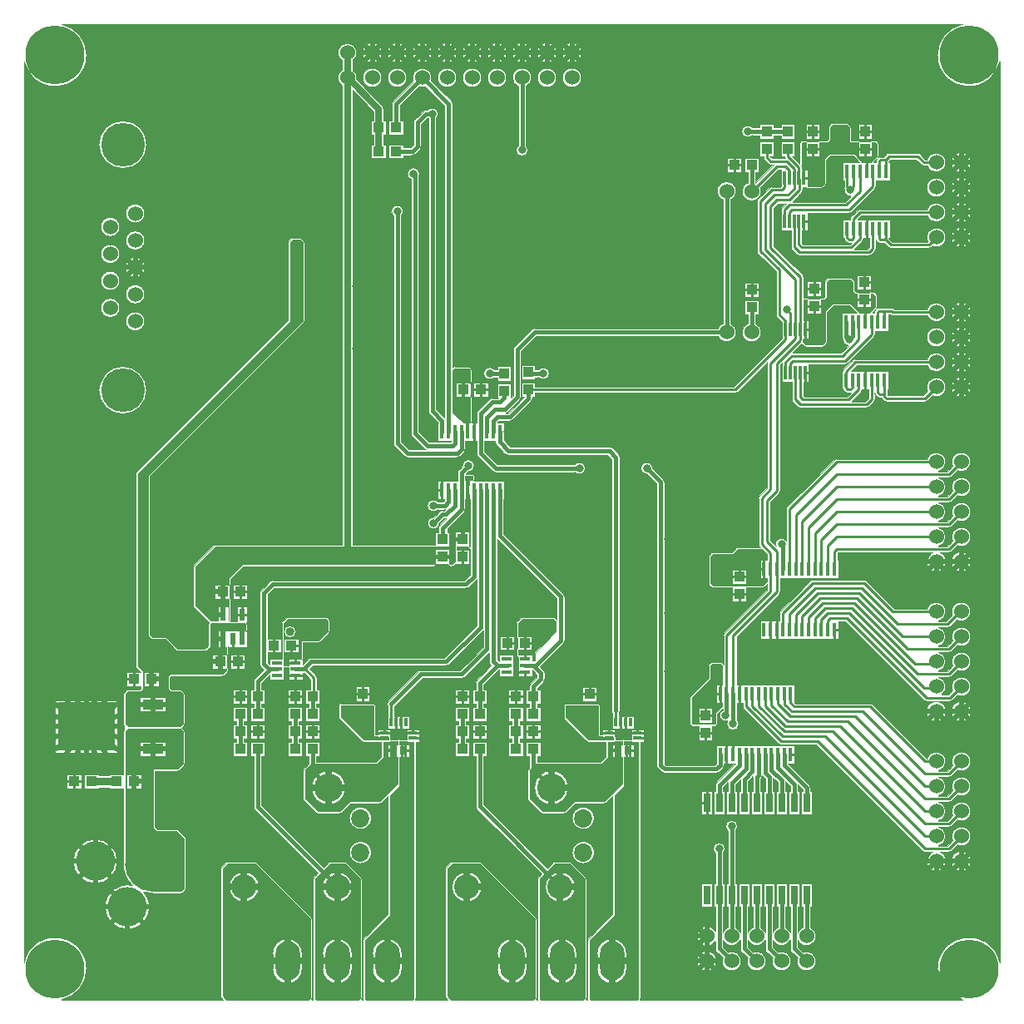
<source format=gtl>
G04 EasyPC Gerber Version 21.0.3 Build 4286 *
%FSLAX35Y35*%
%MOIN*%
%ADD119O,0.09843X0.15748*%
%ADD113R,0.01181X0.03346*%
%ADD99R,0.01181X0.05512*%
%ADD111R,0.01575X0.03346*%
%ADD122R,0.01575X0.05512*%
%ADD117R,0.01772X0.05807*%
%ADD79R,0.02362X0.04724*%
%ADD118R,0.02559X0.07677*%
%ADD109R,0.03937X0.04291*%
%ADD19C,0.00001*%
%ADD71C,0.01000*%
%ADD105C,0.01200*%
%ADD16C,0.01500*%
%ADD106C,0.02000*%
%ADD104C,0.02500*%
%ADD123C,0.03150*%
%ADD86C,0.03200*%
%ADD13C,0.06000*%
%ADD114C,0.07300*%
%ADD20C,0.10000*%
%ADD115C,0.11500*%
%ADD108C,0.15748*%
%ADD84C,0.17500*%
%ADD107C,0.17717*%
%ADD77C,0.23622*%
%ADD112R,0.03346X0.01181*%
%ADD116R,0.03937X0.01772*%
%ADD110R,0.04291X0.03937*%
%ADD120R,0.08268X0.03937*%
%ADD121R,0.23031X0.19291*%
X0Y0D02*
D02*
D13*
X42750Y281800D03*
Y292600D03*
Y303400D03*
Y314200D03*
X52750Y276400D03*
Y287200D03*
Y298000D03*
Y308800D03*
Y319600D03*
X137750Y374000D03*
Y384000D03*
X147750Y374000D03*
Y384000D03*
X157750Y374000D03*
Y384000D03*
X167750Y374000D03*
Y384000D03*
X177750Y374000D03*
Y384000D03*
X187750Y374000D03*
Y384000D03*
X197750Y374000D03*
Y384000D03*
X207750Y374000D03*
Y384000D03*
X217750Y374000D03*
Y384000D03*
X227750Y374000D03*
Y384000D03*
X281750Y20000D03*
Y30000D03*
X289750Y272000D03*
Y328500D03*
X291750Y20000D03*
Y30000D03*
X299750Y272000D03*
Y328500D03*
X301750Y20000D03*
Y30000D03*
X311750Y20000D03*
Y30000D03*
X321750Y20000D03*
Y30000D03*
X373750Y60000D03*
Y70000D03*
Y80000D03*
Y90000D03*
Y100000D03*
Y120000D03*
Y130000D03*
Y140000D03*
Y150000D03*
Y160000D03*
Y180000D03*
Y190000D03*
Y200000D03*
Y210000D03*
Y220000D03*
Y250000D03*
Y260000D03*
Y270000D03*
Y280000D03*
Y310000D03*
Y320000D03*
Y330000D03*
Y340000D03*
X383750Y60000D03*
Y70000D03*
Y80000D03*
Y90000D03*
Y100000D03*
Y120000D03*
Y130000D03*
Y140000D03*
Y150000D03*
Y160000D03*
Y180000D03*
Y190000D03*
Y200000D03*
Y210000D03*
Y220000D03*
Y250000D03*
Y260000D03*
Y270000D03*
Y280000D03*
Y310000D03*
Y320000D03*
Y330000D03*
Y340000D03*
D02*
D16*
X94750Y105000D02*
Y112000D01*
Y119000D02*
Y112000D01*
X101750Y119000D02*
Y126000D01*
Y132000*
X106750Y137000*
X109510*
X106250*
X104250Y139000*
Y167500*
X107750Y171000*
X185250*
X188530Y174280*
Y208933*
X116750Y105000D02*
Y112000D01*
Y119000*
X116990Y137000D02*
X120250D01*
X123250Y140000*
X177250*
X191089Y153839*
Y208933*
X123750Y105000D02*
Y95996D01*
X130226Y89520*
X123750Y119000D02*
Y126000D01*
X133769Y49756D02*
X101750Y81775D01*
Y105000*
X157250Y344500D02*
X163750D01*
X165750Y346500*
Y356000*
X169250Y359500*
X171750*
X167750Y374000D02*
X157250Y363500D01*
Y354000*
X174531Y182000D02*
X172031D01*
X175734Y232067D02*
Y236500D01*
X171750Y240484*
Y359500*
X175750Y189000D02*
Y193500D01*
X183411Y201161*
Y208933*
X176969Y182000D02*
X179469D01*
X178293Y208933D02*
Y204043D01*
X176750Y202500*
X172250*
X178293Y232067D02*
Y363500D01*
X167750Y374043*
Y374000*
X180852Y208933D02*
Y202602D01*
X177250Y199000*
X175750*
X172250Y195500*
X180852Y232067D02*
Y227602D01*
X179750Y226500*
X169750*
X164750Y231500*
Y335500*
X164250*
X182531Y189000D02*
X180031D01*
X183411Y208933D02*
Y215661D01*
X186250Y218500*
X183411Y232067D02*
Y225161D01*
X181750Y223500*
X161750*
X157750Y227500*
Y320500*
X183750Y105000D02*
Y112000D01*
Y119000*
Y190396D02*
Y192896D01*
X185970Y206780D02*
Y204280D01*
Y211087D02*
Y213587D01*
X190750Y105000D02*
Y82071D01*
X223065Y49756*
X190750Y119000D02*
Y126000D01*
X193648Y208933D02*
Y145000D01*
X183648Y135000*
X167250*
X155297Y123047*
X193648Y232067D02*
Y237898D01*
X196750Y241000*
X200750*
X205750Y246000*
Y265000*
X212750Y272000*
X289750*
X194764Y255500D02*
X200587D01*
X200630Y255543*
X196207Y208933D02*
Y176543D01*
X196250Y176500*
Y140000*
X197750Y138500*
X201750*
X196207Y232067D02*
Y236457D01*
X197750Y238000*
X202750*
X210250Y245500*
Y249000*
X198766Y232067D02*
Y228016D01*
X198750Y228000*
X202250Y224500*
X242750*
X245297Y221953*
Y120500*
X200630Y248543D02*
Y245880D01*
X198750Y244000*
X195750*
X191089Y239339*
Y232067*
X201750Y138500D02*
X201510D01*
X201750D02*
X197750D01*
X190750Y131500*
Y126000*
X205250Y105000D02*
Y112000D01*
Y119000*
X207750Y345000D02*
Y374000D01*
X208990Y138500D02*
X213250D01*
X223250Y148500*
Y166000*
X198766Y190484*
Y208933*
X208990Y138500D02*
X212250D01*
X215250Y135500*
Y133000*
X212250Y130000*
Y126000*
Y119000D02*
Y126000D01*
X216250Y255500D02*
X210250D01*
Y256000*
X219522Y89520D02*
Y89500D01*
X212250Y96772*
Y105000*
X230750Y217500D02*
X197089D01*
X191089Y223500*
Y232067*
X257750Y217500D02*
X263250Y212000D01*
Y98500*
X264750Y97000*
X285675*
X287175Y98500*
Y102795*
X286750Y46398D02*
Y25000D01*
X291750Y20000*
X286750Y65000D02*
Y46398D01*
X289250Y118500D02*
X289734Y118984D01*
Y127205*
X289750Y328500D02*
Y272000D01*
X291750Y46398D02*
Y30000D01*
Y74000D02*
Y46398D01*
X292293Y127205D02*
Y122000D01*
X292250Y121957*
Y115000*
X294852Y102795D02*
Y98602D01*
X286750Y90500*
Y83602*
X296750Y46398D02*
Y25000D01*
X301750Y20000*
X297411Y102795D02*
Y97161D01*
X291750Y91500*
Y83602*
X298250Y352500D02*
X305750D01*
X299750Y272000D02*
Y282000D01*
Y339000D02*
Y328500D01*
X299970Y102795D02*
Y96000D01*
X296750Y92780*
Y83602*
X301750Y46398D02*
Y30000D01*
X302530Y102795D02*
Y94559D01*
X301750Y93780*
Y83602*
X305089Y102795D02*
Y95500D01*
X306750Y93839*
Y83602*
X305750Y352500D02*
X314250D01*
X306750Y46398D02*
Y25000D01*
X311750Y20000*
X307648Y102795D02*
Y96500D01*
X311750Y92398*
Y83602*
X310207Y102795D02*
Y97500D01*
X316750Y90957*
Y83602*
X311750Y46398D02*
Y30000D01*
X312352Y177205D02*
Y186398D01*
X311750Y187000*
X312766Y102795D02*
Y98500D01*
X321750Y89516*
Y83602*
X316750Y46398D02*
Y25000D01*
X321750Y20000*
Y46398D02*
Y30000D01*
X337573Y276067D02*
Y270177D01*
X338750Y269000*
X340132Y270382*
Y276067*
D02*
D19*
X16250Y128500D02*
Y97500D01*
X47950*
Y112000*
G75*
G02X48185Y112567I800*
G01*
X48250Y112631*
Y114369*
X48185Y114433*
G75*
G02X47950Y115000I565J567*
G01*
Y127000*
G75*
G02X48185Y127567I800*
G01*
X48250Y127631*
Y128500*
X16250*
X20589Y124646D02*
X45620D01*
Y103354*
X20589*
Y124646*
X48250Y114000D02*
G36*
X45620D01*
Y103354*
X20589*
Y114000*
X16250*
Y97500*
X47950*
Y112000*
Y112000*
G75*
G02X48185Y112567I800*
G01*
X48250Y112631*
Y114000*
G37*
Y128500D02*
G36*
X16250D01*
Y114000*
X20589*
Y124646*
X45620*
Y114000*
X48250*
Y114369*
X48185Y114433*
G75*
G02X47950Y115000I565J566*
G01*
Y115000*
Y127000*
Y127000*
G75*
G02X48185Y127567I800*
G01*
X48250Y127631*
Y128500*
G37*
X53750Y215500D02*
Y146000D01*
X66750*
Y147000*
X64750Y149000*
X59250*
X57750Y150500*
Y214500*
X119750Y276500*
Y308000*
X118750Y309000*
X115750*
X114750Y308000*
Y276500*
X53750Y215500*
G36*
Y146000*
X66750*
Y147000*
X64750Y149000*
X59250*
X57750Y150500*
Y214500*
X119750Y276500*
Y308000*
X118750Y309000*
X115750*
X114750Y308000*
Y276500*
X53750Y215500*
G37*
X72250Y69000D02*
X69250Y72000D01*
X61250*
X59750Y73500*
Y97000*
X69750*
X71750Y99000*
Y112000*
X70750Y113000*
X49750*
X48750Y112000*
Y59000*
G75*
G03X59750Y48000I11000*
G01*
X71250*
X72250Y49000*
Y69000*
X54742Y107992D02*
X65010D01*
Y102055*
X54742*
Y107992*
X49104Y94969D02*
X55396D01*
Y89031*
X49104*
Y94969*
X59750Y92000D02*
G36*
X55396D01*
Y89031*
X49104*
Y92000*
X48750*
Y59000*
G75*
G03X59750Y48000I11000*
G01*
X71250*
X72250Y49000*
Y69000*
X69250Y72000*
X61250*
X59750Y73500*
Y92000*
G37*
X71750Y105024D02*
G36*
X65010D01*
Y102055*
X54742*
Y105024*
X48750*
Y92000*
X49104*
Y94969*
X55396*
Y92000*
X59750*
Y97000*
X69750*
X71750Y99000*
Y105024*
G37*
X70750Y113000D02*
G36*
X49750D01*
X48750Y112000*
Y105024*
X54742*
Y107992*
X65010*
Y105024*
X71750*
Y112000*
X70750Y113000*
G37*
X76750Y178000D02*
Y162500D01*
X82750Y156500*
X85829*
Y162283*
X90191*
Y156500*
X90250*
Y165031*
X84604*
Y170969*
X90250*
Y173500*
X95750Y179000*
X147750*
Y186000*
X84750*
X76750Y178000*
G36*
Y162500*
X82750Y156500*
X85829*
Y162283*
X90191*
Y156500*
X90250*
Y165031*
X84604*
Y170969*
X90250*
Y173500*
X95750Y179000*
X147750*
Y186000*
X84750*
X76750Y178000*
G37*
X87750Y57000D02*
Y6000D01*
X89150Y4600*
X122350*
X122750Y5000*
Y37000*
X100750Y59000*
X89750*
X87750Y57000*
X107829Y22953D02*
G75*
G02X119671I5921D01*
G01*
Y17047*
G75*
G02X107829I-5921*
G01*
Y22953*
X96368Y55756D02*
G75*
G02X102368Y49756J-6000D01*
G01*
G75*
G02X96368Y43756I-6000*
G01*
G75*
G02X90368Y49756J6000*
G01*
G75*
G02X96368Y55756I6000*
G01*
X122750Y20000D02*
G36*
X119671D01*
Y17047*
G75*
G02X107829I-5921*
G01*
Y20000*
X87750*
Y6000*
X89150Y4600*
X122350*
X122750Y5000*
Y20000*
G37*
X109994Y49756D02*
G36*
X102368D01*
G75*
G02X96368Y43756I-6000*
G01*
G75*
G02X90368Y49756J6000*
G01*
X87750*
Y20000*
X107829*
Y22953*
G75*
G02X119671I5921*
G01*
Y20000*
X122750*
Y37000*
X109994Y49756*
G37*
X100750Y59000D02*
G36*
X89750D01*
X87750Y57000*
Y49756*
X90368*
G75*
G02X96368Y55756I6000*
G01*
G75*
G02X102368Y49756J-6000*
G01*
X109994*
X100750Y59000*
G37*
X96750Y152441D02*
Y155000D01*
X96250Y155500*
X83250*
X82750Y155000*
Y146000*
X81250Y144500*
X69250*
X64750Y149000*
X55750*
X53750Y147000*
Y138000*
X55750Y136000*
Y129000*
X54750Y128000*
X49750*
X48750Y127000*
Y115000*
X49750Y114000*
X70750*
X71750Y115000*
Y127000*
X70750Y128000*
X66750*
X65750Y129000*
Y134000*
X66750Y135000*
X87750*
X89250Y136500*
Y137031*
X83604*
Y142969*
X89250*
Y145717*
X85829*
Y152441*
X89691*
X89750Y152500*
X93750*
X93809Y152441*
X96750*
X56104Y135969D02*
X62396D01*
Y130031*
X56104*
Y135969*
X54742Y125945D02*
X65010D01*
Y120008*
X54742*
Y125945*
X71750Y122976D02*
G36*
X65010D01*
Y120008*
X54742*
Y122976*
X48750*
Y115000*
X49750Y114000*
X70750*
X71750Y115000*
Y122976*
G37*
X65750Y133000D02*
G36*
X62396D01*
Y130031*
X56104*
Y133000*
X55750*
Y129000*
X54750Y128000*
X49750*
X48750Y127000*
Y122976*
X54742*
Y125945*
X65010*
Y122976*
X71750*
Y127000*
X70750Y128000*
X66750*
X65750Y129000*
Y133000*
G37*
X96750Y152441D02*
G36*
Y155000D01*
X96250Y155500*
X83250*
X82750Y155000*
Y146000*
X81250Y144500*
X69250*
X64750Y149000*
X55750*
X53750Y147000*
Y138000*
X55750Y136000*
Y133000*
X56104*
Y135969*
X62396*
Y133000*
X65750*
Y134000*
X66750Y135000*
X87750*
X89250Y136500*
Y137031*
X83604*
Y142969*
X89250*
Y145717*
X85829*
Y152441*
X89691*
X89750Y152500*
X93750*
X93809Y152441*
X96750*
G37*
X105800Y143732D02*
Y139642D01*
X106742Y138700*
Y141244*
X111450*
Y155500*
G75*
G02X111685Y156067I800*
G01*
X113183Y157565*
G75*
G02X113750Y157800I567J-565*
G01*
X129250*
G75*
G02X129817Y157565J-800*
G01*
X130315Y157067*
G75*
G02X130550Y156500I-565J-567*
G01*
Y152000*
G75*
G02X130314Y151433I-800*
G01*
X126817Y147935*
G75*
G02X126250Y147700I-567J565*
G01*
X120050*
Y141244*
G75*
G02X119758Y140626I-800*
G01*
Y138700*
X122154Y141096*
G75*
G02X123251Y141550I1096J-1096*
G01*
X176608*
X189539Y154481*
Y173096*
X186346Y169904*
G75*
G02X185249Y169450I-1096J1096*
G01*
X108392*
X105800Y166858*
Y149268*
X111195*
Y143732*
X105800*
G36*
Y139642*
X106742Y138700*
Y141244*
X111450*
Y155500*
G75*
G02X111685Y156067I800*
G01*
X113183Y157565*
G75*
G02X113750Y157800I567J-565*
G01*
X129250*
G75*
G02X129817Y157565J-800*
G01*
X130315Y157067*
G75*
G02X130550Y156500I-565J-567*
G01*
Y152000*
G75*
G02X130314Y151433I-800*
G01*
X126817Y147935*
G75*
G02X126250Y147700I-567J565*
G01*
X120050*
Y141244*
G75*
G02X119758Y140626I-800*
G01*
Y138700*
X122154Y141096*
G75*
G02X123251Y141550I1096J-1096*
G01*
X176608*
X189539Y154481*
Y173096*
X186346Y169904*
G75*
G02X185249Y169450I-1096J1096*
G01*
X108392*
X105800Y166858*
Y149268*
X111195*
Y143732*
X105800*
G37*
X112278Y138500D02*
X114222D01*
Y141244*
X119250*
Y148500*
X126250*
X129750Y152000*
Y156500*
X129250Y157000*
X113750*
X112250Y155500*
Y141244*
X112278*
Y138500*
X112305Y149268D02*
X118195D01*
Y143732*
X112305*
Y149268*
X112350Y152000D02*
G75*
G02X117150I2400D01*
G01*
G75*
G02X112350I-2400*
G01*
X119250Y146500D02*
G36*
X118195D01*
Y143732*
X112305*
Y146500*
X112250*
Y141244*
X112278*
Y138500*
X114222*
Y141244*
X119250*
Y146500*
G37*
X129750Y152000D02*
G36*
X117150D01*
G75*
G02X112350I-2400*
G01*
X112250*
Y146500*
X112305*
Y149268*
X118195*
Y146500*
X119250*
Y148500*
X126250*
X129750Y152000*
G37*
G36*
Y156500*
X129250Y157000*
X113750*
X112250Y155500*
Y152000*
X112350*
G75*
G02X117150I2400*
G01*
X129750*
G37*
X113150D02*
G75*
G03X116350I1600D01*
G01*
G75*
G03X113150I-1600*
G01*
G36*
G75*
G03X116350I1600*
G01*
G75*
G03X113150I-1600*
G01*
G37*
X120750Y96412D02*
Y85000D01*
X125750Y80000*
X134750*
X138750Y84000*
X150750*
X157771Y91021*
Y101984*
X153907*
Y106929*
X157771*
Y108145*
X155014*
Y107988*
X152206*
Y101500*
X149706Y99000*
X123338*
X120750Y96412*
X123476Y89520D02*
G75*
G02X136976I6750D01*
G01*
G75*
G02X123476I-6750*
G01*
X156270D02*
G36*
X136976D01*
G75*
G02X123476I-6750*
G01*
X120750*
Y85000*
X125750Y80000*
X134750*
X138750Y84000*
X150750*
X156270Y89520*
G37*
X157771Y91021D02*
G36*
Y101984D01*
X153907*
Y106929*
X157771*
Y108145*
X155014*
Y107988*
X152206*
Y101500*
X149706Y99000*
X123338*
X120750Y96412*
Y89520*
X123476*
G75*
G02X136976I6750*
G01*
X156270*
X157771Y91021*
G37*
X124750Y53000D02*
Y5000D01*
X125150Y4600*
X142350*
X142750Y5000*
Y53000*
X136750Y59000*
X130750*
X124750Y53000*
X133769Y55756D02*
G75*
G02X139769Y49756J-6000D01*
G01*
G75*
G02X133769Y43756I-6000*
G01*
G75*
G02X127769Y49756J6000*
G01*
G75*
G02X133769Y55756I6000*
G01*
X127829Y22961D02*
G75*
G02X139671I5921D01*
G01*
Y17055*
G75*
G02X127829I-5921*
G01*
Y22961*
X142750Y20008D02*
G36*
X139671D01*
Y17055*
G75*
G02X127829I-5921*
G01*
Y20008*
X124750*
Y5000*
X125150Y4600*
X142350*
X142750Y5000*
Y20008*
G37*
Y49756D02*
G36*
X139769D01*
G75*
G02X133769Y43756I-6000*
G01*
G75*
G02X127769Y49756J6000*
G01*
X124750*
Y20008*
X127829*
Y22961*
G75*
G02X139671I5921*
G01*
Y20008*
X142750*
Y49756*
G37*
G36*
Y53000*
X136750Y59000*
X130750*
X124750Y53000*
Y49756*
X127769*
G75*
G02X133769Y55756I6000*
G01*
G75*
G02X139769Y49756J-6000*
G01*
X142750*
G37*
X150069Y110017D02*
X148587D01*
X148088Y110516*
Y122500*
X135108*
Y117769*
X144108Y108769*
X152031*
G75*
G02X152206Y108788I175J-781*
G01*
X154203*
Y109957*
X150069*
Y110017*
G36*
X148587*
X148088Y110516*
Y122500*
X135108*
Y117769*
X144108Y108769*
X152031*
G75*
G02X152206Y108788I175J-781*
G01*
X154203*
Y109957*
X150069*
Y110017*
G37*
X161486Y108145D02*
X158571D01*
Y106929*
X162593*
Y101984*
X158571*
Y90321*
X154750Y86500*
Y38500*
X149461Y33211*
Y33000*
X144750Y28289*
Y5000*
X145150Y4600*
X163912*
X164312Y5000*
Y107988*
X161486*
Y108145*
X147829Y22953D02*
G75*
G02X159671I5921D01*
G01*
Y17047*
G75*
G02X147829I-5921*
G01*
Y22953*
X164312Y20000D02*
G36*
X159671D01*
Y17047*
G75*
G02X147829I-5921*
G01*
Y20000*
X144750*
Y5000*
X145150Y4600*
X163912*
X164312Y5000*
Y20000*
G37*
X161486Y108145D02*
G36*
X158571D01*
Y106929*
X162593*
Y101984*
X158571*
Y90321*
X154750Y86500*
Y38500*
X149461Y33211*
Y33000*
X144750Y28289*
Y20000*
X147829*
Y22953*
G75*
G02X159671I5921*
G01*
Y20000*
X164312*
Y107988*
X161486*
Y108145*
G37*
X177750Y57000D02*
Y6000D01*
X179150Y4600*
X212350*
X212750Y5000*
Y37000*
X190750Y59000*
X179750*
X177750Y57000*
X197829Y22953D02*
G75*
G02X209671I5921D01*
G01*
Y17047*
G75*
G02X197829I-5921*
G01*
Y22953*
X185663Y55756D02*
G75*
G02X191663Y49756J-6000D01*
G01*
G75*
G02X185663Y43756I-6000*
G01*
G75*
G02X179663Y49756J6000*
G01*
G75*
G02X185663Y55756I6000*
G01*
X212750Y20000D02*
G36*
X209671D01*
Y17047*
G75*
G02X197829I-5921*
G01*
Y20000*
X177750*
Y6000*
X179150Y4600*
X212350*
X212750Y5000*
Y20000*
G37*
X199994Y49756D02*
G36*
X191663D01*
G75*
G02X185663Y43756I-6000*
G01*
G75*
G02X179663Y49756J6000*
G01*
X177750*
Y20000*
X197829*
Y22953*
G75*
G02X209671I5921*
G01*
Y20000*
X212750*
Y37000*
X199994Y49756*
G37*
X190750Y59000D02*
G36*
X179750D01*
X177750Y57000*
Y49756*
X179663*
G75*
G02X185663Y55756I6000*
G01*
G75*
G02X191663Y49756J-6000*
G01*
X199994*
X190750Y59000*
G37*
X186750Y235970D02*
Y246031D01*
X181104*
Y251969*
X186750*
Y257000*
X186250Y257500*
X180750*
X180037Y256787*
Y239937*
X184085Y235890*
Y235970*
X186750*
G36*
Y246031*
X181104*
Y251969*
X186750*
Y257000*
X186250Y257500*
X180750*
X180037Y256787*
Y239937*
X184085Y235890*
Y235970*
X186750*
G37*
X186980Y186000D02*
Y205030D01*
X184961*
Y201161*
G75*
G02X184507Y200065I-1550*
G01*
X177750Y193308*
Y191945*
X178518*
Y186055*
X177305*
X177250Y186000*
X134750*
X133750Y185000*
Y180500*
X135250Y179000*
X172781*
Y185146*
X178719*
Y179000*
X179750*
X180750Y180000*
Y186000*
X180781*
Y192146*
X186719*
Y186000*
X186980*
G36*
Y205030*
X184961*
Y201161*
G75*
G02X184507Y200065I-1550*
G01*
X177750Y193308*
Y191945*
X178518*
Y186055*
X177305*
X177250Y186000*
X134750*
X133750Y185000*
Y180500*
X135250Y179000*
X172781*
Y185146*
X178719*
Y179000*
X179750*
X180750Y180000*
Y186000*
X180781*
Y192146*
X186719*
Y186000*
X186980*
G37*
X187750Y212837D02*
Y214500D01*
X184961*
Y212837*
X187750*
G36*
Y214500*
X184961*
Y212837*
X187750*
G37*
X210750Y96412D02*
Y85000D01*
X215750Y80000*
X224750*
X228750Y84000*
X240750*
X247822Y91072*
Y101984*
X243907*
Y106929*
X247822*
Y108145*
X245014*
Y107988*
X242206*
Y101500*
X239706Y99000*
X213338*
X210750Y96412*
X212772Y89520D02*
G75*
G02X226272I6750D01*
G01*
G75*
G02X212772I-6750*
G01*
X246270D02*
G36*
X226272D01*
G75*
G02X212772I-6750*
G01*
X210750*
Y85000*
X215750Y80000*
X224750*
X228750Y84000*
X240750*
X246270Y89520*
G37*
X247822Y91072D02*
G36*
Y101984D01*
X243907*
Y106929*
X247822*
Y108145*
X245014*
Y107988*
X242206*
Y101500*
X239706Y99000*
X213338*
X210750Y96412*
Y89520*
X212772*
G75*
G02X226272I6750*
G01*
X246270*
X247822Y91072*
G37*
X211758Y140500D02*
X212750D01*
Y143500*
X221250Y152000*
Y156000*
X220250Y157000*
X207750*
X206250Y155500*
Y150268*
X211695*
Y144732*
X206250*
Y142744*
X211758*
Y140500*
G36*
X212750*
Y143500*
X221250Y152000*
Y156000*
X220250Y157000*
X207750*
X206250Y155500*
Y150268*
X211695*
Y144732*
X206250*
Y142744*
X211758*
Y140500*
G37*
X214750Y53000D02*
Y5000D01*
X215150Y4600*
X232350*
X232750Y5000*
Y53000*
X226750Y59000*
X220750*
X214750Y53000*
X223065Y55756D02*
G75*
G02X229065Y49756J-6000D01*
G01*
G75*
G02X223065Y43756I-6000*
G01*
G75*
G02X217065Y49756J6000*
G01*
G75*
G02X223065Y55756I6000*
G01*
X217829Y22953D02*
G75*
G02X229671I5921D01*
G01*
Y17047*
G75*
G02X217829I-5921*
G01*
Y22953*
X232750Y20000D02*
G36*
X229671D01*
Y17047*
G75*
G02X217829I-5921*
G01*
Y20000*
X214750*
Y5000*
X215150Y4600*
X232350*
X232750Y5000*
Y20000*
G37*
Y49756D02*
G36*
X229065D01*
G75*
G02X223065Y43756I-6000*
G01*
G75*
G02X217065Y49756J6000*
G01*
X214750*
Y20000*
X217829*
Y22953*
G75*
G02X229671I5921*
G01*
Y20000*
X232750*
Y49756*
G37*
G36*
Y53000*
X226750Y59000*
X220750*
X214750Y53000*
Y49756*
X217065*
G75*
G02X223065Y55756I6000*
G01*
G75*
G02X229065Y49756J-6000*
G01*
X232750*
G37*
X240069Y110017D02*
X238729D01*
X238230Y110516*
Y122500*
X225250*
Y117769*
X234250Y108769*
X242031*
G75*
G02X242206Y108788I175J-781*
G01*
X244345*
Y109957*
X240069*
Y110017*
G36*
X238729*
X238230Y110516*
Y122500*
X225250*
Y117769*
X234250Y108769*
X242031*
G75*
G02X242206Y108788I175J-781*
G01*
X244345*
Y109957*
X240069*
Y110017*
G37*
X251486Y108145D02*
X248622D01*
Y106929*
X252593*
Y101984*
X248622*
Y91072*
G75*
G02X248571Y90791I-800*
G01*
Y90321*
X244750Y86500*
Y38500*
X239461Y33211*
Y33000*
X234750Y28289*
Y5000*
X235150Y4600*
X253912*
X254312Y5000*
Y107988*
X251486*
Y108145*
X237829Y22953D02*
G75*
G02X249671I5921D01*
G01*
Y17047*
G75*
G02X237829I-5921*
G01*
Y22953*
X254312Y20000D02*
G36*
X249671D01*
Y17047*
G75*
G02X237829I-5921*
G01*
Y20000*
X234750*
Y5000*
X235150Y4600*
X253912*
X254312Y5000*
Y20000*
G37*
X251486Y108145D02*
G36*
X248622D01*
Y106929*
X252593*
Y101984*
X248622*
Y91072*
G75*
G02X248571Y90791I-807J1*
G01*
Y90321*
X244750Y86500*
Y38500*
X239461Y33211*
Y33000*
X234750Y28289*
Y20000*
X237829*
Y22953*
G75*
G02X249671I5921*
G01*
Y20000*
X254312*
Y107988*
X251486*
Y108145*
G37*
X275750Y125500D02*
Y115000D01*
X285250*
Y119500*
X287750Y122000*
Y123650*
X285589*
Y130760*
X287750*
Y138500*
X287250Y139000*
X283750*
X283250Y138500*
Y133000*
X275750Y125500*
X278482Y121445D02*
X284018D01*
Y115555*
X278482*
Y121445*
X285250Y118500D02*
G36*
X284018D01*
Y115555*
X278482*
Y118500*
X275750*
Y115000*
X285250*
Y118500*
G37*
X287250Y139000D02*
G36*
X283750D01*
X283250Y138500*
Y133000*
X275750Y125500*
Y118500*
X278482*
Y121445*
X284018*
Y118500*
X285250*
Y119500*
X287750Y122000*
Y123650*
X285589*
Y130760*
X287750*
Y138500*
X287250Y139000*
G37*
X283250Y182000D02*
Y171500D01*
X284250Y170500*
X304250*
X305750Y172000*
Y173650*
X303089*
Y180760*
X305750*
Y183000*
X303750Y185000*
X294250*
X292250Y183000*
X284250*
X283250Y182000*
X291982Y176945D02*
X297518D01*
Y171055*
X291982*
Y176945*
X303089Y174000D02*
G36*
X297518D01*
Y171055*
X291982*
Y174000*
X283250*
Y171500*
X284250Y170500*
X304250*
X305750Y172000*
Y173650*
X303089*
Y174000*
G37*
X305750Y180760D02*
G36*
Y183000D01*
X303750Y185000*
X294250*
X292250Y183000*
X284250*
X283250Y182000*
Y174000*
X291982*
Y176945*
X297518*
Y174000*
X303089*
Y180760*
X305750*
G37*
X329550Y341169D02*
Y331500D01*
G75*
G02X329315Y330933I-800*
G01*
X328317Y329935*
G75*
G02X327750Y329700I-567J565*
G01*
X322077*
G75*
G02X321380Y330106J800*
G01*
X320207*
Y329000*
G75*
G02X319781Y327969I-1457*
G01*
X316111Y324300*
X337152*
X339462Y326609*
G75*
G02X336920Y329576I-212J2391*
G01*
G75*
G02X336773Y330177I1153J601*
G01*
Y332862*
X336388*
Y340272*
X342847*
X340419Y342700*
X331081*
X329550Y341169*
G36*
Y331500*
G75*
G02X329315Y330933I-800*
G01*
X328317Y329935*
G75*
G02X327750Y329700I-567J565*
G01*
X322077*
G75*
G02X321380Y330106J800*
G01*
X320207*
Y329000*
G75*
G02X319781Y327969I-1457*
G01*
X316111Y324300*
X337152*
X339462Y326609*
G75*
G02X336920Y329576I-212J2391*
G01*
G75*
G02X336773Y330177I1153J601*
G01*
Y332862*
X336388*
Y340272*
X342847*
X340419Y342700*
X331081*
X329550Y341169*
G37*
X330050Y280169D02*
Y268000D01*
G75*
G02X329815Y267433I-800*
G01*
X328817Y266435*
G75*
G02X328250Y266200I-567J565*
G01*
X321628*
G75*
G02X321011Y266485I-5J800*
G01*
G75*
G02X320999Y266500I597J503*
G01*
G75*
G03X320221Y267029I-1249J-1001*
G01*
G75*
G02X320208Y267033I215J732*
G01*
G75*
G02X319891Y267228I249J761*
G01*
X319715Y267404*
X316111Y263800*
X335652*
X338469Y266617*
G75*
G02X336359Y269213I281J2383*
G01*
G75*
G02X336023Y270177I1214J965*
G01*
Y272362*
X335888*
Y279772*
X341847*
X338919Y282700*
X332581*
X330050Y280169*
G36*
Y268000*
G75*
G02X329815Y267433I-800*
G01*
X328817Y266435*
G75*
G02X328250Y266200I-567J565*
G01*
X321628*
G75*
G02X321011Y266485I-5J800*
G01*
G75*
G02X320999Y266500I597J503*
G01*
G75*
G03X320221Y267029I-1249J-1001*
G01*
G75*
G02X320208Y267033I215J732*
G01*
G75*
G02X319891Y267228I249J761*
G01*
X319715Y267404*
X316111Y263800*
X335652*
X338469Y266617*
G75*
G02X336359Y269213I281J2383*
G01*
G75*
G02X336023Y270177I1214J965*
G01*
Y272362*
X335888*
Y279772*
X341847*
X338919Y282700*
X332581*
X330050Y280169*
G37*
X343610Y248081D02*
X339830Y244300D01*
X345211*
X346509Y245598*
Y249228*
X343991*
Y249000*
G75*
G02X343610Y248081I-1300*
G01*
G36*
X339830Y244300*
X345211*
X346509Y245598*
Y249228*
X343991*
Y249000*
G75*
G02X343610Y248081I-1300*
G01*
G37*
X344491Y309728D02*
Y309500D01*
G75*
G02X344110Y308581I-1300*
G01*
X340830Y305300*
X346211*
X347009Y306098*
Y309728*
X344491*
G36*
Y309500*
G75*
G02X344110Y308581I-1300*
G01*
X340830Y305300*
X346211*
X347009Y306098*
Y309728*
X344491*
G37*
X347022Y279772D02*
X349250Y282000D01*
Y286500*
X348250Y287500*
X347518*
Y282055*
X341982*
Y287500*
X341250*
X340250Y288500*
Y292000*
X339250Y293000*
X330750*
X329750Y292000*
Y286000*
X328750Y285000*
X327518*
Y279555*
X321982*
Y285000*
X320676*
Y276717*
X322577*
Y269606*
X320519*
Y268969*
G75*
G02X320250Y268177I-1300*
G01*
Y268000*
X320456Y267794*
G75*
G02X321624Y267000I-706J-2294*
G01*
X328250*
X329250Y268000*
Y280500*
X332250Y283500*
X339250*
X342978Y279772*
X347022*
G36*
X349250Y282000*
Y286500*
X348250Y287500*
X347518*
Y282055*
X341982*
Y287500*
X341250*
X340250Y288500*
Y292000*
X339250Y293000*
X330750*
X329750Y292000*
Y286000*
X328750Y285000*
X327518*
Y279555*
X321982*
Y285000*
X320676*
Y276717*
X322577*
Y269606*
X320519*
Y268969*
G75*
G02X320250Y268177I-1300*
G01*
Y268000*
X320456Y267794*
G75*
G02X321624Y267000I-706J-2294*
G01*
X328250*
X329250Y268000*
Y280500*
X332250Y283500*
X339250*
X342978Y279772*
X347022*
G37*
X347522Y340272D02*
X349750Y342500D01*
Y347500*
X349250Y348000*
X348018*
Y342555*
X342482*
Y348000*
X339250*
X338750Y348500*
Y354000*
X337750Y355000*
X332250*
X331250Y354000*
Y349000*
X330250Y348000*
X327018*
Y342555*
X321482*
Y348000*
X320250*
X319750Y347500*
Y338823*
G75*
G02X320019Y338031I-1032J-791*
G01*
Y337217*
X322077*
Y330500*
X327750*
X328750Y331500*
Y341500*
X330750Y343500*
X340750*
X343978Y340272*
X347522*
G36*
X349750Y342500*
Y347500*
X349250Y348000*
X348018*
Y342555*
X342482*
Y348000*
X339250*
X338750Y348500*
Y354000*
X337750Y355000*
X332250*
X331250Y354000*
Y349000*
X330250Y348000*
X327018*
Y342555*
X321482*
Y348000*
X320250*
X319750Y347500*
Y338823*
G75*
G02X320019Y338031I-1032J-791*
G01*
Y337217*
X322077*
Y330500*
X327750*
X328750Y331500*
Y341500*
X330750Y343500*
X340750*
X343978Y340272*
X347522*
G37*
X399150Y380421D02*
G75*
G02X374210Y383071I-12330J2650D01*
G01*
G75*
G02X384171Y395400I12611*
G01*
X23329*
G75*
G02X33290Y383071I-2650J-12330*
G01*
G75*
G02X8350Y380421I-12611*
G01*
Y19579*
G75*
G02X33290Y16929I12330J-2650*
G01*
G75*
G02X23329Y4600I-12611*
G01*
X88019*
X87185Y5433*
G75*
G02X86950Y6000I565J567*
G01*
Y57000*
G75*
G02X87185Y57567I800*
G01*
X89183Y59565*
G75*
G02X89750Y59800I567J-565*
G01*
X100750*
G75*
G02X101317Y59565J-800*
G01*
X110559Y50322*
G75*
G02X110561Y50321I-672J-674*
G01*
X123315Y37567*
G75*
G02X123550Y37000I-565J-567*
G01*
Y5000*
G75*
G02X123443Y4600I-800*
G01*
X124057*
G75*
G02X123950Y5000I693J400*
G01*
Y53000*
G75*
G02X124185Y53567I800*
G01*
X125976Y55357*
X100654Y80679*
G75*
G02X100200Y81775I1096J1096*
G01*
Y102232*
X98805*
Y107768*
X104695*
Y102232*
X103300*
Y82417*
X128168Y57549*
X130183Y59565*
G75*
G02X130750Y59800I567J-565*
G01*
X136750*
G75*
G02X137317Y59565J-800*
G01*
X143315Y53567*
G75*
G02X143550Y53000I-565J-567*
G01*
Y5000*
G75*
G02X143443Y4600I-800*
G01*
X144057*
G75*
G02X143950Y5000I693J400*
G01*
Y28289*
G75*
G02X144185Y28856I800*
G01*
X148672Y33342*
G75*
G02X148896Y33777I790J-131*
G01*
X153950Y38831*
Y86069*
X151317Y83435*
G75*
G02X150750Y83200I-567J565*
G01*
X139081*
X135317Y79435*
G75*
G02X134750Y79200I-567J565*
G01*
X125750*
G75*
G02X125183Y79435J800*
G01*
X120185Y84433*
G75*
G02X119950Y85000I565J567*
G01*
Y96412*
G75*
G02X120185Y96978I800*
G01*
X122200Y98993*
Y102232*
X120805*
Y107768*
X126695*
Y102232*
X125300*
Y99800*
X149375*
X151406Y101831*
Y107969*
X144108*
G75*
G02X143542Y108204J800*
G01*
X134543Y117202*
G75*
G02X134308Y117769I565J567*
G01*
Y122500*
G75*
G02X135108Y123300I800*
G01*
X148088*
G75*
G02X148888Y122500J-800*
G01*
Y110848*
X148919Y110817*
X150069*
Y112736*
X155014*
Y108945*
X157771*
G75*
G02X158171Y108838J-800*
G01*
G75*
G02X158571Y108945I400J-693*
G01*
X161486*
Y112736*
X166431*
Y107988*
X165112*
Y5000*
G75*
G02X165005Y4600I-800*
G01*
X178019*
X177185Y5433*
G75*
G02X176950Y6000I565J567*
G01*
Y57000*
G75*
G02X177185Y57567I800*
G01*
X179183Y59565*
G75*
G02X179750Y59800I567J-565*
G01*
X190750*
G75*
G02X191317Y59565J-800*
G01*
X200559Y50322*
G75*
G02X200561Y50321I-672J-674*
G01*
X213315Y37567*
G75*
G02X213550Y37000I-565J-567*
G01*
Y5000*
G75*
G02X213443Y4600I-800*
G01*
X214057*
G75*
G02X213950Y5000I693J400*
G01*
Y53000*
G75*
G02X214185Y53567I800*
G01*
X215624Y55005*
X189654Y80975*
G75*
G02X189200Y82071I1096J1096*
G01*
Y102232*
X187805*
Y107768*
X193695*
Y102232*
X192300*
Y82713*
X217816Y57197*
X220183Y59565*
G75*
G02X220750Y59800I567J-565*
G01*
X226750*
G75*
G02X227317Y59565J-800*
G01*
X233315Y53567*
G75*
G02X233550Y53000I-565J-567*
G01*
Y5000*
G75*
G02X233443Y4600I-800*
G01*
X234057*
G75*
G02X233950Y5000I693J400*
G01*
Y28289*
G75*
G02X234185Y28856I800*
G01*
X238672Y33342*
G75*
G02X238896Y33777I790J-131*
G01*
X243950Y38831*
Y86069*
X241317Y83435*
G75*
G02X240750Y83200I-567J565*
G01*
X229081*
X225317Y79435*
G75*
G02X224750Y79200I-567J565*
G01*
X215750*
G75*
G02X215183Y79435J800*
G01*
X210185Y84433*
G75*
G02X209950Y85000I565J567*
G01*
Y96412*
G75*
G02X210185Y96978I800*
G01*
X210543Y97336*
Y102232*
X209305*
Y107768*
X215195*
Y102232*
X213957*
Y99800*
X239375*
X241406Y101831*
Y107969*
X234250*
G75*
G02X233683Y108204J800*
G01*
X224685Y117202*
G75*
G02X224450Y117769I565J567*
G01*
Y122500*
G75*
G02X225250Y123300I800*
G01*
X238230*
G75*
G02X239030Y122500J-800*
G01*
Y110848*
X239060Y110817*
X240069*
Y112736*
X245014*
Y110396*
G75*
G02X245145Y109957I-669J-439*
G01*
Y108945*
X247822*
G75*
G02X248222Y108838J-800*
G01*
G75*
G02X248622Y108945I400J-693*
G01*
X251486*
Y112736*
X256431*
Y107988*
X255112*
Y5000*
G75*
G02X255005Y4600I-800*
G01*
X384171*
G75*
G02X374210Y16929I2650J12330*
G01*
G75*
G02X399150Y19579I12611*
G01*
Y380421*
X379750Y250000D02*
G75*
G02X387750I4000D01*
G01*
G75*
G02X379750I-4000*
G01*
X379950Y220000D02*
G75*
G02X387550I3800D01*
G01*
G75*
G02X382144Y216556I-3800*
G01*
X379669Y214081*
G75*
G02X378748Y213700I-919J920*
G01*
X374616*
G75*
G02Y206300I-866J-3700*
G01*
X378211*
X380306Y208394*
G75*
G02X383750Y213800I3444J1606*
G01*
G75*
G02Y206200J-3800*
G01*
G75*
G02X382144Y206556J3800*
G01*
X379669Y204081*
G75*
G02X378748Y203700I-919J920*
G01*
X374616*
G75*
G02Y196300I-866J-3700*
G01*
X378211*
X380306Y198394*
G75*
G02X383750Y203800I3444J1606*
G01*
G75*
G02Y196200J-3800*
G01*
G75*
G02X382144Y196556J3800*
G01*
X379669Y194081*
G75*
G02X378748Y193700I-919J920*
G01*
X374616*
G75*
G02Y186300I-866J-3700*
G01*
X378211*
X380306Y188394*
G75*
G02X383750Y193800I3444J1606*
G01*
G75*
G02Y186200J-3800*
G01*
G75*
G02X382144Y186556J3800*
G01*
X379669Y184081*
G75*
G02X378748Y183700I-919J920*
G01*
X375270*
G75*
G02X373750Y176000I-1520J-3700*
G01*
G75*
G02X372230Y183700J4000*
G01*
X334289*
X334125Y183536*
Y180760*
X334411*
Y173650*
X311207*
Y168000*
G75*
G02X310780Y166969I-1457J0*
G01*
X293751Y149897*
Y130760*
X316911*
Y123677*
X317289Y123300*
X347248*
G75*
G02X348169Y122919I2J-1300*
G01*
X369789Y101300*
X370179*
G75*
G02X377550Y100000I3571J-1300*
G01*
G75*
G02X374616Y96300I-3800*
G01*
X378211*
X380306Y98394*
G75*
G02X383750Y103800I3444J1606*
G01*
G75*
G02Y96200J-3800*
G01*
G75*
G02X382144Y96556J3800*
G01*
X379669Y94081*
G75*
G02X378748Y93700I-919J920*
G01*
X374616*
G75*
G02Y86300I-866J-3700*
G01*
X378211*
X380306Y88394*
G75*
G02X383750Y93800I3444J1606*
G01*
G75*
G02Y86200J-3800*
G01*
G75*
G02X382144Y86556J3800*
G01*
X379669Y84081*
G75*
G02X378748Y83700I-919J920*
G01*
X374616*
G75*
G02Y76300I-866J-3700*
G01*
X378211*
X380306Y78394*
G75*
G02X383750Y83800I3444J1606*
G01*
G75*
G02Y76200J-3800*
G01*
G75*
G02X382144Y76556J3800*
G01*
X379669Y74081*
G75*
G02X378748Y73700I-919J920*
G01*
X374616*
G75*
G02Y66300I-866J-3700*
G01*
X378211*
X380306Y68394*
G75*
G02X383750Y73800I3444J1606*
G01*
G75*
G02Y66200J-3800*
G01*
G75*
G02X382144Y66556J3800*
G01*
X379669Y64081*
G75*
G02X378748Y63700I-919J920*
G01*
X375270*
G75*
G02X373750Y56000I-1520J-3700*
G01*
G75*
G02X372230Y63700J4000*
G01*
X369252*
G75*
G02X368331Y64081I-2J1300*
G01*
X325711Y106700*
X311414*
G75*
G02X310492Y107081I-2J1300*
G01*
X296492Y121081*
G75*
G02X296111Y122000I919J919*
G01*
Y123650*
X294001*
Y116642*
G75*
G02X294650Y115000I-1751J-1642*
G01*
G75*
G02X289850I-2400*
G01*
G75*
G02X290242Y116315I2400*
G01*
G75*
G02X288184Y120650I-992J2185*
G01*
Y121303*
X286050Y119169*
Y115000*
G75*
G02X285250Y114200I-800*
G01*
X284018*
Y108555*
X278482*
Y114200*
X275750*
G75*
G02X274950Y115000J800*
G01*
Y125500*
G75*
G02X275185Y126067I800*
G01*
X282450Y133331*
Y138500*
G75*
G02X282685Y139067I800*
G01*
X283183Y139565*
G75*
G02X283750Y139800I567J-565*
G01*
X287250*
G75*
G02X287817Y139565J-800*
G01*
X288315Y139067*
G75*
G02X288434Y138915I-565J-567*
G01*
Y150500*
G75*
G02X288815Y151419I1300*
G01*
X305950Y168554*
Y171069*
X304817Y169935*
G75*
G02X304250Y169700I-567J565*
G01*
X297518*
Y164055*
X291982*
Y169700*
X284250*
G75*
G02X283683Y169935J800*
G01*
X282685Y170933*
G75*
G02X282450Y171500I565J567*
G01*
Y182000*
G75*
G02X282685Y182567I800*
G01*
X283683Y183565*
G75*
G02X284250Y183800I567J-565*
G01*
X291919*
X293683Y185565*
G75*
G02X294250Y185800I567J-565*
G01*
X303111*
X302831Y186081*
G75*
G02X302450Y187000I919J919*
G01*
Y205500*
G75*
G02X302831Y206419I1300*
G01*
X305950Y209539*
Y259500*
G75*
G02X306026Y259937I1300J0*
G01*
X294169Y248081*
G75*
G02X293248Y247700I-919J920*
G01*
X213018*
Y246055*
X211800*
Y245500*
G75*
G02X211346Y244404I-1550*
G01*
X203846Y236904*
G75*
G02X202749Y236450I-1096J1096*
G01*
X198392*
X197757Y235815*
Y235772*
X200451*
Y232343*
G75*
G02X200473Y232067I-1685J-276*
G01*
Y228719*
X202962Y226207*
X242750*
G75*
G02X243959Y225706J-1707*
G01*
X246503Y223161*
G75*
G02X247005Y221953I-1206J-1209*
G01*
Y120500*
G75*
G02X246597Y119393I-1707*
G01*
Y118150*
X252593*
Y113205*
X243907*
Y118150*
X243997*
Y119393*
G75*
G02X243590Y120500I1300J1107*
G01*
Y221246*
X242043Y222793*
X202250*
G75*
G02X201036Y223299J1707*
G01*
X197554Y226813*
G75*
G02X197058Y228016I1212J1203*
G01*
Y228362*
X192639*
Y224142*
X197731Y219050*
X228918*
G75*
G02X233150Y217500I1832J-1550*
G01*
G75*
G02X228918Y215950I-2400*
G01*
X197090*
G75*
G02X195993Y216404I-1J1550*
G01*
X189993Y222404*
G75*
G02X189539Y223500I1096J1096*
G01*
Y228362*
X184961*
Y225161*
G75*
G02X184507Y224065I-1550*
G01*
X182846Y222404*
G75*
G02X181749Y221950I-1096J1096*
G01*
X161751*
G75*
G02X160654Y222404I-1J1550*
G01*
X156654Y226404*
G75*
G02X156200Y227500I1096J1096*
G01*
Y318668*
G75*
G02X155350Y320500I1550J1832*
G01*
G75*
G02X160150I2400*
G01*
G75*
G02X159300Y318668I-2400*
G01*
Y228142*
X162392Y225050*
X169202*
G75*
G02X168654Y225404I548J1450*
G01*
X163654Y230404*
G75*
G02X163200Y231500I1096J1096*
G01*
Y333342*
G75*
G02X161850Y335500I1050J2158*
G01*
G75*
G02X166650I2400*
G01*
G75*
G02X166300Y334252I-2400*
G01*
Y232142*
X170392Y228050*
X179108*
X179302Y228244*
Y228362*
X174049*
Y235772*
X174184*
Y235858*
X170654Y239388*
G75*
G02X170200Y240484I1096J1096*
G01*
Y357668*
G75*
G02X169918Y357950I1550J1832*
G01*
X169892*
X167300Y355358*
Y346500*
G75*
G02X166846Y345404I-1550*
G01*
X164846Y343404*
G75*
G02X163749Y342950I-1096J1096*
G01*
X160195*
Y341732*
X154305*
Y347268*
X160195*
Y346050*
X163108*
X164200Y347142*
Y356000*
G75*
G02X164654Y357096I1550*
G01*
X168154Y360596*
G75*
G02X169251Y361050I1096J-1096*
G01*
X169918*
G75*
G02X174150Y359500I1832J-1550*
G01*
G75*
G02X173300Y357668I-2400*
G01*
Y241126*
X176586Y237841*
Y362793*
X168976Y370403*
G75*
G02X166393Y370451I-1226J3598*
G01*
X158800Y362858*
Y356768*
X160195*
Y351232*
X154305*
Y356768*
X155700*
Y363500*
G75*
G02X156154Y364596I1550*
G01*
X164201Y372643*
G75*
G02X167750Y377800I3549J1357*
G01*
G75*
G02X171369Y372840J-3800*
G01*
X179499Y364709*
G75*
G02X180001Y363500I-1206J-1209*
G01*
Y257882*
X180183Y258065*
G75*
G02X180750Y258300I567J-565*
G01*
X186250*
G75*
G02X186817Y258065J-800*
G01*
X187315Y257567*
G75*
G02X187550Y257000I-565J-567*
G01*
Y251969*
G75*
G02X187195Y251304I-800*
G01*
Y246696*
G75*
G02X187550Y246031I-445J-665*
G01*
Y235970*
G75*
G02X187525Y235772I-800J0*
G01*
X189539*
Y239339*
G75*
G02X189993Y240435I1550*
G01*
X194654Y245096*
G75*
G02X195751Y245550I1096J-1096*
G01*
X198108*
X198156Y245598*
X197860*
Y251488*
X203400*
Y245842*
X204200Y246642*
Y265000*
G75*
G02X204654Y266096I1550*
G01*
X211654Y273096*
G75*
G02X212751Y273550I1096J-1096*
G01*
X286280*
G75*
G02X288200Y275470I3470J-1550*
G01*
Y325030*
G75*
G02X285950Y328500I1550J3470*
G01*
G75*
G02X293550I3800*
G01*
G75*
G02X291300Y325030I-3800*
G01*
Y275470*
G75*
G02X293550Y272000I-1550J-3470*
G01*
G75*
G02X286280Y270450I-3800*
G01*
X213392*
X207300Y264358*
Y246000*
G75*
G02X206846Y244904I-1550*
G01*
X201846Y239904*
G75*
G02X201298Y239550I-1096J1096*
G01*
X202108*
X208613Y246055*
X207482*
Y251945*
X213018*
Y250300*
X292711*
X312013Y269602*
Y269606*
X311923*
Y276051*
X309831Y278144*
G75*
G02X309450Y279063I919J919*
G01*
Y296461*
X302331Y303581*
G75*
G02X301950Y304500I919J919*
G01*
Y324500*
G75*
G02X302331Y325419I1300*
G01*
X306831Y329919*
G75*
G02X307752Y330300I919J-920*
G01*
X311211*
X311423Y330512*
Y337200*
X310289*
X303194Y330106*
G75*
G02X303550Y328500I-3444J-1606*
G01*
G75*
G02X295950I-3800*
G01*
G75*
G02X298200Y331970I3800*
G01*
Y336232*
X296805*
Y341768*
X302695*
Y336232*
X301300*
Y331970*
G75*
G02X301356Y331944I-1563J-3462*
G01*
X308611Y339200*
X307252*
G75*
G02X306331Y339581I-2J1300*
G01*
X304831Y341081*
G75*
G02X304450Y342000I919J919*
G01*
Y342555*
X302982*
Y348445*
X308518*
Y342555*
X307050*
Y342539*
X307789Y341800*
X313155*
G75*
G02X312950Y342500I1095J700*
G01*
Y342555*
X311482*
Y348445*
X317018*
Y342555*
X316033*
X318950Y339639*
Y347500*
G75*
G02X319185Y348067I800*
G01*
X319683Y348565*
G75*
G02X320250Y348800I567J-565*
G01*
X321482*
G75*
G02X322147Y348445J-800*
G01*
X326353*
G75*
G02X327018Y348800I665J-445*
G01*
X329919*
X330450Y349331*
Y354000*
G75*
G02X330685Y354567I800*
G01*
X331683Y355565*
G75*
G02X332250Y355800I567J-565*
G01*
X337750*
G75*
G02X338317Y355565J-800*
G01*
X339315Y354567*
G75*
G02X339550Y354000I-565J-567*
G01*
Y348831*
X339581Y348800*
X342482*
G75*
G02X343147Y348445J-800*
G01*
X347353*
G75*
G02X348018Y348800I665J-445*
G01*
X349250*
G75*
G02X349817Y348565J-800*
G01*
X350315Y348067*
G75*
G02X350550Y347500I-565J-567*
G01*
Y342500*
G75*
G02X350315Y341933I-800*
G01*
X348653Y340272*
X349568*
Y340618*
G75*
G02X349951Y341539I1300J0*
G01*
X350329Y341917*
G75*
G02X351250Y342300I922J-917*
G01*
X352711*
X353831Y343419*
G75*
G02X354752Y343800I919J-920*
G01*
X366248*
G75*
G02X367169Y343419I2J-1300*
G01*
X369289Y341300*
X370179*
G75*
G02X377550Y340000I3571J-1300*
G01*
G75*
G02X370179Y338700I-3800*
G01*
X368752*
G75*
G02X367831Y339081I-2J1300*
G01*
X365711Y341200*
X355289*
X354727Y340639*
Y340272*
X355112*
Y332862*
X349609*
Y330559*
G75*
G02X349228Y329640I-1300*
G01*
X339669Y320081*
G75*
G02X338748Y319700I-919J920*
G01*
X322077*
Y312783*
X320019*
Y307570*
X320289Y307300*
X339152*
X339552Y307700*
X338750*
G75*
G02X337829Y308083I0J1300*
G01*
X337156Y308756*
G75*
G02X336773Y309677I917J922*
G01*
Y309728*
X336388*
Y317138*
X339332*
Y317500*
G75*
G02X339713Y318419I1300*
G01*
X342213Y320919*
G75*
G02X343134Y321300I919J-920*
G01*
X370179*
G75*
G02X377550Y320000I3571J-1300*
G01*
G75*
G02X370179Y318700I-3800*
G01*
X343670*
X342108Y317138*
X355112*
Y309728*
X354727*
Y309539*
X355966Y308300*
X370211*
X370306Y308394*
G75*
G02X373750Y313800I3444J1606*
G01*
G75*
G02Y306200J-3800*
G01*
G75*
G02X372144Y306556J3800*
G01*
X371669Y306081*
G75*
G02X370748Y305700I-919J920*
G01*
X355430*
G75*
G02X354508Y306081I-2J1300*
G01*
X352882Y307707*
G75*
G02X352750Y307700I-132J1293*
G01*
X351250*
G75*
G02X350329Y308083I0J1300*
G01*
X349951Y308461*
G75*
G02X349609Y309058I917J922*
G01*
Y305559*
G75*
G02X349226Y304638I-1300J0*
G01*
X347671Y303083*
G75*
G02X346750Y302700I-922J917*
G01*
X318752*
G75*
G02X317831Y303081I-2J1300*
G01*
X315831Y305081*
G75*
G02X315450Y306000I919J919*
G01*
Y312783*
X311423*
Y319894*
X311513*
Y321000*
G75*
G02X311894Y321919I1300*
G01*
X313517Y323543*
X310354*
X308707Y321896*
Y306572*
X320249Y295031*
G75*
G02X320676Y294000I-1031J-1031*
G01*
Y285800*
X321982*
G75*
G02X322647Y285445J-800*
G01*
X326853*
G75*
G02X327518Y285800I665J-445*
G01*
X328419*
X328950Y286331*
Y292000*
G75*
G02X329185Y292567I800*
G01*
X330183Y293565*
G75*
G02X330750Y293800I567J-565*
G01*
X339250*
G75*
G02X339817Y293565J-800*
G01*
X340815Y292567*
G75*
G02X341050Y292000I-565J-567*
G01*
Y288831*
X341581Y288300*
X341982*
G75*
G02X342647Y287945J-800*
G01*
X346853*
G75*
G02X347518Y288300I665J-445*
G01*
X348250*
G75*
G02X348817Y288065J-800*
G01*
X349815Y287067*
G75*
G02X350050Y286500I-565J-567*
G01*
Y282000*
G75*
G02X349815Y281433I-800*
G01*
X348153Y279772*
X349068*
Y280118*
G75*
G02X349451Y281039I1300J0*
G01*
X349829Y281417*
G75*
G02X350750Y281800I922J-917*
G01*
X355748*
G75*
G02X356669Y281419I2J-1300*
G01*
X356789Y281300*
X370179*
G75*
G02X377550Y280000I3571J-1300*
G01*
G75*
G02X370179Y278700I-3800*
G01*
X356252*
G75*
G02X355331Y279081I-2J1300*
G01*
X355211Y279200*
X354612*
Y272362*
X349109*
Y271000*
G75*
G02X348728Y270081I-1300*
G01*
X338228Y259581*
G75*
G02X337307Y259200I-919J920*
G01*
X322577*
Y252283*
X320519*
Y246570*
X320789Y246300*
X338152*
X339601Y247748*
G75*
G02X339248Y247700I-350J1253*
G01*
X338250*
G75*
G02X337329Y248083I0J1300*
G01*
X336656Y248756*
G75*
G02X336353Y249228I917J922*
G01*
X335888*
Y256638*
X336311*
G75*
G02X336654Y257242I1261J-315*
G01*
X340331Y260919*
G75*
G02X341252Y261300I919J-920*
G01*
X370179*
G75*
G02X377550Y260000I3571J-1300*
G01*
G75*
G02X370179Y258700I-3800*
G01*
X341789*
X339726Y256638*
X354612*
Y249228*
X354227*
Y246861*
X354289Y246800*
X368711*
X370306Y248394*
G75*
G02X373750Y253800I3444J1606*
G01*
G75*
G02Y246200J-3800*
G01*
G75*
G02X372144Y246556J3800*
G01*
X370169Y244581*
G75*
G02X369248Y244200I-919J920*
G01*
X353750*
G75*
G02X352829Y244583I0J1300*
G01*
X352010Y245402*
G75*
G02X351786Y245700I917J921*
G01*
X351252*
G75*
G02X350331Y246081I-2J1300*
G01*
X349449Y246963*
G75*
G02X349109Y247558I920J919*
G01*
Y245059*
G75*
G02X348728Y244140I-1300*
G01*
X346669Y242081*
G75*
G02X345748Y241700I-919J920*
G01*
X319252*
G75*
G02X318331Y242081I-2J1300*
G01*
X316331Y244081*
G75*
G02X315950Y245000I919J919*
G01*
Y252283*
X311923*
Y259394*
X312013*
Y259702*
X311207Y258896*
Y208500*
G75*
G02X310781Y207469I-1457*
G01*
X307207Y203896*
Y188604*
X309430Y186381*
G75*
G02X313611Y188516I2320J619*
G01*
Y201161*
G75*
G02X313992Y202081I1300*
G01*
X332831Y220919*
G75*
G02X333752Y221300I919J-920*
G01*
X370179*
G75*
G02X377550Y220000I3571J-1300*
G01*
G75*
G02X374616Y216300I-3800*
G01*
X378211*
X380306Y218394*
G75*
G02X379950Y220000I3444J1606*
G01*
X379750Y180000D02*
G75*
G02X387750I4000D01*
G01*
G75*
G02X379750I-4000*
G01*
X379950Y160000D02*
G75*
G02X387550I3800D01*
G01*
G75*
G02X381817Y156728I-3800*
G01*
X379169Y154081*
G75*
G02X378248Y153700I-919J920*
G01*
X374616*
G75*
G02Y146300I-866J-3700*
G01*
X378211*
X380306Y148394*
G75*
G02X383750Y153800I3444J1606*
G01*
G75*
G02Y146200J-3800*
G01*
G75*
G02X382144Y146556J3800*
G01*
X379669Y144081*
G75*
G02X378748Y143700I-919J920*
G01*
X374616*
G75*
G02Y136300I-866J-3700*
G01*
X378211*
X380306Y138394*
G75*
G02X383750Y143800I3444J1606*
G01*
G75*
G02Y136200J-3800*
G01*
G75*
G02X382144Y136556J3800*
G01*
X379669Y134081*
G75*
G02X378748Y133700I-919J920*
G01*
X374616*
G75*
G02X375799Y126800I-866J-3700*
G01*
X378711*
X380306Y128394*
G75*
G02X383750Y133800I3444J1606*
G01*
G75*
G02Y126200J-3800*
G01*
G75*
G02X382144Y126556J3800*
G01*
X380169Y124581*
G75*
G02X379248Y124200I-919J920*
G01*
X369752*
G75*
G02X368831Y124581I-2J1300*
G01*
X337211Y156200*
X334411*
Y149240*
X303089*
Y156350*
X311052*
Y159602*
G75*
G02X311433Y160522I1300*
G01*
X323331Y172419*
G75*
G02X324252Y172800I919J-920*
G01*
X344748*
G75*
G02X345669Y172419I2J-1300*
G01*
X356789Y161300*
X370179*
G75*
G02X377550Y160000I3571J-1300*
G01*
G75*
G02X374616Y156300I-3800*
G01*
X377711*
X380161Y158750*
G75*
G02X379950Y160000I3589J1250*
G01*
X379750Y120000D02*
G75*
G02X387750I4000D01*
G01*
G75*
G02X379750I-4000*
G01*
X369750D02*
G75*
G02X377750I4000D01*
G01*
G75*
G02X369750I-4000*
G01*
X379750Y60000D02*
G75*
G02X387750I4000D01*
G01*
G75*
G02X379750I-4000*
G01*
X323300Y88240D02*
X323829D01*
Y78965*
X319671*
Y88240*
X320200*
Y88874*
X318300Y90774*
Y88240*
X318829*
Y78965*
X314671*
Y88240*
X315200*
Y90315*
X313300Y92215*
Y88240*
X313829*
Y78965*
X309671*
Y88240*
X310200*
Y91756*
X308300Y93656*
Y88240*
X308829*
Y78965*
X304671*
Y88240*
X305200*
Y93196*
X304063Y94333*
G75*
G02X303626Y93463I-1533J226*
G01*
X303300Y93137*
Y88240*
X303829*
Y78965*
X299671*
Y88240*
X300200*
Y93780*
G75*
G02X300226Y94064I1550J0*
G01*
X298300Y92137*
Y88240*
X298829*
Y78965*
X294671*
Y88240*
X295200*
Y92758*
X293300Y90858*
Y88240*
X293829*
Y78965*
X289671*
Y88240*
X290200*
Y91500*
G75*
G02X290226Y91784I1550J0*
G01*
X288300Y89858*
Y88240*
X288829*
Y78965*
X284671*
Y88240*
X285200*
Y90500*
G75*
G02X285654Y91596I1550*
G01*
X293298Y99240*
X288725*
Y98500*
G75*
G02X288271Y97404I-1550*
G01*
X286771Y95904*
G75*
G02X285674Y95450I-1096J1096*
G01*
X264751*
G75*
G02X263654Y95904I-1J1550*
G01*
X262154Y97404*
G75*
G02X261700Y98500I1096J1096*
G01*
Y211358*
X257950Y215108*
G75*
G02X255350Y217500I-200J2392*
G01*
G75*
G02X260150I2400*
G01*
G75*
G02X260142Y217300I-2400J0*
G01*
X264346Y213096*
G75*
G02X264800Y212000I-1096J-1096*
G01*
Y99142*
X265392Y98550*
X285033*
X285625Y99142*
Y99240*
X285589*
Y106350*
X316911*
Y99240*
X314316*
Y99142*
X322846Y90612*
G75*
G02X323300Y89516I-1096J-1096*
G01*
Y88240*
Y33470D02*
G75*
G02X325550Y30000I-1550J-3470D01*
G01*
G75*
G02X318300Y28407I-3800*
G01*
Y25642*
X320393Y23549*
G75*
G02X325550Y20000I1357J-3549*
G01*
G75*
G02X317950I-3800*
G01*
G75*
G02X318201Y21357I3801J0*
G01*
X315654Y23904*
G75*
G02X315200Y25000I1096J1096*
G01*
Y28407*
G75*
G02X308300I-3450J1593*
G01*
Y25642*
X310393Y23549*
G75*
G02X315550Y20000I1357J-3549*
G01*
G75*
G02X307950I-3800*
G01*
G75*
G02X308201Y21357I3801J0*
G01*
X305654Y23904*
G75*
G02X305200Y25000I1096J1096*
G01*
Y28407*
G75*
G02X298300I-3450J1593*
G01*
Y25642*
X300393Y23549*
G75*
G02X305550Y20000I1357J-3549*
G01*
G75*
G02X297950I-3800*
G01*
G75*
G02X298201Y21357I3801J0*
G01*
X295654Y23904*
G75*
G02X295200Y25000I1096J1096*
G01*
Y28407*
G75*
G02X288300I-3450J1593*
G01*
Y25642*
X290393Y23549*
G75*
G02X295550Y20000I1357J-3549*
G01*
G75*
G02X287950I-3800*
G01*
G75*
G02X288201Y21357I3801J0*
G01*
X285654Y23904*
G75*
G02X285200Y25000I1096J1096*
G01*
Y27976*
G75*
G02X277750Y30000I-3450J2024*
G01*
G75*
G02X285200Y32024I4000*
G01*
Y41760*
X284671*
Y51035*
X285200*
Y63168*
G75*
G02X284350Y65000I1550J1832*
G01*
G75*
G02X289150I2400*
G01*
G75*
G02X288300Y63168I-2400*
G01*
Y51035*
X288829*
Y41760*
X288300*
Y31593*
G75*
G02X290200Y33470I3450J-1593*
G01*
Y41760*
X289671*
Y51035*
X290200*
Y72168*
G75*
G02X289350Y74000I1550J1832*
G01*
G75*
G02X294150I2400*
G01*
G75*
G02X293300Y72168I-2400*
G01*
Y51035*
X293829*
Y41760*
X293300*
Y33470*
G75*
G02X295200Y31593I-1550J-3470*
G01*
Y41760*
X294671*
Y51035*
X298829*
Y41760*
X298300*
Y31593*
G75*
G02X300200Y33470I3450J-1593*
G01*
Y41760*
X299671*
Y51035*
X303829*
Y41760*
X303300*
Y33470*
G75*
G02X305200Y31593I-1550J-3470*
G01*
Y41760*
X304671*
Y51035*
X308829*
Y41760*
X308300*
Y31593*
G75*
G02X310200Y33470I3450J-1593*
G01*
Y41760*
X309671*
Y51035*
X313829*
Y41760*
X313300*
Y33470*
G75*
G02X315200Y31593I-1550J-3470*
G01*
Y41760*
X314671*
Y51035*
X318829*
Y41760*
X318300*
Y31593*
G75*
G02X320200Y33470I3450J-1593*
G01*
Y41760*
X319671*
Y51035*
X323829*
Y41760*
X323300*
Y33470*
X277750Y20000D02*
G75*
G02X285750I4000D01*
G01*
G75*
G02X277750I-4000*
G01*
X279671Y51035D02*
X283829D01*
Y41760*
X279671*
Y51035*
Y88240D02*
X283829D01*
Y78965*
X279671*
Y88240*
X231982Y129945D02*
X237518D01*
Y124055*
X231982*
Y129945*
X224346Y167096D02*
G75*
G02X224800Y166000I-1096J-1096D01*
G01*
Y148500*
G75*
G02X224346Y147404I-1550*
G01*
X214942Y138000*
X216346Y136596*
G75*
G02X216800Y135500I-1096J-1096*
G01*
Y133000*
G75*
G02X216346Y131904I-1550*
G01*
X213800Y129358*
Y128768*
X215195*
Y123232*
X213800*
Y121768*
X215195*
Y116232*
X209305*
Y121768*
X210700*
Y123232*
X209305*
Y128768*
X210700*
Y130000*
G75*
G02X211154Y131096I1550*
G01*
X213700Y133642*
Y134858*
X211758Y136800*
Y134256*
X206222*
Y141944*
G75*
G02X205450Y142744I28J800*
G01*
Y144732*
G75*
G02X205805Y145397I800*
G01*
Y149603*
G75*
G02X205450Y150268I445J665*
G01*
Y155500*
G75*
G02X205685Y156067I800*
G01*
X207183Y157565*
G75*
G02X207750Y157800I567J-565*
G01*
X220250*
G75*
G02X220817Y157565J-800*
G01*
X221700Y156681*
Y165358*
X197914Y189144*
Y140722*
X198443Y140207*
X198742*
Y142744*
X204278*
Y134256*
X198742*
Y136793*
X198277*
X192330Y130846*
Y128768*
X193695*
Y123232*
X192300*
Y121768*
X193695*
Y116232*
X187805*
Y121768*
X189200*
Y123232*
X187805*
Y128768*
X189170*
Y131500*
G75*
G02X189633Y132617I1580J0*
G01*
X195409Y138394*
X195017Y138776*
G75*
G02X194499Y140000I1190J1224*
G01*
Y143659*
X184744Y133904*
G75*
G02X183646Y133450I-1096J1096*
G01*
X167892*
X156597Y122155*
Y118150*
X162593*
Y113205*
X153907*
Y118150*
X153997*
Y122203*
G75*
G02X154201Y124143I1300J844*
G01*
X166154Y136096*
G75*
G02X167251Y136550I1096J-1096*
G01*
X183006*
X192098Y145642*
Y152656*
X178346Y138904*
G75*
G02X177249Y138450I-1096J1096*
G01*
X123892*
X122515Y137073*
X125169Y134419*
G75*
G02X125550Y133500I-919J-919*
G01*
Y128768*
X126695*
Y123232*
X125300*
Y121768*
X126695*
Y116232*
X120805*
Y121768*
X122200*
Y123232*
X120805*
Y128768*
X122950*
Y132961*
X120449Y135463*
G75*
G02X120249Y135450I-197J1539*
G01*
X119758*
Y132756*
X114222*
Y137700*
X112278*
Y132756*
X106742*
Y134800*
X103300Y131358*
Y128768*
X104695*
Y123232*
X103300*
Y121768*
X104695*
Y116232*
X98805*
Y121768*
X100200*
Y123232*
X98805*
Y128768*
X100200*
Y132000*
G75*
G02X100654Y133096I1550*
G01*
X104308Y136750*
X103154Y137904*
G75*
G02X102700Y139000I1096J1096*
G01*
Y167500*
G75*
G02X103154Y168596I1550*
G01*
X106654Y172096*
G75*
G02X107751Y172550I1096J-1096*
G01*
X184608*
X186980Y174922*
Y185200*
X186719*
G75*
G02X185919Y186000J800*
G01*
Y186055*
X181581*
Y186000*
G75*
G02X181550Y185778I-801*
G01*
Y184945*
X186518*
Y179055*
X180982*
Y179101*
X180317Y178435*
G75*
G02X179750Y178200I-567J565*
G01*
X178719*
G75*
G02X177919Y179000J800*
G01*
Y179055*
X173581*
Y179000*
G75*
G02X172781Y178200I-800*
G01*
X96081*
X91050Y173169*
Y170969*
G75*
G02X90695Y170304I-800*
G01*
Y165696*
G75*
G02X91050Y165031I-445J-665*
G01*
Y156500*
G75*
G02X91024Y156300I-800J1*
G01*
X93510*
Y162083*
X97470*
Y155760*
X97122*
X97315Y155567*
G75*
G02X97550Y155000I-565J-567*
G01*
Y152441*
G75*
G02X97470Y152093I-800*
G01*
Y145917*
X90024*
G75*
G02X90050Y145717I-774J-201*
G01*
Y142969*
G75*
G02X89695Y142304I-800*
G01*
Y137696*
G75*
G02X90050Y137031I-445J-665*
G01*
Y136500*
G75*
G02X89815Y135933I-800*
G01*
X88317Y134435*
G75*
G02X87750Y134200I-567J565*
G01*
X67081*
X66550Y133669*
Y129331*
X67081Y128800*
X70750*
G75*
G02X71317Y128565J-800*
G01*
X72315Y127567*
G75*
G02X72550Y127000I-565J-567*
G01*
Y115000*
G75*
G02X72315Y114433I-800*
G01*
X71381Y113500*
X72315Y112567*
G75*
G02X72550Y112000I-565J-567*
G01*
Y99000*
G75*
G02X72315Y98433I-800*
G01*
X70317Y96435*
G75*
G02X69750Y96200I-567J565*
G01*
X60550*
Y73831*
X61581Y72800*
X69250*
G75*
G02X69817Y72565J-800*
G01*
X72815Y69567*
G75*
G02X73050Y69000I-565J-567*
G01*
Y49000*
G75*
G02X72815Y48433I-800*
G01*
X71817Y47435*
G75*
G02X71250Y47200I-567J565*
G01*
X59750*
G75*
G02X55959Y47826I1J11800*
G01*
G75*
G02X49545Y32819I-6414J-6133*
G01*
G75*
G02X40671Y41693J8874*
G01*
G75*
G02X51807Y50274I8874*
G01*
G75*
G02X47950Y59000I7944J8726*
G01*
Y89232*
X42305*
Y89625*
X38195*
Y89232*
X32305*
Y94768*
X38195*
Y94375*
X42305*
Y94768*
X47950*
Y97500*
X16250*
Y128500*
X48250*
Y127631*
X49183Y128565*
G75*
G02X49750Y128800I567J-565*
G01*
X54419*
X54950Y129331*
Y130232*
X49305*
Y135768*
X54851*
X53185Y137433*
G75*
G02X52950Y138000I565J567*
G01*
Y215500*
G75*
G02X53185Y216067I800*
G01*
X113950Y276831*
Y308000*
G75*
G02X114185Y308567I800*
G01*
X115183Y309565*
G75*
G02X115750Y309800I567J-565*
G01*
X118750*
G75*
G02X119317Y309565J-800*
G01*
X120315Y308567*
G75*
G02X120550Y308000I-565J-567*
G01*
Y276500*
G75*
G02X120315Y275933I-800*
G01*
X58550Y214169*
Y150831*
X59581Y149800*
X64750*
G75*
G02X65317Y149565J-800*
G01*
X67315Y147567*
G75*
G02X67317Y147565I-672J-674*
G01*
X69581Y145300*
X80919*
X81950Y146331*
Y155000*
G75*
G02X82185Y155567I800*
G01*
X82400Y155781*
G75*
G02X82183Y155935I351J720*
G01*
X76185Y161933*
G75*
G02X75950Y162500I565J567*
G01*
Y178000*
G75*
G02X76185Y178567I800*
G01*
X84183Y186565*
G75*
G02X84750Y186800I567J-565*
G01*
X135700*
Y370800*
G75*
G02Y377200I2050J3200*
G01*
Y380800*
G75*
G02X137750Y387800I2050J3200*
G01*
G75*
G02X139800Y380800J-3800*
G01*
Y377200*
G75*
G02X141462Y373187I-2051J-3200*
G01*
X151700Y362950*
G75*
G02X152300Y361500I-1450J-1450*
G01*
G75*
G02Y361499I-673J0*
G01*
G75*
G02Y361496I-789J-1*
G01*
Y356768*
X153195*
Y351232*
X152300*
Y347268*
X153195*
Y341732*
X147305*
Y347268*
X148200*
Y351232*
X147305*
Y356768*
X148200*
Y360651*
X139800Y369051*
Y186800*
X172982*
Y191945*
X174200*
Y193500*
G75*
G02X174654Y194596I1550*
G01*
X177534Y197476*
G75*
G02X177249Y197450I-285J1525*
G01*
X176392*
X174642Y195700*
G75*
G02X174650Y195500I-2392J-199*
G01*
G75*
G02X169850I-2400*
G01*
G75*
G02X172450Y197892I2400*
G01*
X174654Y200096*
G75*
G02X175751Y200550I1096J-1096*
G01*
X176608*
X177034Y200976*
G75*
G02X176749Y200950I-285J1525*
G01*
X174082*
G75*
G02X169850Y202500I-1832J1550*
G01*
G75*
G02X174082Y204050I2400*
G01*
X176108*
X176743Y204685*
Y205228*
X174049*
Y212638*
X181861*
Y215661*
G75*
G02X182315Y216757I1550*
G01*
X183858Y218300*
G75*
G02X183850Y218500I2392J199*
G01*
G75*
G02X188650I2400*
G01*
G75*
G02X186050Y216108I-2400*
G01*
X185242Y215300*
X187750*
G75*
G02X188550Y214500J-800*
G01*
Y212837*
G75*
G02X188525Y212638I-800J0*
G01*
X200451*
Y205228*
X200316*
Y191126*
X224346Y167096*
X209305Y114768D02*
X215195D01*
Y109232*
X209305*
Y114768*
X198805Y150268D02*
X204695D01*
Y144732*
X198805*
Y150268*
X202305Y121768D02*
X208195D01*
Y116232*
X206800*
Y114768*
X208195*
Y109232*
X206800*
Y107768*
X208195*
Y102232*
X202305*
Y107768*
X203700*
Y109232*
X202305*
Y114768*
X203700*
Y116232*
X202305*
Y121768*
Y128768D02*
X208195D01*
Y123232*
X202305*
Y128768*
X187805Y114768D02*
X193695D01*
Y109232*
X187805*
Y114768*
X180805Y121768D02*
X186695D01*
Y116232*
X185300*
Y114768*
X186695*
Y109232*
X185300*
Y107768*
X186695*
Y102232*
X180805*
Y107768*
X182200*
Y109232*
X180805*
Y114768*
X182200*
Y116232*
X180805*
Y121768*
Y128768D02*
X186695D01*
Y123232*
X180805*
Y128768*
X141201Y130197D02*
X146738D01*
Y124303*
X141201*
Y130197*
X120805Y114768D02*
X126695D01*
Y109232*
X120805*
Y114768*
X113805Y121768D02*
X119695D01*
Y116232*
X118300*
Y114768*
X119695*
Y109232*
X118300*
Y107768*
X119695*
Y102232*
X113805*
Y107768*
X115200*
Y109232*
X113805*
Y114768*
X115200*
Y116232*
X113805*
Y121768*
Y128768D02*
X119695D01*
Y123232*
X113805*
Y128768*
X98805Y114768D02*
X104695D01*
Y109232*
X98805*
Y114768*
X91805Y170768D02*
X97695D01*
Y165232*
X91805*
Y170768*
X90805Y142768D02*
X96695D01*
Y137232*
X90805*
Y142768*
X91805Y121768D02*
X97695D01*
Y116232*
X96300*
Y114768*
X97695*
Y109232*
X96300*
Y107768*
X97695*
Y102232*
X91805*
Y107768*
X93200*
Y109232*
X91805*
Y114768*
X93200*
Y116232*
X91805*
Y121768*
Y128768D02*
X97695D01*
Y123232*
X91805*
Y128768*
X25305Y94768D02*
X31195D01*
Y89232*
X25305*
Y94768*
X36750Y68874D02*
G75*
G02X45624Y60000J-8874D01*
G01*
G75*
G02X36750Y51126I-8874*
G01*
G75*
G02X27876Y60000J8874*
G01*
G75*
G02X36750Y68874I8874*
G01*
X214418Y257050D02*
G75*
G02X218650Y255500I1832J-1550D01*
G01*
G75*
G02X214418Y253950I-2400*
G01*
X213018*
Y253055*
X207482*
Y258945*
X213018*
Y257050*
X214418*
X301300Y275470D02*
G75*
G02X303550Y272000I-1550J-3470D01*
G01*
G75*
G02X295950I-3800*
G01*
G75*
G02X298200Y275470I3800*
G01*
Y279055*
X296982*
Y284945*
X302518*
Y279055*
X301300*
Y275470*
X296982Y291945D02*
X302518D01*
Y286055*
X296982*
Y291945*
X369950Y330000D02*
G75*
G02X377550I3800D01*
G01*
G75*
G02X369950I-3800*
G01*
X321982Y292445D02*
X327518D01*
Y286555*
X321982*
Y292445*
X341982Y294945D02*
X347518D01*
Y289055*
X341982*
Y294945*
X369950Y270000D02*
G75*
G02X377550I3800D01*
G01*
G75*
G02X369950I-3800*
G01*
X379750Y260000D02*
G75*
G02X387750I4000D01*
G01*
G75*
G02X379750I-4000*
G01*
Y270000D02*
G75*
G02X387750I4000D01*
G01*
G75*
G02X379750I-4000*
G01*
Y280000D02*
G75*
G02X387750I4000D01*
G01*
G75*
G02X379750I-4000*
G01*
Y310000D02*
G75*
G02X387750I4000D01*
G01*
G75*
G02X379750I-4000*
G01*
Y320000D02*
G75*
G02X387750I4000D01*
G01*
G75*
G02X379750I-4000*
G01*
Y330000D02*
G75*
G02X387750I4000D01*
G01*
G75*
G02X379750I-4000*
G01*
Y340000D02*
G75*
G02X387750I4000D01*
G01*
G75*
G02X379750I-4000*
G01*
X47750Y258350D02*
G75*
G02X57300Y248800J-9550D01*
G01*
G75*
G02X47750Y239250I-9550*
G01*
G75*
G02X38200Y248800J9550*
G01*
G75*
G02X47750Y258350I9550*
G01*
Y356750D02*
G75*
G02Y337650J-9550D01*
G01*
G75*
G02X38200Y347200J9550*
G01*
G75*
G02X47750Y356750I9550*
G01*
X48750Y298000D02*
G75*
G02X56750I4000D01*
G01*
G75*
G02X48750I-4000*
G01*
X48950Y276400D02*
G75*
G02X56550I3800D01*
G01*
G75*
G02X48950I-3800*
G01*
Y287200D02*
G75*
G02X56550I3800D01*
G01*
G75*
G02X48950I-3800*
G01*
Y308800D02*
G75*
G02X56550I3800D01*
G01*
G75*
G02X48950I-3800*
G01*
Y319600D02*
G75*
G02X56550I3800D01*
G01*
G75*
G02X48950I-3800*
G01*
X38950Y281800D02*
G75*
G02X46550I3800D01*
G01*
G75*
G02X38950I-3800*
G01*
Y292600D02*
G75*
G02X46550I3800D01*
G01*
G75*
G02X38950I-3800*
G01*
Y303400D02*
G75*
G02X46550I3800D01*
G01*
G75*
G02X38950I-3800*
G01*
Y314200D02*
G75*
G02X46550I3800D01*
G01*
G75*
G02X38950I-3800*
G01*
X143750Y384000D02*
G75*
G02X151750I4000D01*
G01*
G75*
G02X143750I-4000*
G01*
X143950Y374000D02*
G75*
G02X151550I3800D01*
G01*
G75*
G02X143950I-3800*
G01*
X153750Y384000D02*
G75*
G02X161750I4000D01*
G01*
G75*
G02X153750I-4000*
G01*
X153950Y374000D02*
G75*
G02X161550I3800D01*
G01*
G75*
G02X153950I-3800*
G01*
X163750Y384000D02*
G75*
G02X171750I4000D01*
G01*
G75*
G02X163750I-4000*
G01*
X173750D02*
G75*
G02X181750I4000D01*
G01*
G75*
G02X173750I-4000*
G01*
X173950Y374000D02*
G75*
G02X181550I3800D01*
G01*
G75*
G02X173950I-3800*
G01*
X183750Y384000D02*
G75*
G02X191750I4000D01*
G01*
G75*
G02X183750I-4000*
G01*
X183950Y374000D02*
G75*
G02X191550I3800D01*
G01*
G75*
G02X183950I-3800*
G01*
X188305Y251768D02*
X194195D01*
Y246232*
X188305*
Y251768*
X197860Y258488D02*
X203400D01*
Y252598*
X197860*
Y253793*
X196451*
G75*
G02X192364Y255500I-1687J1707*
G01*
G75*
G02X196451Y257207I2400*
G01*
X197860*
Y258488*
X193750Y384000D02*
G75*
G02X201750I4000D01*
G01*
G75*
G02X193750I-4000*
G01*
X193950Y374000D02*
G75*
G02X201550I3800D01*
G01*
G75*
G02X193950I-3800*
G01*
X203750Y384000D02*
G75*
G02X211750I4000D01*
G01*
G75*
G02X203750I-4000*
G01*
X203950Y374000D02*
G75*
G02X211550I3800D01*
G01*
G75*
G02X209300Y370530I-3800*
G01*
Y346832*
G75*
G02X210150Y345000I-1550J-1832*
G01*
G75*
G02X205350I-2400*
G01*
G75*
G02X206200Y346832I2400*
G01*
Y370530*
G75*
G02X203950Y374000I1550J3470*
G01*
X213750Y384000D02*
G75*
G02X221750I4000D01*
G01*
G75*
G02X213750I-4000*
G01*
X213950Y374000D02*
G75*
G02X221550I3800D01*
G01*
G75*
G02X213950I-3800*
G01*
X223750Y384000D02*
G75*
G02X231750I4000D01*
G01*
G75*
G02X223750I-4000*
G01*
X223950Y374000D02*
G75*
G02X231550I3800D01*
G01*
G75*
G02X223950I-3800*
G01*
X289805Y341768D02*
X295695D01*
Y336232*
X289805*
Y341768*
X311482Y355445D02*
X317018D01*
Y349555*
X311482*
Y350950*
X308518*
Y349555*
X302982*
Y350950*
X300082*
G75*
G02X295850Y352500I-1832J1550*
G01*
G75*
G02X300082Y354050I2400*
G01*
X302982*
Y355445*
X308518*
Y354050*
X311482*
Y355445*
X321482D02*
X327018D01*
Y349555*
X321482*
Y355445*
X342482D02*
X348018D01*
Y349555*
X342482*
Y355445*
X143021Y67985D02*
G75*
G02X147471Y63535J-4450D01*
G01*
G75*
G02X143021Y59085I-4450*
G01*
G75*
G02X138571Y63535J4450*
G01*
G75*
G02X143021Y67985I4450*
G01*
Y81765D02*
G75*
G02X147471Y77315J-4450D01*
G01*
G75*
G02X143021Y72865I-4450*
G01*
G75*
G02X138571Y77315J4450*
G01*
G75*
G02X143021Y81765I4450*
G01*
X232317Y67985D02*
G75*
G02X236767Y63535J-4450D01*
G01*
G75*
G02X232317Y59085I-4450*
G01*
G75*
G02X227867Y63535J4450*
G01*
G75*
G02X232317Y67985I4450*
G01*
Y81765D02*
G75*
G02X236767Y77315J-4450D01*
G01*
G75*
G02X232317Y72865I-4450*
G01*
G75*
G02X227867Y77315J4450*
G01*
G75*
G02X232317Y81765I4450*
G01*
X8448Y20000D02*
G36*
X8350D01*
Y19579*
G75*
G02X8448Y20000I12331J-2648*
G01*
G37*
X86950D02*
G36*
X32911D01*
G75*
G02X33290Y16929I-12232J-3070*
G01*
G75*
G02X23329Y4600I-12612J0*
G01*
X88019*
X87185Y5433*
G75*
G02X86950Y6000I565J566*
G01*
Y6000*
Y20000*
G37*
X123950D02*
G36*
X123550D01*
Y5000*
G75*
G02Y4999I-728J0*
G01*
G75*
G02X123443Y4600I-796*
G01*
X124057*
G75*
G02X123950Y4999I689J400*
G01*
G75*
G02Y5000I728J0*
G01*
Y20000*
G37*
X143950D02*
G36*
X143550D01*
Y5000*
G75*
G02Y4999I-728J0*
G01*
G75*
G02X143443Y4600I-796*
G01*
X144057*
G75*
G02X143950Y4999I689J400*
G01*
G75*
G02Y5000I728J0*
G01*
Y20000*
G37*
X176950D02*
G36*
X165112D01*
Y5000*
G75*
G02Y4999I-728J0*
G01*
G75*
G02X165005Y4600I-796*
G01*
X178019*
X177185Y5433*
G75*
G02X176950Y6000I565J566*
G01*
Y6000*
Y20000*
G37*
X213950D02*
G36*
X213550D01*
Y5000*
G75*
G02Y4999I-728J0*
G01*
G75*
G02X213443Y4600I-796*
G01*
X214057*
G75*
G02X213950Y4999I689J400*
G01*
G75*
G02Y5000I728J0*
G01*
Y20000*
G37*
X233950D02*
G36*
X233550D01*
Y5000*
G75*
G02Y4999I-728J0*
G01*
G75*
G02X233443Y4600I-796*
G01*
X234057*
G75*
G02X233950Y4999I689J400*
G01*
G75*
G02Y5000I728J0*
G01*
Y20000*
G37*
X384171Y4600D02*
G36*
G75*
G02X374210Y16929I2649J12329D01*
G01*
Y16929*
G75*
G02X374589Y20000I12611J0*
G01*
X325550*
G75*
G02X317950I-3800*
G01*
X315550*
G75*
G02X307950I-3800*
G01*
X305550*
G75*
G02X297950I-3800*
G01*
X295550*
G75*
G02X287950I-3800*
G01*
X285750*
G75*
G02X277750I-4000*
G01*
X255112*
Y5000*
G75*
G02Y4999I-728J0*
G01*
G75*
G02X255005Y4600I-796*
G01*
X384171*
G37*
X399150Y20000D02*
G36*
X399052D01*
G75*
G02X399150Y19579I-12233J-3069*
G01*
Y20000*
G37*
X86950D02*
G36*
Y46398D01*
X57070*
G75*
G02X58419Y41693I-7525J-4705*
G01*
G75*
G02X49545Y32819I-8874*
G01*
G75*
G02X40671Y41693J8874*
G01*
G75*
G02X42021Y46398I8874J0*
G01*
X8350*
Y20000*
X8448*
G75*
G02X32911I12231J-3071*
G01*
X86950*
G37*
X123950Y46398D02*
G36*
X114484D01*
X123315Y37567*
G75*
G02X123550Y37000I-565J-566*
G01*
Y37000*
Y20000*
X123950*
Y46398*
G37*
X153950D02*
G36*
X143550D01*
Y20000*
X143950*
Y28289*
Y28290*
G75*
G02X144185Y28856I800*
G01*
X148672Y33342*
G75*
G02X148896Y33777I790J-131*
G01*
X153950Y38831*
Y46398*
G37*
X176950Y20000D02*
G36*
Y46398D01*
X165112*
Y20000*
X176950*
G37*
X213950Y46398D02*
G36*
X204484D01*
X213315Y37567*
G75*
G02X213550Y37000I-565J-566*
G01*
Y37000*
Y20000*
X213950*
Y46398*
G37*
X243950D02*
G36*
X233550D01*
Y20000*
X233950*
Y28289*
Y28290*
G75*
G02X234185Y28856I800*
G01*
X238672Y33342*
G75*
G02X238896Y33777I790J-131*
G01*
X243950Y38831*
Y46398*
G37*
X289671D02*
G36*
X288829D01*
Y41760*
X288300*
Y31593*
G75*
G02X290200Y33470I3450J-1593*
G01*
Y41760*
X289671*
Y46398*
G37*
X287950Y20000D02*
G36*
G75*
G02X288201Y21357I3809J-2D01*
G01*
X285654Y23904*
G75*
G02X285200Y25000I1097J1096*
G01*
Y27976*
G75*
G02X277750Y30000I-3450J2024*
G01*
G75*
G02X285200Y32024I4000*
G01*
Y41760*
X284671*
Y46398*
X283829*
Y41760*
X279671*
Y46398*
X255112*
Y20000*
X277750*
G75*
G02X285750I4000*
G01*
X287950*
G37*
X294671Y46398D02*
G36*
X293829D01*
Y41760*
X293300*
Y33470*
G75*
G02X295200Y31593I-1553J-3472*
G01*
Y41760*
X294671*
Y46398*
G37*
X299671D02*
G36*
X298829D01*
Y41760*
X298300*
Y31593*
G75*
G02X300200Y33470I3450J-1593*
G01*
Y41760*
X299671*
Y46398*
G37*
X297950Y20000D02*
G36*
G75*
G02X298201Y21357I3809J-2D01*
G01*
X295654Y23904*
G75*
G02X295200Y25000I1097J1096*
G01*
Y28407*
G75*
G02X288300I-3450J1593*
G01*
Y25642*
X290393Y23549*
G75*
G02X295550Y20000I1357J-3549*
G01*
X297950*
G37*
X304671Y46398D02*
G36*
X303829D01*
Y41760*
X303300*
Y33470*
G75*
G02X305200Y31593I-1553J-3472*
G01*
Y41760*
X304671*
Y46398*
G37*
X309671D02*
G36*
X308829D01*
Y41760*
X308300*
Y31593*
G75*
G02X310200Y33470I3450J-1593*
G01*
Y41760*
X309671*
Y46398*
G37*
X307950Y20000D02*
G36*
G75*
G02X308201Y21357I3809J-2D01*
G01*
X305654Y23904*
G75*
G02X305200Y25000I1097J1096*
G01*
Y28407*
G75*
G02X298300I-3450J1593*
G01*
Y25642*
X300393Y23549*
G75*
G02X305550Y20000I1357J-3549*
G01*
X307950*
G37*
X314671Y46398D02*
G36*
X313829D01*
Y41760*
X313300*
Y33470*
G75*
G02X315200Y31593I-1553J-3472*
G01*
Y41760*
X314671*
Y46398*
G37*
X319671D02*
G36*
X318829D01*
Y41760*
X318300*
Y31593*
G75*
G02X320200Y33470I3450J-1593*
G01*
Y41760*
X319671*
Y46398*
G37*
X317950Y20000D02*
G36*
G75*
G02X318201Y21357I3809J-2D01*
G01*
X315654Y23904*
G75*
G02X315200Y25000I1097J1096*
G01*
Y28407*
G75*
G02X308300I-3450J1593*
G01*
Y25642*
X310393Y23549*
G75*
G02X315550Y20000I1357J-3549*
G01*
X317950*
G37*
X399150Y46398D02*
G36*
X323829D01*
Y41760*
X323300*
Y33470*
G75*
G02X325550Y30000I-1550J-3470*
G01*
G75*
G02X318300Y28407I-3800*
G01*
Y25642*
X320393Y23549*
G75*
G02X325550Y20000I1357J-3549*
G01*
X374589*
G75*
G02X399052I12231J-3071*
G01*
X399150*
Y46398*
G37*
X47950Y60000D02*
G36*
X45624D01*
G75*
G02X36750Y51126I-8874*
G01*
G75*
G02X27876Y60000J8874*
G01*
X8350*
Y46398*
X42021*
G75*
G02X51807Y50274I7524J-4705*
G01*
G75*
G02X47950Y59000I7943J8726*
G01*
Y60000*
G37*
X123950Y46398D02*
G36*
Y53000D01*
Y53000*
G75*
G02X124185Y53567I800*
G01*
X125976Y55357*
X121333Y60000*
X73050*
Y49000*
Y49000*
G75*
G02X72815Y48433I-800*
G01*
X71817Y47435*
G75*
G02X71250Y47200I-566J565*
G01*
X59750*
G75*
G02X55959Y47826I0J11800*
G01*
G75*
G02X57070Y46398I-6415J-6133*
G01*
X86950*
Y57000*
Y57000*
G75*
G02X87185Y57567I800*
G01*
X89183Y59565*
G75*
G02X89750Y59800I566J-565*
G01*
X100750*
G75*
G02X101317Y59565I0J-800*
G01*
X110559Y50322*
X110561Y50321*
X114484Y46398*
X123950*
G37*
X153950Y60000D02*
G36*
X145723D01*
G75*
G02X143021Y59085I-2703J3536*
G01*
G75*
G02X140319Y60000I1J4450*
G01*
X125717*
X128168Y57549*
X130183Y59565*
G75*
G02X130750Y59800I566J-565*
G01*
X136750*
G75*
G02X137317Y59565I0J-800*
G01*
X143315Y53567*
G75*
G02X143550Y53000I-565J-566*
G01*
Y53000*
Y46398*
X153950*
Y60000*
G37*
X213950Y46398D02*
G36*
Y53000D01*
Y53000*
G75*
G02X214185Y53567I800*
G01*
X215624Y55005*
X210629Y60000*
X165112*
Y46398*
X176950*
Y57000*
Y57000*
G75*
G02X177185Y57567I800*
G01*
X179183Y59565*
G75*
G02X179750Y59800I566J-565*
G01*
X190750*
G75*
G02X191317Y59565I0J-800*
G01*
X200559Y50322*
X200561Y50321*
X204484Y46398*
X213950*
G37*
X243950Y60000D02*
G36*
X235019D01*
G75*
G02X232317Y59085I-2703J3536*
G01*
G75*
G02X229615Y60000I1J4450*
G01*
X215013*
X217816Y57197*
X220183Y59565*
G75*
G02X220750Y59800I566J-565*
G01*
X226750*
G75*
G02X227317Y59565I0J-800*
G01*
X233315Y53567*
G75*
G02X233550Y53000I-565J-566*
G01*
Y53000*
Y46398*
X243950*
Y60000*
G37*
X284671Y46398D02*
G36*
Y51035D01*
X285200*
Y60000*
X255112*
Y46398*
X279671*
Y51035*
X283829*
Y46398*
X284671*
G37*
X289671D02*
G36*
Y51035D01*
X290200*
Y60000*
X288300*
Y51035*
X288829*
Y46398*
X289671*
G37*
X399150Y60000D02*
G36*
X387750D01*
G75*
G02X379750I-4000*
G01*
X377750*
G75*
G02X373750Y56000I-4000*
G01*
G75*
G02X369750Y60000J4000*
G01*
X293300*
Y51035*
X293829*
Y46398*
X294671*
Y51035*
X298829*
Y46398*
X299671*
Y51035*
X303829*
Y46398*
X304671*
Y51035*
X308829*
Y46398*
X309671*
Y51035*
X313829*
Y46398*
X314671*
Y51035*
X318829*
Y46398*
X319671*
Y51035*
X323829*
Y46398*
X399150*
Y60000*
G37*
X47950D02*
G36*
Y77315D01*
X8350*
Y60000*
X27876*
G75*
G02X36750Y68874I8874*
G01*
G75*
G02X45624Y60000J-8874*
G01*
X47950*
G37*
X121333D02*
G36*
X104018Y77315D01*
X60550*
Y73831*
X61581Y72800*
X69250*
G75*
G02X69817Y72565I0J-800*
G01*
X72815Y69567*
G75*
G02X73050Y69000I-565J-566*
G01*
Y69000*
Y60000*
X121333*
G37*
X153950Y77315D02*
G36*
X147471D01*
G75*
G02X143021Y72865I-4450*
G01*
G75*
G02X138571Y77315J4450*
G01*
X108402*
X125717Y60000*
X140319*
G75*
G02X138571Y63535I2703J3536*
G01*
G75*
G02X143021Y67985I4450*
G01*
G75*
G02X147471Y63535J-4450*
G01*
G75*
G02X145723Y60000I-4451J1*
G01*
X153950*
Y77315*
G37*
X210629Y60000D02*
G36*
X193314Y77315D01*
X165112*
Y60000*
X210629*
G37*
X243950Y77315D02*
G36*
X236767D01*
G75*
G02X232317Y72865I-4450*
G01*
G75*
G02X227867Y77315J4450*
G01*
X197698*
X215013Y60000*
X229615*
G75*
G02X227867Y63535I2703J3536*
G01*
G75*
G02X232317Y67985I4450*
G01*
G75*
G02X236767Y63535J-4450*
G01*
G75*
G02X235019Y60000I-4451J1*
G01*
X243950*
Y77315*
G37*
X369750Y60000D02*
G36*
G75*
G02X372230Y63700I4000D01*
G01*
X369252*
G75*
G02X368331Y64081I-3J1299*
G01*
X355096Y77315*
X255112*
Y60000*
X285200*
Y63168*
G75*
G02X284350Y65000I1550J1832*
G01*
G75*
G02X289150I2400*
G01*
G75*
G02X288300Y63168I-2400*
G01*
Y60000*
X290200*
Y72168*
G75*
G02X289350Y74000I1550J1832*
G01*
G75*
G02X294150I2400*
G01*
G75*
G02X293300Y72168I-2400*
G01*
Y60000*
X369750*
G37*
X379226Y77315D02*
G36*
X376439D01*
G75*
G02X374616Y76300I-2689J2685*
G01*
X378211*
X379226Y77315*
G37*
X399150D02*
G36*
X386439D01*
G75*
G02X383750Y76200I-2689J2685*
G01*
G75*
G02X382144Y76556I2J3806*
G01*
X379669Y74081*
G75*
G02X378748Y73700I-919J919*
G01*
X374616*
G75*
G02X377550Y70000I-866J-3700*
G01*
G75*
G02X374616Y66300I-3800*
G01*
X378211*
X380306Y68394*
G75*
G02X379950Y70000I3444J1606*
G01*
G75*
G02X383750Y73800I3800*
G01*
G75*
G02X387550Y70000J-3800*
G01*
G75*
G02X383750Y66200I-3800*
G01*
G75*
G02X382144Y66556I2J3806*
G01*
X379669Y64081*
G75*
G02X378748Y63700I-919J919*
G01*
X375270*
G75*
G02X377750Y60000I-1520J-3700*
G01*
X379750*
G75*
G02X387750I4000*
G01*
X399150*
Y77315*
G37*
X47950Y83602D02*
G36*
X8350D01*
Y77315*
X47950*
Y83602*
G37*
X104018Y77315D02*
G36*
X100654Y80679D01*
G75*
G02X100200Y81775I1097J1096*
G01*
Y83602*
X60550*
Y77315*
X104018*
G37*
X153950Y83602D02*
G36*
X151484D01*
X151317Y83435*
G75*
G02X150750Y83200I-566J565*
G01*
X139081*
X135317Y79435*
G75*
G02X134750Y79200I-566J565*
G01*
X125750*
G75*
G02X125183Y79435I0J800*
G01*
X121016Y83602*
X103300*
Y82417*
X108402Y77315*
X138571*
G75*
G02X143021Y81765I4450*
G01*
G75*
G02X147471Y77315J-4450*
G01*
X153950*
Y83602*
G37*
X193314Y77315D02*
G36*
X189654Y80975D01*
G75*
G02X189200Y82071I1097J1096*
G01*
Y83602*
X165112*
Y77315*
X193314*
G37*
X243950Y83602D02*
G36*
X241484D01*
X241317Y83435*
G75*
G02X240750Y83200I-566J565*
G01*
X229081*
X225317Y79435*
G75*
G02X224750Y79200I-566J565*
G01*
X215750*
G75*
G02X215183Y79435I0J800*
G01*
X211016Y83602*
X192300*
Y82713*
X197698Y77315*
X227867*
G75*
G02X232317Y81765I4450*
G01*
G75*
G02X236767Y77315J-4450*
G01*
X243950*
Y83602*
G37*
X355096Y77315D02*
G36*
X348809Y83602D01*
X323829*
Y78965*
X319671*
Y83602*
X318829*
Y78965*
X314671*
Y83602*
X313829*
Y78965*
X309671*
Y83602*
X308829*
Y78965*
X304671*
Y83602*
X303829*
Y78965*
X299671*
Y83602*
X298829*
Y78965*
X294671*
Y83602*
X293829*
Y78965*
X289671*
Y83602*
X288829*
Y78965*
X284671*
Y83602*
X283829*
Y78965*
X279671*
Y83602*
X255112*
Y77315*
X355096*
G37*
X379226D02*
G36*
X380306Y78394D01*
G75*
G02X379950Y80000I3444J1606*
G01*
G75*
G02X382540Y83602I3800*
G01*
X374959*
G75*
G02X377550Y80000I-1209J-3602*
G01*
G75*
G02X376439Y77315I-3800*
G01*
X379226*
G37*
X399150Y83602D02*
G36*
X384959D01*
G75*
G02X387550Y80000I-1209J-3602*
G01*
G75*
G02X386439Y77315I-3800*
G01*
X399150*
Y83602*
G37*
X32305Y92000D02*
G36*
X31195D01*
Y89232*
X25305*
Y92000*
X8350*
Y83602*
X47950*
Y89232*
X42305*
Y89625*
X38195*
Y89232*
X32305*
Y92000*
G37*
X100200D02*
G36*
X60550D01*
Y83602*
X100200*
Y92000*
G37*
X153950Y83602D02*
G36*
Y86069D01*
X151484Y83602*
X153950*
G37*
X119950Y92000D02*
G36*
X103300D01*
Y83602*
X121016*
X120185Y84433*
G75*
G02X119950Y85000I565J566*
G01*
Y85000*
Y92000*
G37*
X189200D02*
G36*
X165112D01*
Y83602*
X189200*
Y92000*
G37*
X243950Y83602D02*
G36*
Y86069D01*
X241484Y83602*
X243950*
G37*
X209950Y92000D02*
G36*
X192300D01*
Y83602*
X211016*
X210185Y84433*
G75*
G02X209950Y85000I565J566*
G01*
Y85000*
Y92000*
G37*
X289671Y83602D02*
G36*
Y88240D01*
X290200*
Y91500*
G75*
G02X290226Y91784I1561J-2*
G01*
X288300Y89858*
Y88240*
X288829*
Y83602*
X289671*
G37*
X286058Y92000D02*
G36*
X255112D01*
Y83602*
X279671*
Y88240*
X283829*
Y83602*
X284671*
Y88240*
X285200*
Y90500*
G75*
G02X285654Y91596I1551J0*
G01*
X286058Y92000*
G37*
X294671Y83602D02*
G36*
Y88240D01*
X295200*
Y92000*
X294442*
X293300Y90858*
Y88240*
X293829*
Y83602*
X294671*
G37*
X299671D02*
G36*
Y88240D01*
X300200*
Y92000*
X298300*
Y88240*
X298829*
Y83602*
X299671*
G37*
X304671D02*
G36*
Y88240D01*
X305200*
Y92000*
X303300*
Y88240*
X303829*
Y83602*
X304671*
G37*
X309671D02*
G36*
Y88240D01*
X310200*
Y91756*
X309956Y92000*
X308300*
Y88240*
X308829*
Y83602*
X309671*
G37*
X313515Y92000D02*
G36*
X313300D01*
Y88240*
X313829*
Y83602*
X314671*
Y88240*
X315200*
Y90315*
X313515Y92000*
G37*
X319671Y83602D02*
G36*
Y88240D01*
X320200*
Y88874*
X318300Y90774*
Y88240*
X318829*
Y83602*
X319671*
G37*
X340411Y92000D02*
G36*
X321458D01*
X322846Y90612*
G75*
G02X323300Y89516I-1097J-1096*
G01*
Y88240*
X323829*
Y83602*
X348809*
X340411Y92000*
G37*
X380519D02*
G36*
X376981D01*
G75*
G02X377550Y90000I-3231J-2000*
G01*
G75*
G02X374616Y86300I-3800*
G01*
X378211*
X380306Y88394*
G75*
G02X379950Y90000I3444J1606*
G01*
G75*
G02X380519Y92000I3800*
G01*
G37*
X399150D02*
G36*
X386981D01*
G75*
G02X387550Y90000I-3231J-2000*
G01*
G75*
G02X383750Y86200I-3800*
G01*
G75*
G02X382144Y86556I2J3806*
G01*
X379669Y84081*
G75*
G02X378748Y83700I-919J919*
G01*
X374616*
G75*
G02X374959Y83602I-867J-3699*
G01*
X382540*
G75*
G02X383750Y83800I1209J-3603*
G01*
G75*
G02X384959Y83602J-3800*
G01*
X399150*
Y92000*
G37*
X16250Y112000D02*
G36*
X8350D01*
Y92000*
X25305*
Y94768*
X31195*
Y92000*
X32305*
Y94768*
X38195*
Y94375*
X42305*
Y94768*
X47950*
Y97500*
X16250*
Y112000*
G37*
X150069D02*
G36*
X148888D01*
Y110848*
X148919Y110817*
X150069*
Y112000*
G37*
X119950Y92000D02*
G36*
Y96412D01*
Y96412*
G75*
G02X120185Y96978I800*
G01*
X122200Y98993*
Y102232*
X120805*
Y107768*
X126695*
Y102232*
X125300*
Y99800*
X149375*
X151406Y101831*
Y107969*
X144108*
G75*
G02X143542Y108204I0J800*
G01*
X139746Y112000*
X126695*
Y109232*
X120805*
Y112000*
X119695*
Y109232*
X118300*
Y107768*
X119695*
Y102232*
X113805*
Y107768*
X115200*
Y109232*
X113805*
Y112000*
X104695*
Y109232*
X98805*
Y112000*
X97695*
Y109232*
X96300*
Y107768*
X97695*
Y102232*
X91805*
Y107768*
X93200*
Y109232*
X91805*
Y112000*
X72550*
Y99000*
Y99000*
G75*
G02X72315Y98433I-800*
G01*
X70317Y96435*
G75*
G02X69750Y96200I-566J565*
G01*
X60550*
Y92000*
X100200*
Y102232*
X98805*
Y107768*
X104695*
Y102232*
X103300*
Y92000*
X119950*
G37*
X161486Y112000D02*
G36*
X155014D01*
Y108945*
X157771*
G75*
G02X158171Y108838I1J-798*
G01*
G75*
G02X158571Y108945I399J-691*
G01*
X161486*
Y112000*
G37*
X240069D02*
G36*
X239030D01*
Y110848*
X239060Y110817*
X240069*
Y112000*
G37*
X209950Y92000D02*
G36*
Y96412D01*
Y96412*
G75*
G02X210185Y96978I800*
G01*
X210543Y97336*
Y102232*
X209305*
Y107768*
X215195*
Y102232*
X213957*
Y99800*
X239375*
X241406Y101831*
Y107969*
X234250*
G75*
G02X233683Y108204I0J800*
G01*
X229887Y112000*
X215195*
Y109232*
X209305*
Y112000*
X208195*
Y109232*
X206800*
Y107768*
X208195*
Y102232*
X202305*
Y107768*
X203700*
Y109232*
X202305*
Y112000*
X193695*
Y109232*
X187805*
Y112000*
X186695*
Y109232*
X185300*
Y107768*
X186695*
Y102232*
X180805*
Y107768*
X182200*
Y109232*
X180805*
Y112000*
X166431*
Y107988*
X165112*
Y92000*
X189200*
Y102232*
X187805*
Y107768*
X193695*
Y102232*
X192300*
Y92000*
X209950*
G37*
X251486Y112000D02*
G36*
X245014D01*
Y110396*
G75*
G02X245145Y109957I-669J-439*
G01*
Y109957*
Y108945*
X247822*
G75*
G02X248222Y108838I1J-798*
G01*
G75*
G02X248622Y108945I399J-691*
G01*
X251486*
Y112000*
G37*
X286058Y92000D02*
G36*
X293298Y99240D01*
X288725*
Y98500*
G75*
G02X288271Y97404I-1551J0*
G01*
X286771Y95904*
G75*
G02X285674Y95450I-1096J1096*
G01*
X264751*
G75*
G02X263654Y95904I-1J1550*
G01*
X262154Y97404*
G75*
G02X261700Y98500I1097J1096*
G01*
Y112000*
X256431*
Y107988*
X255112*
Y92000*
X286058*
G37*
X295200D02*
G36*
Y92758D01*
X294442Y92000*
X295200*
G37*
X300200D02*
G36*
Y93780D01*
G75*
G02X300226Y94064I1561J-2*
G01*
X298300Y92137*
Y92000*
X300200*
G37*
X305200D02*
G36*
Y93196D01*
X304063Y94333*
G75*
G02X303626Y93463I-1532J225*
G01*
X303300Y93137*
Y92000*
X305200*
G37*
X309956D02*
G36*
X308300Y93656D01*
Y92000*
X309956*
G37*
X313515D02*
G36*
X313300Y92215D01*
Y92000*
X313515*
G37*
X340411D02*
G36*
X325711Y106700D01*
X311414*
G75*
G02X310492Y107081I-3J1299*
G01*
X305573Y112000*
X284018*
Y108555*
X278482*
Y112000*
X264800*
Y99142*
X265392Y98550*
X285033*
X285625Y99142*
Y99240*
X285589*
Y106350*
X316911*
Y99240*
X314316*
Y99142*
X321458Y92000*
X340411*
G37*
X399150Y112000D02*
G36*
X359089D01*
X369789Y101300*
X370179*
G75*
G02X377550Y100000I3571J-1300*
G01*
G75*
G02X374616Y96300I-3800*
G01*
X378211*
X380306Y98394*
G75*
G02X379950Y100000I3444J1606*
G01*
G75*
G02X383750Y103800I3800*
G01*
G75*
G02X387550Y100000J-3800*
G01*
G75*
G02X383750Y96200I-3800*
G01*
G75*
G02X382144Y96556I2J3806*
G01*
X379669Y94081*
G75*
G02X378748Y93700I-919J919*
G01*
X374616*
G75*
G02X376981Y92000I-866J-3700*
G01*
X380519*
G75*
G02X383750Y93800I3231J-2000*
G01*
G75*
G02X386981Y92000J-3800*
G01*
X399150*
Y112000*
G37*
X16250Y120000D02*
G36*
X8350D01*
Y112000*
X16250*
Y120000*
G37*
X91805D02*
G36*
X72550D01*
Y115000*
Y115000*
G75*
G02X72315Y114433I-800*
G01*
X71381Y113500*
X72315Y112567*
G75*
G02X72550Y112000I-565J-566*
G01*
Y112000*
X91805*
Y114768*
X93200*
Y116232*
X91805*
Y120000*
G37*
X113805D02*
G36*
X104695D01*
Y116232*
X98805*
Y120000*
X97695*
Y116232*
X96300*
Y114768*
X97695*
Y112000*
X98805*
Y114768*
X104695*
Y112000*
X113805*
Y114768*
X115200*
Y116232*
X113805*
Y120000*
G37*
X134308D02*
G36*
X126695D01*
Y116232*
X120805*
Y120000*
X119695*
Y116232*
X118300*
Y114768*
X119695*
Y112000*
X120805*
Y114768*
X126695*
Y112000*
X139746*
X134543Y117202*
G75*
G02X134308Y117769I565J566*
G01*
Y117769*
Y120000*
G37*
X180805D02*
G36*
X156597D01*
Y118150*
X162593*
Y113205*
X153907*
Y118150*
X153997*
Y120000*
X148888*
Y112000*
X150069*
Y112736*
X155014*
Y112000*
X161486*
Y112736*
X166431*
Y112000*
X180805*
Y114768*
X182200*
Y116232*
X180805*
Y120000*
G37*
X202305D02*
G36*
X193695D01*
Y116232*
X187805*
Y120000*
X186695*
Y116232*
X185300*
Y114768*
X186695*
Y112000*
X187805*
Y114768*
X193695*
Y112000*
X202305*
Y114768*
X203700*
Y116232*
X202305*
Y120000*
G37*
X224450D02*
G36*
X215195D01*
Y116232*
X209305*
Y120000*
X208195*
Y116232*
X206800*
Y114768*
X208195*
Y112000*
X209305*
Y114768*
X215195*
Y112000*
X229887*
X224685Y117202*
G75*
G02X224450Y117769I565J566*
G01*
Y117769*
Y120000*
G37*
X261700D02*
G36*
X246930D01*
G75*
G02X246597Y119393I-1633J500*
G01*
Y118150*
X252593*
Y113205*
X243907*
Y118150*
X243997*
Y119393*
G75*
G02X243665Y120000I1301J1107*
G01*
X239030*
Y112000*
X240069*
Y112736*
X245014*
Y112000*
X251486*
Y112736*
X256431*
Y112000*
X261700*
Y120000*
G37*
X274950D02*
G36*
X264800D01*
Y112000*
X278482*
Y114200*
X275750*
G75*
G02X274950Y115000J800*
G01*
Y115000*
Y120000*
G37*
X305573Y112000D02*
G36*
X297573Y120000D01*
X294001*
Y116642*
G75*
G02X294650Y115000I-1750J-1641*
G01*
Y115000*
G75*
G02X289850I-2400*
G01*
G75*
G02Y115001I3007J0*
G01*
G75*
G02X290242Y116315I2397*
G01*
G75*
G02X286850Y118500I-992J2185*
G01*
G75*
G02X287376Y120000I2400*
G01*
X286881*
X286050Y119169*
Y115000*
Y115000*
G75*
G02X285250Y114200I-800*
G01*
X284018*
Y112000*
X305573*
G37*
X399150Y120000D02*
G36*
X387750D01*
G75*
G02X379750I-4000*
G01*
X377750*
G75*
G02X369750I-4000*
G01*
X351089*
X359089Y112000*
X399150*
Y120000*
G37*
X16250Y127000D02*
G36*
X8350D01*
Y120000*
X16250*
Y127000*
G37*
X98805D02*
G36*
X97695D01*
Y123232*
X91805*
Y127000*
X72550*
Y120000*
X91805*
Y121768*
X97695*
Y120000*
X98805*
Y121768*
X100200*
Y123232*
X98805*
Y127000*
G37*
X120805D02*
G36*
X119695D01*
Y123232*
X113805*
Y127000*
X104695*
Y123232*
X103300*
Y121768*
X104695*
Y120000*
X113805*
Y121768*
X119695*
Y120000*
X120805*
Y121768*
X122200*
Y123232*
X120805*
Y127000*
G37*
X157058D02*
G36*
X146738D01*
Y124303*
X141201*
Y127000*
X126695*
Y123232*
X125300*
Y121768*
X126695*
Y120000*
X134308*
Y122500*
Y122500*
G75*
G02X135108Y123300I800*
G01*
X148088*
G75*
G02X148888Y122500J-800*
G01*
Y122500*
Y120000*
X153997*
Y122203*
G75*
G02X153747Y123047I1301J844*
G01*
G75*
G02X154201Y124143I1551J0*
G01*
X157058Y127000*
G37*
X187805D02*
G36*
X186695D01*
Y123232*
X180805*
Y127000*
X161442*
X156597Y122155*
Y120000*
X180805*
Y121768*
X186695*
Y120000*
X187805*
Y121768*
X189200*
Y123232*
X187805*
Y127000*
G37*
X209305D02*
G36*
X208195D01*
Y123232*
X202305*
Y127000*
X193695*
Y123232*
X192300*
Y121768*
X193695*
Y120000*
X202305*
Y121768*
X208195*
Y120000*
X209305*
Y121768*
X210700*
Y123232*
X209305*
Y127000*
G37*
X243590D02*
G36*
X237518D01*
Y124055*
X231982*
Y127000*
X215195*
Y123232*
X213800*
Y121768*
X215195*
Y120000*
X224450*
Y122500*
Y122500*
G75*
G02X225250Y123300I800*
G01*
X238230*
G75*
G02X239030Y122500J-800*
G01*
Y122500*
Y120000*
X243665*
G75*
G02X243590Y120500I1633J500*
G01*
Y127000*
G37*
X261700D02*
G36*
X247005D01*
Y120500*
G75*
G02X246930Y120000I-1708*
G01*
X261700*
Y127000*
G37*
X287376Y120000D02*
G36*
G75*
G02X288184Y120650I1874J-1500D01*
G01*
Y121303*
X286881Y120000*
X287376*
G37*
X276119Y127000D02*
G36*
X264800D01*
Y120000*
X274950*
Y125500*
Y125500*
G75*
G02X275185Y126067I800*
G01*
X276119Y127000*
G37*
X297573Y120000D02*
G36*
X296492Y121081D01*
G75*
G02X296111Y121999I918J919*
G01*
G75*
G02Y122000I1253J0*
G01*
Y123650*
X294001*
Y120000*
X297573*
G37*
X399150Y127000D02*
G36*
X386082D01*
G75*
G02X383750Y126200I-2332J3000*
G01*
G75*
G02X382144Y126556I2J3806*
G01*
X380169Y124581*
G75*
G02X379248Y124200I-919J919*
G01*
X369752*
G75*
G02X368831Y124581I-3J1299*
G01*
X366411Y127000*
X316911*
Y123677*
X317289Y123300*
X347248*
G75*
G02X348169Y122919I3J-1299*
G01*
X351089Y120000*
X369750*
G75*
G02X377750I4000*
G01*
X379750*
G75*
G02X387750I4000*
G01*
X399150*
Y127000*
G37*
X378911D02*
G36*
X376082D01*
G75*
G02X375799Y126800I-2333J3001*
G01*
X378711*
X378911Y127000*
G37*
X52950Y140000D02*
G36*
X8350D01*
Y127000*
X16250*
Y128500*
X48250*
Y127631*
X49183Y128565*
G75*
G02X49750Y128800I566J-565*
G01*
X54419*
X54950Y129331*
Y130232*
X49305*
Y135768*
X54851*
X53185Y137433*
G75*
G02X52950Y138000I565J566*
G01*
Y138000*
Y140000*
G37*
X120805Y127000D02*
G36*
Y128768D01*
X122950*
Y132961*
X120449Y135463*
G75*
G02X120249Y135450I-200J1574*
G01*
X119758*
Y132756*
X114222*
Y137700*
X112278*
Y132756*
X106742*
Y134800*
X103300Y131358*
Y128768*
X104695*
Y127000*
X113805*
Y128768*
X119695*
Y127000*
X120805*
G37*
X102700Y140000D02*
G36*
X96695D01*
Y137232*
X90805*
Y140000*
X89695*
Y137696*
G75*
G02X90050Y137031I-446J-666*
G01*
Y136500*
Y136500*
G75*
G02X89815Y135933I-800*
G01*
X88317Y134435*
G75*
G02X87750Y134200I-566J565*
G01*
X67081*
X66550Y133669*
Y129331*
X67081Y128800*
X70750*
G75*
G02X71317Y128565I0J-800*
G01*
X72315Y127567*
G75*
G02X72550Y127000I-565J-566*
G01*
Y127000*
X91805*
Y128768*
X97695*
Y127000*
X98805*
Y128768*
X100200*
Y132000*
G75*
G02X100654Y133096I1551J0*
G01*
X104308Y136750*
X103154Y137904*
G75*
G02X102700Y139000I1097J1096*
G01*
Y140000*
G37*
X179442D02*
G36*
X178346Y138904D01*
G75*
G02X177249Y138450I-1096J1096*
G01*
X123892*
X122515Y137073*
X125169Y134419*
G75*
G02X125550Y133501I-918J-919*
G01*
G75*
G02Y133500I-1253J0*
G01*
Y128768*
X126695*
Y127000*
X141201*
Y130197*
X146738*
Y127000*
X157058*
X166154Y136096*
G75*
G02X167251Y136550I1096J-1096*
G01*
X183006*
X186456Y140000*
X179442*
G37*
X194499D02*
G36*
X190840D01*
X184744Y133904*
G75*
G02X183646Y133450I-1096J1096*
G01*
X167892*
X161442Y127000*
X180805*
Y128768*
X186695*
Y127000*
X187805*
Y128768*
X189170*
Y131500*
G75*
G02Y131501I1556J0*
G01*
G75*
G02X189633Y132617I1579*
G01*
X195409Y138394*
X195017Y138776*
G75*
G02X194499Y140000I1191J1224*
G01*
G37*
X206222D02*
G36*
X204278D01*
Y134256*
X198742*
Y136793*
X198277*
X192330Y130846*
Y128768*
X193695*
Y127000*
X202305*
Y128768*
X208195*
Y127000*
X209305*
Y128768*
X210700*
Y130000*
G75*
G02X211154Y131096I1551J0*
G01*
X213700Y133642*
Y134858*
X211758Y136800*
Y134256*
X206222*
Y140000*
G37*
X243590D02*
G36*
X216942D01*
X214942Y138000*
X216346Y136596*
G75*
G02X216800Y135500I-1097J-1096*
G01*
Y133000*
G75*
G02X216346Y131904I-1551J0*
G01*
X213800Y129358*
Y128768*
X215195*
Y127000*
X231982*
Y129945*
X237518*
Y127000*
X243590*
Y140000*
G37*
X261700D02*
G36*
X247005D01*
Y127000*
X261700*
Y140000*
G37*
X276119Y127000D02*
G36*
X282450Y133331D01*
Y138500*
Y138500*
G75*
G02X282685Y139067I800*
G01*
X283183Y139565*
G75*
G02X283750Y139800I566J-565*
G01*
X287250*
G75*
G02X287817Y139565I0J-800*
G01*
X288315Y139067*
G75*
G02X288434Y138915I-576J-575*
G01*
Y140000*
X264800*
Y127000*
X276119*
G37*
X353411Y140000D02*
G36*
X293751D01*
Y130760*
X316911*
Y127000*
X366411*
X353411Y140000*
G37*
X379950D02*
G36*
X377550D01*
G75*
G02X374616Y136300I-3800*
G01*
X378211*
X380306Y138394*
G75*
G02X379950Y140000I3444J1606*
G01*
G37*
X399150D02*
G36*
X387550D01*
G75*
G02X383750Y136200I-3800*
G01*
G75*
G02X382144Y136556I2J3806*
G01*
X379669Y134081*
G75*
G02X378748Y133700I-919J919*
G01*
X374616*
G75*
G02X377550Y130000I-866J-3700*
G01*
G75*
G02X376082Y127000I-3800*
G01*
X378911*
X380306Y128394*
G75*
G02X379950Y130000I3444J1606*
G01*
G75*
G02X383750Y133800I3800*
G01*
G75*
G02X387550Y130000J-3800*
G01*
G75*
G02X386082Y127000I-3800*
G01*
X399150*
Y140000*
G37*
X52950D02*
G36*
Y148500D01*
X8350*
Y140000*
X52950*
G37*
X81950Y148500D02*
G36*
X66381D01*
X67315Y147567*
X67317Y147565*
X69581Y145300*
X80919*
X81950Y146331*
Y148500*
G37*
X102700D02*
G36*
X97470D01*
Y145917*
X90024*
G75*
G02X90050Y145719I-760J-199*
G01*
G75*
G02Y145717I-835J-1*
G01*
Y142969*
G75*
G02X89695Y142304I-802J1*
G01*
Y140000*
X90805*
Y142768*
X96695*
Y140000*
X102700*
Y148500*
G37*
X192098D02*
G36*
X187942D01*
X179442Y140000*
X186456*
X192098Y145642*
Y148500*
G37*
X194499Y140000D02*
G36*
Y143659D01*
X190840Y140000*
X194499*
G37*
X205805Y148500D02*
G36*
X204695D01*
Y144732*
X198805*
Y148500*
X197914*
Y140722*
X198443Y140207*
X198742*
Y142744*
X204278*
Y140000*
X206222*
Y141944*
G75*
G02X205450Y142744I28J800*
G01*
Y144732*
G75*
G02X205805Y145397I802J-1*
G01*
Y148500*
G37*
X243590D02*
G36*
X224800D01*
G75*
G02X224346Y147404I-1551J0*
G01*
X216942Y140000*
X243590*
Y148500*
G37*
X261700D02*
G36*
X247005D01*
Y140000*
X261700*
Y148500*
G37*
X288434D02*
G36*
X264800D01*
Y140000*
X288434*
Y148500*
G37*
X353411Y140000D02*
G36*
X344911Y148500D01*
X293751*
Y140000*
X353411*
G37*
X380259Y148500D02*
G36*
X377241D01*
G75*
G02X374616Y146300I-3491J1500*
G01*
X378211*
X380306Y148394*
G75*
G02X380259Y148500I3444J1606*
G01*
G37*
X399150D02*
G36*
X387241D01*
G75*
G02X383750Y146200I-3491J1500*
G01*
G75*
G02X382144Y146556I2J3806*
G01*
X379669Y144081*
G75*
G02X378748Y143700I-919J919*
G01*
X374616*
G75*
G02X377550Y140000I-866J-3700*
G01*
X379950*
G75*
G02X383750Y143800I3800*
G01*
G75*
G02X387550Y140000J-3800*
G01*
X399150*
Y148500*
G37*
X52950D02*
G36*
Y168000D01*
X8350*
Y148500*
X52950*
G37*
X81950D02*
G36*
Y155000D01*
Y155000*
G75*
G02X82185Y155567I800*
G01*
X82400Y155781*
G75*
G02X82183Y155935I348J717*
G01*
X76185Y161933*
G75*
G02X75950Y162500I565J566*
G01*
Y162500*
Y168000*
X58550*
Y150831*
X59581Y149800*
X64750*
G75*
G02X65317Y149565I0J-800*
G01*
X66381Y148500*
X81950*
G37*
X192098D02*
G36*
Y152656D01*
X187942Y148500*
X192098*
G37*
X102783Y168000D02*
G36*
X97695D01*
Y165232*
X91805*
Y168000*
X90695*
Y165696*
G75*
G02X91050Y165031I-446J-666*
G01*
Y156500*
G75*
G02Y156498I-835J-1*
G01*
G75*
G02X91024Y156300I-780*
G01*
X93510*
Y162083*
X97470*
Y155760*
X97122*
X97315Y155567*
G75*
G02X97550Y155000I-565J-566*
G01*
Y155000*
Y152441*
Y152441*
G75*
G02X97470Y152093I-798*
G01*
Y148500*
X102700*
Y167500*
G75*
G02X102783Y168000I1551J-1*
G01*
G37*
X205805Y148500D02*
G36*
Y149603D01*
G75*
G02X205450Y150268I446J666*
G01*
Y155500*
Y155500*
G75*
G02X205685Y156067I800*
G01*
X207183Y157565*
G75*
G02X207750Y157800I566J-565*
G01*
X220250*
G75*
G02X220817Y157565I0J-800*
G01*
X221700Y156681*
Y165358*
X219058Y168000*
X197914*
Y148500*
X198805*
Y150268*
X204695*
Y148500*
X205805*
G37*
X243590Y168000D02*
G36*
X223442D01*
X224346Y167096*
G75*
G02X224800Y166000I-1097J-1096*
G01*
Y148500*
X243590*
Y168000*
G37*
X261700D02*
G36*
X247005D01*
Y148500*
X261700*
Y168000*
G37*
X305396D02*
G36*
X297518D01*
Y164055*
X291982*
Y168000*
X264800*
Y148500*
X288434*
Y150500*
G75*
G02Y150501I1253J0*
G01*
G75*
G02X288815Y151419I1298*
G01*
X305396Y168000*
G37*
X344911Y148500D02*
G36*
X337211Y156200D01*
X334411*
Y149240*
X303089*
Y156350*
X311052*
Y159602*
G75*
G02Y159603I1253J0*
G01*
G75*
G02X311433Y160522I1298*
G01*
X318911Y168000*
X311207*
G75*
G02X310780Y166969I-1457*
G01*
X293751Y149897*
Y148500*
X344911*
G37*
X399150Y168000D02*
G36*
X350089D01*
X356789Y161300*
X370179*
G75*
G02X377550Y160000I3571J-1300*
G01*
G75*
G02X374616Y156300I-3800*
G01*
X377711*
X380161Y158750*
G75*
G02X379950Y159999I3585J1249*
G01*
G75*
G02Y160000I3470J0*
G01*
G75*
G02X387550I3800*
G01*
G75*
G02X381817Y156728I-3800*
G01*
X379169Y154081*
G75*
G02X378248Y153700I-919J919*
G01*
X374616*
G75*
G02X377550Y150000I-866J-3700*
G01*
G75*
G02X377241Y148500I-3800J0*
G01*
X380259*
G75*
G02X379950Y150000I3491J1500*
G01*
G75*
G02X383750Y153800I3800*
G01*
G75*
G02X387550Y150000J-3800*
G01*
G75*
G02X387241Y148500I-3800J0*
G01*
X399150*
Y168000*
G37*
X52950Y180000D02*
G36*
X8350D01*
Y168000*
X52950*
Y180000*
G37*
X77619D02*
G36*
X58550D01*
Y168000*
X75950*
Y178000*
Y178000*
G75*
G02X76185Y178567I800*
G01*
X77619Y180000*
G37*
X186980D02*
G36*
X186518D01*
Y179055*
X180982*
Y179101*
X180317Y178435*
G75*
G02X179750Y178200I-566J565*
G01*
X178719*
G75*
G02X177919Y179000J800*
G01*
Y179000*
Y179055*
X173581*
Y179000*
Y179000*
G75*
G02X172781Y178200I-800*
G01*
X96081*
X91050Y173169*
Y170969*
G75*
G02X90695Y170304I-802J1*
G01*
Y168000*
X91805*
Y170768*
X97695*
Y168000*
X102783*
G75*
G02X103154Y168596I1468J-500*
G01*
X106654Y172096*
G75*
G02X107751Y172550I1096J-1096*
G01*
X184608*
X186980Y174922*
Y180000*
G37*
X219058Y168000D02*
G36*
X207058Y180000D01*
X197914*
Y168000*
X219058*
G37*
X243590Y180000D02*
G36*
X211442D01*
X223442Y168000*
X243590*
Y180000*
G37*
X261700D02*
G36*
X247005D01*
Y168000*
X261700*
Y180000*
G37*
X305396Y168000D02*
G36*
X305950Y168554D01*
Y171069*
X304817Y169935*
G75*
G02X304250Y169700I-566J565*
G01*
X297518*
Y168000*
X305396*
G37*
X282450Y180000D02*
G36*
X264800D01*
Y168000*
X291982*
Y169700*
X284250*
G75*
G02X283683Y169935I0J800*
G01*
X282685Y170933*
G75*
G02X282450Y171500I565J566*
G01*
Y171500*
Y180000*
G37*
X399150D02*
G36*
X387750D01*
G75*
G02X379750I-4000*
G01*
X377750*
G75*
G02X373750Y176000I-4000*
G01*
G75*
G02X369750Y180000J4000*
G01*
X334411*
Y173650*
X311207*
Y168000*
X318911*
X323331Y172419*
G75*
G02X324252Y172800I919J-919*
G01*
X344748*
G75*
G02X345669Y172419I3J-1299*
G01*
X350089Y168000*
X399150*
Y180000*
G37*
X87119Y250000D02*
G36*
X57224D01*
G75*
G02X57300Y248800I-9475J-1199*
G01*
G75*
G02X47750Y239250I-9550*
G01*
G75*
G02X38200Y248800J9550*
G01*
G75*
G02X38276Y250000I9551J1*
G01*
X8350*
Y180000*
X52950*
Y215500*
Y215500*
G75*
G02X53185Y216067I800*
G01*
X87119Y250000*
G37*
X163200D02*
G36*
X159300D01*
Y228142*
X162392Y225050*
X169202*
G75*
G02X168654Y225404I546J1449*
G01*
X163654Y230404*
G75*
G02X163200Y231500I1097J1096*
G01*
Y250000*
G37*
X170200D02*
G36*
X166300D01*
Y232142*
X170392Y228050*
X179108*
X179302Y228244*
Y228362*
X174049*
Y235772*
X174184*
Y235858*
X170654Y239388*
G75*
G02X170200Y240484I1097J1096*
G01*
Y250000*
G37*
X77619Y180000D02*
G36*
X84183Y186565D01*
G75*
G02X84750Y186800I566J-565*
G01*
X135700*
Y250000*
X94381*
X58550Y214169*
Y180000*
X77619*
G37*
X176586Y250000D02*
G36*
X173300D01*
Y241126*
X176586Y237841*
Y250000*
G37*
X186980Y180000D02*
G36*
Y185200D01*
X186719*
G75*
G02X185919Y186000J800*
G01*
Y186000*
Y186055*
X181581*
Y186000*
Y186000*
G75*
G02X181550Y185778I-799*
G01*
Y184945*
X186518*
Y180000*
X186980*
G37*
X197860Y250000D02*
G36*
X194195D01*
Y246232*
X188305*
Y250000*
X187195*
Y246696*
G75*
G02X187550Y246031I-446J-666*
G01*
Y235970*
G75*
G02X187525Y235772I-797*
G01*
X189539*
Y239339*
G75*
G02X189993Y240435I1551J0*
G01*
X194654Y245096*
G75*
G02X195751Y245550I1096J-1096*
G01*
X198108*
X198156Y245598*
X197860*
Y250000*
G37*
X204200D02*
G36*
X203400D01*
Y245842*
X204200Y246642*
Y250000*
G37*
X207058Y180000D02*
G36*
X197914Y189144D01*
Y180000*
X207058*
G37*
X243590D02*
G36*
Y221246D01*
X242043Y222793*
X202250*
G75*
G02X201036Y223299I1J1709*
G01*
X197554Y226813*
G75*
G02X197058Y228016I1211J1203*
G01*
Y228362*
X192639*
Y224142*
X197731Y219050*
X228918*
G75*
G02X233150Y217500I1832J-1550*
G01*
G75*
G02X228918Y215950I-2400*
G01*
X197090*
G75*
G02X195993Y216404I-1J1550*
G01*
X189993Y222404*
G75*
G02X189539Y223500I1097J1096*
G01*
Y228362*
X184961*
Y225161*
G75*
G02X184507Y224065I-1551J0*
G01*
X182846Y222404*
G75*
G02X181749Y221950I-1096J1096*
G01*
X161751*
G75*
G02X160654Y222404I-1J1550*
G01*
X156654Y226404*
G75*
G02X156200Y227500I1097J1096*
G01*
Y250000*
X139800*
Y186800*
X172982*
Y191945*
X174200*
Y193500*
G75*
G02X174654Y194596I1551J0*
G01*
X177534Y197476*
G75*
G02X177249Y197450I-287J1552*
G01*
X176392*
X174642Y195700*
G75*
G02X174650Y195505I-2291J-195*
G01*
G75*
G02Y195500I-2275J-2*
G01*
G75*
G02X169850I-2400*
G01*
G75*
G02X172450Y197892I2400J0*
G01*
X174654Y200096*
G75*
G02X175751Y200550I1096J-1096*
G01*
X176608*
X177034Y200976*
G75*
G02X176749Y200950I-287J1552*
G01*
X174082*
G75*
G02X169850Y202500I-1832J1550*
G01*
G75*
G02X174082Y204050I2400*
G01*
X176108*
X176743Y204685*
Y205228*
X174049*
Y212638*
X181861*
Y215661*
G75*
G02X182315Y216757I1551J0*
G01*
X183858Y218300*
G75*
G02X183850Y218495I2291J195*
G01*
G75*
G02Y218500I2275J2*
G01*
G75*
G02X188650I2400*
G01*
G75*
G02X186050Y216108I-2400J0*
G01*
X185242Y215300*
X187750*
G75*
G02X188550Y214500J-800*
G01*
Y214500*
Y212837*
G75*
G02X188525Y212638I-797*
G01*
X200451*
Y205228*
X200316*
Y191126*
X211442Y180000*
X243590*
G37*
X207482Y250000D02*
G36*
X207300D01*
Y246000*
G75*
G02X206846Y244904I-1551J0*
G01*
X201846Y239904*
G75*
G02X201298Y239550I-1095J1095*
G01*
X202108*
X208613Y246055*
X207482*
Y250000*
G37*
X282450Y180000D02*
G36*
Y182000D01*
Y182000*
G75*
G02X282685Y182567I800*
G01*
X283683Y183565*
G75*
G02X284250Y183800I566J-565*
G01*
X291919*
X293683Y185565*
G75*
G02X294250Y185800I566J-565*
G01*
X303111*
X302831Y186081*
G75*
G02X302450Y186999I918J919*
G01*
G75*
G02Y187000I1253J0*
G01*
Y205500*
G75*
G02Y205501I1253J0*
G01*
G75*
G02X302831Y206419I1298*
G01*
X305950Y209539*
Y250000*
X296089*
X294169Y248081*
G75*
G02X293248Y247700I-919J919*
G01*
X213018*
Y246055*
X211800*
Y245500*
G75*
G02X211346Y244404I-1551J0*
G01*
X203846Y236904*
G75*
G02X202749Y236450I-1096J1096*
G01*
X198392*
X197757Y235815*
Y235772*
X200451*
Y232343*
G75*
G02X200473Y232070I-1652J-273*
G01*
G75*
G02Y232067I-1628J-1*
G01*
Y228719*
X202962Y226207*
X242750*
G75*
G02X243959Y225706I0J-1706*
G01*
X246503Y223161*
G75*
G02X247005Y221953I-1205J-1208*
G01*
Y221953*
Y180000*
X261700*
Y211358*
X257950Y215108*
G75*
G02X255350Y217500I-199J2392*
G01*
G75*
G02X260150I2400*
G01*
G75*
G02Y217495I-2275J-2*
G01*
G75*
G02X260142Y217300I-2299*
G01*
X264346Y213096*
G75*
G02X264800Y212000I-1097J-1096*
G01*
Y180000*
X282450*
G37*
X335888Y250000D02*
G36*
X320519D01*
Y246570*
X320789Y246300*
X338152*
X339601Y247748*
G75*
G02X339248Y247700I-349J1246*
G01*
X338250*
G75*
G02X337329Y248083J1300*
G01*
X336656Y248756*
G75*
G02X336353Y249228I912J919*
G01*
X335888*
Y250000*
G37*
X399150D02*
G36*
X387750D01*
G75*
G02X379750I-4000*
G01*
X377550*
G75*
G02X373750Y246200I-3800*
G01*
G75*
G02X372144Y246556I2J3806*
G01*
X370169Y244581*
G75*
G02X369248Y244200I-919J919*
G01*
X353750*
G75*
G02X352829Y244583J1300*
G01*
X352010Y245402*
G75*
G02X351786Y245700I904J912*
G01*
X351252*
G75*
G02X350331Y246081I-3J1299*
G01*
X349449Y246963*
G75*
G02X349109Y247558I922J920*
G01*
Y245059*
G75*
G02Y245058I-1253J0*
G01*
G75*
G02X348728Y244140I-1298*
G01*
X346669Y242081*
G75*
G02X345748Y241700I-919J919*
G01*
X319252*
G75*
G02X318331Y242081I-3J1299*
G01*
X316331Y244081*
G75*
G02X315950Y244999I918J919*
G01*
G75*
G02Y245000I1253J0*
G01*
Y250000*
X311207*
Y208500*
G75*
G02X310781Y207469I-1459J0*
G01*
X307207Y203896*
Y188604*
X309430Y186381*
G75*
G02X309349Y187000I2319J619*
G01*
G75*
G02X313611Y188516I2401*
G01*
Y201161*
G75*
G02Y201162I1253J0*
G01*
G75*
G02X313992Y202081I1298*
G01*
X332831Y220919*
G75*
G02X333752Y221300I919J-919*
G01*
X370179*
G75*
G02X377550Y220000I3571J-1300*
G01*
G75*
G02X374616Y216300I-3800*
G01*
X378211*
X380306Y218394*
G75*
G02X379950Y220000I3450J1607*
G01*
G75*
G02X387550I3800*
G01*
G75*
G02X382144Y216556I-3800*
G01*
X379669Y214081*
G75*
G02X378748Y213700I-919J919*
G01*
X374616*
G75*
G02X377550Y210000I-866J-3700*
G01*
G75*
G02X374616Y206300I-3800*
G01*
X378211*
X380306Y208394*
G75*
G02X379950Y210000I3444J1606*
G01*
G75*
G02X383750Y213800I3800*
G01*
G75*
G02X387550Y210000J-3800*
G01*
G75*
G02X383750Y206200I-3800*
G01*
G75*
G02X382144Y206556I2J3806*
G01*
X379669Y204081*
G75*
G02X378748Y203700I-919J919*
G01*
X374616*
G75*
G02X377550Y200000I-866J-3700*
G01*
G75*
G02X374616Y196300I-3800*
G01*
X378211*
X380306Y198394*
G75*
G02X379950Y200000I3444J1606*
G01*
G75*
G02X383750Y203800I3800*
G01*
G75*
G02X387550Y200000J-3800*
G01*
G75*
G02X383750Y196200I-3800*
G01*
G75*
G02X382144Y196556I2J3806*
G01*
X379669Y194081*
G75*
G02X378748Y193700I-919J919*
G01*
X374616*
G75*
G02X377550Y190000I-866J-3700*
G01*
G75*
G02X374616Y186300I-3800*
G01*
X378211*
X380306Y188394*
G75*
G02X379950Y190000I3444J1606*
G01*
G75*
G02X383750Y193800I3800*
G01*
G75*
G02X387550Y190000J-3800*
G01*
G75*
G02X383750Y186200I-3800*
G01*
G75*
G02X382144Y186556I2J3806*
G01*
X379669Y184081*
G75*
G02X378748Y183700I-919J919*
G01*
X375270*
G75*
G02X377750Y180000I-1520J-3700*
G01*
X379750*
G75*
G02X387750I4000*
G01*
X399150*
Y250000*
G37*
X369950D02*
G36*
X354612D01*
Y249228*
X354227*
Y246861*
X354289Y246800*
X368711*
X370306Y248394*
G75*
G02X369950Y250000I3444J1606*
G01*
G37*
X369750Y180000D02*
G36*
G75*
G02X372230Y183700I4000D01*
G01*
X334289*
X334125Y183536*
Y180760*
X334411*
Y180000*
X369750*
G37*
X38276Y250000D02*
G36*
G75*
G02X41476Y256000I9475J-1201D01*
G01*
X8350*
Y250000*
X38276*
G37*
X93119Y256000D02*
G36*
X54024D01*
G75*
G02X57224Y250000I-6274J-7201*
G01*
X87119*
X93119Y256000*
G37*
X135700D02*
G36*
X100381D01*
X94381Y250000*
X135700*
Y256000*
G37*
X156200D02*
G36*
X139800D01*
Y250000*
X156200*
Y256000*
G37*
X163200D02*
G36*
X159300D01*
Y250000*
X163200*
Y256000*
G37*
X170200D02*
G36*
X166300D01*
Y250000*
X170200*
Y256000*
G37*
X176586D02*
G36*
X173300D01*
Y250000*
X176586*
Y256000*
G37*
X204200D02*
G36*
X203400D01*
Y252598*
X197860*
Y253793*
X196451*
G75*
G02X192364Y255500I-1687J1707*
G01*
G75*
G02X192417Y256000I2400J0*
G01*
X187550*
Y251969*
G75*
G02X187195Y251304I-802J1*
G01*
Y250000*
X188305*
Y251768*
X194195*
Y250000*
X197860*
Y251488*
X203400*
Y250000*
X204200*
Y256000*
G37*
X298411D02*
G36*
X218597D01*
G75*
G02X218650Y255500I-2347J-500*
G01*
G75*
G02X214418Y253950I-2400*
G01*
X213018*
Y253055*
X207482*
Y256000*
X207300*
Y250000*
X207482*
Y251945*
X213018*
Y250300*
X292711*
X298411Y256000*
G37*
X305950D02*
G36*
X302088D01*
X296089Y250000*
X305950*
Y256000*
G37*
X311923D02*
G36*
X311207D01*
Y250000*
X315950*
Y252283*
X311923*
Y256000*
G37*
X335888D02*
G36*
X322577D01*
Y252283*
X320519*
Y250000*
X335888*
Y256000*
G37*
X399150D02*
G36*
X383750D01*
X354612*
Y250000*
X369950*
G75*
G02X373750Y253800I3800*
G01*
G75*
G02X377550Y250000J-3800*
G01*
X379750*
G75*
G02X387750I4000*
G01*
X399150*
Y256000*
G37*
X107119Y270000D02*
G36*
X8350D01*
Y256000*
X41476*
G75*
G02X47750Y258350I6274J-7200*
G01*
G75*
G02X54024Y256000I0J-9550*
G01*
X93119*
X107119Y270000*
G37*
X135700D02*
G36*
X114381D01*
X100381Y256000*
X135700*
Y270000*
G37*
X156200D02*
G36*
X139800D01*
Y256000*
X156200*
Y270000*
G37*
X163200D02*
G36*
X159300D01*
Y256000*
X163200*
Y270000*
G37*
X170200D02*
G36*
X166300D01*
Y256000*
X170200*
Y270000*
G37*
X176586Y256000D02*
G36*
Y270000D01*
X173300*
Y256000*
X176586*
G37*
X208558Y270000D02*
G36*
X180001D01*
Y257882*
X180183Y258065*
G75*
G02X180750Y258300I566J-565*
G01*
X186250*
G75*
G02X186817Y258065I0J-800*
G01*
X187315Y257567*
G75*
G02X187550Y257000I-565J-566*
G01*
Y257000*
Y256000*
X192417*
G75*
G02X196451Y257207I2347J-500*
G01*
X197860*
Y258488*
X203400*
Y256000*
X204200*
Y265000*
G75*
G02X204654Y266096I1551J0*
G01*
X208558Y270000*
G37*
X305950Y256000D02*
G36*
Y259500D01*
G75*
G02Y259502I1428J1*
G01*
G75*
G02X306026Y259937I1293*
G01*
X302088Y256000*
X305950*
G37*
X311923D02*
G36*
Y259394D01*
X312013*
Y259702*
X311207Y258896*
Y256000*
X311923*
G37*
Y270000D02*
G36*
X302981D01*
G75*
G02X296519I-3231J2000*
G01*
X292981*
G75*
G02X286519I-3231J2000*
G01*
X212942*
X207300Y264358*
Y256000*
X207482*
Y258945*
X213018*
Y257050*
X214418*
G75*
G02X218597Y256000I1832J-1550*
G01*
X298411*
X312013Y269602*
Y269606*
X311923*
Y270000*
G37*
X113691Y276572D02*
G36*
X56546D01*
G75*
G02X56550Y276400I-3797J-173*
G01*
G75*
G02X48950I-3800*
G01*
G75*
G02X48954Y276572I3801J0*
G01*
X8350*
Y270000*
X107119*
X113691Y276572*
G37*
X135700D02*
G36*
X120550D01*
Y276500*
Y276500*
G75*
G02X120315Y275933I-800*
G01*
X114381Y270000*
X135700*
Y276572*
G37*
X156200D02*
G36*
X139800D01*
Y270000*
X156200*
Y276572*
G37*
X163200D02*
G36*
X159300D01*
Y270000*
X163200*
Y276572*
G37*
X170200D02*
G36*
X166300D01*
Y270000*
X170200*
Y276572*
G37*
X176586D02*
G36*
X173300D01*
Y270000*
X176586*
Y276572*
G37*
X288200D02*
G36*
X180001D01*
Y270000*
X208558*
X211654Y273096*
G75*
G02X212751Y273550I1096J-1096*
G01*
X286280*
G75*
G02X288200Y275470I3471J-1552*
G01*
Y276572*
G37*
X286519Y270000D02*
G36*
G75*
G02X286280Y270450I3231J2002D01*
G01*
X213392*
X212942Y270000*
X286519*
G37*
X296519D02*
G36*
G75*
G02X295950Y272000I3231J2000D01*
G01*
G75*
G02X298200Y275470I3800*
G01*
Y276572*
X291300*
Y275470*
G75*
G02X293550Y272000I-1550J-3470*
G01*
G75*
G02X292981Y270000I-3800*
G01*
X296519*
G37*
X311402Y276572D02*
G36*
X301300D01*
Y275470*
G75*
G02X303550Y272000I-1550J-3470*
G01*
G75*
G02X302981Y270000I-3800*
G01*
X311923*
Y276051*
X311402Y276572*
G37*
X399150D02*
G36*
X385812D01*
G75*
G02X381688I-2062J3427*
G01*
X375390*
G75*
G02X372109I-1640J3428*
G01*
X354612*
Y272362*
X349109*
Y271000*
G75*
G02Y270999I-1253J0*
G01*
G75*
G02X348728Y270081I-1298*
G01*
X348648Y270000*
X369950*
G75*
G02X377550I3800*
G01*
X379750*
G75*
G02X387750I4000*
G01*
X399150*
Y276572*
G37*
X113950Y281800D02*
G36*
X46550D01*
G75*
G02X38950I-3800*
G01*
X8350*
Y276572*
X48954*
G75*
G02X56546I3796J-172*
G01*
X113691*
X113950Y276831*
Y281800*
G37*
X135700D02*
G36*
X120550D01*
Y276572*
X135700*
Y281800*
G37*
X156200D02*
G36*
X139800D01*
Y276572*
X156200*
Y281800*
G37*
X163200D02*
G36*
X159300D01*
Y276572*
X163200*
Y281800*
G37*
X170200D02*
G36*
X166300D01*
Y276572*
X170200*
Y281800*
G37*
X176586D02*
G36*
X173300D01*
Y276572*
X176586*
Y281800*
G37*
X288200D02*
G36*
X180001D01*
Y276572*
X288200*
Y281800*
G37*
X296982D02*
G36*
X291300D01*
Y276572*
X298200*
Y279055*
X296982*
Y281800*
G37*
X311402Y276572D02*
G36*
X309831Y278144D01*
G75*
G02X309450Y279062I918J919*
G01*
G75*
G02Y279063I1253J0*
G01*
Y281800*
X302518*
Y279055*
X301300*
Y276572*
X311402*
G37*
X350750Y281800D02*
G36*
X350025D01*
G75*
G02X349815Y281433I-774J200*
G01*
X348153Y279772*
X349068*
Y280118*
G75*
G02X349451Y281039I1300*
G01*
X349829Y281417*
G75*
G02X350750Y281800I921J-917*
G01*
G37*
X372109Y276572D02*
G36*
G75*
G02X370179Y278700I1641J3428D01*
G01*
X356252*
G75*
G02X355331Y279081I-3J1299*
G01*
X355211Y279200*
X354612*
Y276572*
X372109*
G37*
X370403Y281800D02*
G36*
X355753D01*
G75*
G02X356669Y281419I-3J-1299*
G01*
X356789Y281300*
X370179*
G75*
G02X370403Y281800I3571J-1300*
G01*
G37*
X380178D02*
G36*
X377096D01*
G75*
G02X377550Y280000I-3346J-1800*
G01*
G75*
G02X375390Y276572I-3800J0*
G01*
X381688*
G75*
G02X379750Y280000I2062J3428*
G01*
G75*
G02X380178Y281800I4000*
G01*
G37*
X399150D02*
G36*
X387322D01*
G75*
G02X387750Y280000I-3572J-1800*
G01*
G75*
G02X385812Y276572I-4000*
G01*
X399150*
Y281800*
G37*
X113950Y289000D02*
G36*
X56096D01*
G75*
G02X56550Y287200I-3346J-1800*
G01*
G75*
G02X48950I-3800*
G01*
G75*
G02X49404Y289000I3800J0*
G01*
X43967*
G75*
G02X41533I-1217J3600*
G01*
X8350*
Y281800*
X38950*
G75*
G02X46550I3800*
G01*
X113950*
Y289000*
G37*
X135700D02*
G36*
X120550D01*
Y281800*
X135700*
Y289000*
G37*
X156200D02*
G36*
X139800D01*
Y281800*
X156200*
Y289000*
G37*
X163200D02*
G36*
X159300D01*
Y281800*
X163200*
Y289000*
G37*
X170200D02*
G36*
X166300D01*
Y281800*
X170200*
Y289000*
G37*
X176586D02*
G36*
X173300D01*
Y281800*
X176586*
Y289000*
G37*
X288200D02*
G36*
X180001D01*
Y281800*
X288200*
Y289000*
G37*
X328950D02*
G36*
X327518D01*
Y286555*
X321982*
Y289000*
X320676*
Y285800*
X321982*
G75*
G02X322647Y285445I-1J-802*
G01*
X326853*
G75*
G02X327518Y285800I666J-446*
G01*
X328419*
X328950Y286331*
Y289000*
G37*
X309450Y281800D02*
G36*
Y289000D01*
X302518*
Y286055*
X296982*
Y289000*
X291300*
Y281800*
X296982*
Y284945*
X302518*
Y281800*
X309450*
G37*
X399150Y289000D02*
G36*
X341050D01*
Y288831*
X341581Y288300*
X341982*
G75*
G02X342647Y287945I-1J-802*
G01*
X346853*
G75*
G02X347518Y288300I666J-446*
G01*
X348250*
G75*
G02X348817Y288065I0J-800*
G01*
X349815Y287067*
G75*
G02X350050Y286500I-565J-566*
G01*
Y286500*
Y282000*
Y282000*
G75*
G02X350025Y281800I-799J0*
G01*
X350750*
X355748*
G75*
G02X355753I3J-1310*
G01*
X370403*
G75*
G02X377096I3347J-1800*
G01*
X380178*
G75*
G02X387322I3572J-1800*
G01*
X399150*
Y289000*
G37*
X38998Y292000D02*
G36*
X8350D01*
Y289000*
X41533*
G75*
G02X38998Y292000I1217J3600*
G01*
G37*
X113950D02*
G36*
X46502D01*
G75*
G02X43967Y289000I-3752J600*
G01*
X49404*
G75*
G02X56096I3346J-1800*
G01*
X113950*
Y292000*
G37*
X135700D02*
G36*
X120550D01*
Y289000*
X135700*
Y292000*
G37*
X156200D02*
G36*
X139800D01*
Y289000*
X156200*
Y292000*
G37*
X163200D02*
G36*
X159300D01*
Y289000*
X163200*
Y292000*
G37*
X170200D02*
G36*
X166300D01*
Y289000*
X170200*
Y292000*
G37*
X176586D02*
G36*
X173300D01*
Y289000*
X176586*
Y292000*
G37*
X288200D02*
G36*
X180001D01*
Y289000*
X288200*
Y292000*
G37*
X309450D02*
G36*
X291300D01*
Y289000*
X296982*
Y291945*
X302518*
Y289000*
X309450*
Y292000*
G37*
X321982D02*
G36*
X320676D01*
Y289000*
X321982*
Y292000*
G37*
X328950D02*
G36*
X327518D01*
Y289000*
X328950*
Y292000*
G37*
X399150D02*
G36*
X347518D01*
Y289055*
X341982*
Y292000*
X341050*
Y289000*
X399150*
Y292000*
G37*
X113950Y298000D02*
G36*
X56750D01*
G75*
G02X48750I-4000*
G01*
X8350*
Y292000*
X38998*
G75*
G02X38950Y292600I3753J600*
G01*
G75*
G02X46550I3800*
G01*
G75*
G02X46502Y292000I-3800*
G01*
X113950*
Y298000*
G37*
X135700D02*
G36*
X120550D01*
Y292000*
X135700*
Y298000*
G37*
X156200D02*
G36*
X139800D01*
Y292000*
X156200*
Y298000*
G37*
X163200D02*
G36*
X159300D01*
Y292000*
X163200*
Y298000*
G37*
X170200D02*
G36*
X166300D01*
Y292000*
X170200*
Y298000*
G37*
X176586D02*
G36*
X173300D01*
Y292000*
X176586*
Y298000*
G37*
X288200D02*
G36*
X180001D01*
Y292000*
X288200*
Y298000*
G37*
X309450Y292000D02*
G36*
Y296461D01*
X307911Y298000*
X291300*
Y292000*
X309450*
G37*
X399150Y298000D02*
G36*
X317280D01*
X320249Y295031*
G75*
G02X320676Y294000I-1032J-1031*
G01*
Y292000*
X321982*
Y292445*
X327518*
Y292000*
X328950*
Y292000*
G75*
G02X329185Y292567I800*
G01*
X330183Y293565*
G75*
G02X330750Y293800I566J-565*
G01*
X339250*
G75*
G02X339817Y293565I0J-800*
G01*
X340815Y292567*
G75*
G02X341050Y292000I-565J-566*
G01*
Y292000*
X341982*
Y294945*
X347518*
Y292000*
X399150*
Y298000*
G37*
X113950Y303400D02*
G36*
X46550D01*
G75*
G02X38950I-3800*
G01*
X8350*
Y298000*
X48750*
G75*
G02X56750I4000*
G01*
X113950*
Y303400*
G37*
X135700D02*
G36*
X120550D01*
Y298000*
X135700*
Y303400*
G37*
X156200D02*
G36*
X139800D01*
Y298000*
X156200*
Y303400*
G37*
X163200D02*
G36*
X159300D01*
Y298000*
X163200*
Y303400*
G37*
X170200D02*
G36*
X166300D01*
Y298000*
X170200*
Y303400*
G37*
X176586D02*
G36*
X173300D01*
Y298000*
X176586*
Y303400*
G37*
X288200D02*
G36*
X180001D01*
Y298000*
X288200*
Y303400*
G37*
X307911Y298000D02*
G36*
X302511Y303400D01*
X291300*
Y298000*
X307911*
G37*
X399150Y303400D02*
G36*
X347988D01*
X347671Y303083*
G75*
G02X346750Y302700I-921J917*
G01*
X318752*
G75*
G02X317831Y303081I-3J1299*
G01*
X317511Y303400*
X311880*
X317280Y298000*
X399150*
Y303400*
G37*
X135700Y310000D02*
G36*
X56356D01*
G75*
G02X56550Y308800I-3606J-1200*
G01*
G75*
G02X48950I-3800*
G01*
G75*
G02X49144Y310000I3800*
G01*
X8350*
Y303400*
X38950*
G75*
G02X46550I3800*
G01*
X113950*
Y308000*
Y308000*
G75*
G02X114185Y308567I800*
G01*
X115183Y309565*
G75*
G02X115750Y309800I566J-565*
G01*
X118750*
G75*
G02X119317Y309565I0J-800*
G01*
X120315Y308567*
G75*
G02X120550Y308000I-565J-566*
G01*
Y308000*
Y303400*
X135700*
Y310000*
G37*
X156200D02*
G36*
X139800D01*
Y303400*
X156200*
Y310000*
G37*
X163200D02*
G36*
X159300D01*
Y303400*
X163200*
Y310000*
G37*
X170200D02*
G36*
X166300D01*
Y303400*
X170200*
Y310000*
G37*
X176586D02*
G36*
X173300D01*
Y303400*
X176586*
Y310000*
G37*
X288200D02*
G36*
X180001D01*
Y303400*
X288200*
Y310000*
G37*
X302511Y303400D02*
G36*
X302331Y303581D01*
G75*
G02X301950Y304499I918J919*
G01*
G75*
G02Y304500I1253J0*
G01*
Y310000*
X291300*
Y303400*
X302511*
G37*
X317511D02*
G36*
X315831Y305081D01*
G75*
G02X315450Y305999I918J919*
G01*
G75*
G02Y306000I1253J0*
G01*
Y310000*
X308707*
Y306572*
X311880Y303400*
X317511*
G37*
X336388Y310000D02*
G36*
X320019D01*
Y307570*
X320289Y307300*
X339152*
X339552Y307700*
X338750*
G75*
G02X337829Y308083J1300*
G01*
X337156Y308756*
G75*
G02X336773Y309677I917J921*
G01*
Y309728*
X336388*
Y310000*
G37*
X399150D02*
G36*
X387750D01*
G75*
G02X379750I-4000*
G01*
X377550*
G75*
G02X373750Y306200I-3800*
G01*
G75*
G02X372144Y306556I2J3806*
G01*
X371669Y306081*
G75*
G02X370748Y305700I-919J919*
G01*
X355430*
G75*
G02X354508Y306081I-3J1299*
G01*
X352882Y307707*
G75*
G02X352750Y307700I-128J1219*
G01*
X351250*
G75*
G02X350329Y308083J1300*
G01*
X349951Y308461*
G75*
G02X349609Y309058I914J920*
G01*
Y305559*
G75*
G02X349226Y304638I-1300*
G01*
X347988Y303400*
X399150*
Y310000*
G37*
X369950D02*
G36*
X355112D01*
Y309728*
X354727*
Y309539*
X355966Y308300*
X370211*
X370306Y308394*
G75*
G02X369950Y310000I3444J1606*
G01*
G37*
X135700Y314200D02*
G36*
X46550D01*
G75*
G02X38950I-3800*
G01*
X8350*
Y310000*
X49144*
G75*
G02X56356I3606J-1200*
G01*
X135700*
Y314200*
G37*
X156200D02*
G36*
X139800D01*
Y310000*
X156200*
Y314200*
G37*
X163200D02*
G36*
X159300D01*
Y310000*
X163200*
Y314200*
G37*
X170200D02*
G36*
X166300D01*
Y310000*
X170200*
Y314200*
G37*
X176586D02*
G36*
X173300D01*
Y310000*
X176586*
Y314200*
G37*
X288200D02*
G36*
X180001D01*
Y310000*
X288200*
Y314200*
G37*
X301950D02*
G36*
X291300D01*
Y310000*
X301950*
Y314200*
G37*
X311423D02*
G36*
X308707D01*
Y310000*
X315450*
Y312783*
X311423*
Y314200*
G37*
X336388D02*
G36*
X322077D01*
Y312783*
X320019*
Y310000*
X336388*
Y314200*
G37*
X399150D02*
G36*
X355112D01*
Y310000*
X369950*
G75*
G02X373750Y313800I3800*
G01*
G75*
G02X377550Y310000J-3800*
G01*
X379750*
G75*
G02X387750I4000*
G01*
X399150*
Y314200*
G37*
X135700Y320000D02*
G36*
X56529D01*
G75*
G02X56550Y319600I-3779J-402*
G01*
G75*
G02X48950I-3800*
G01*
G75*
G02X48971Y320000I3800J-2*
G01*
X8350*
Y314200*
X38950*
G75*
G02X46550I3800*
G01*
X135700*
Y320000*
G37*
X155403D02*
G36*
X139800D01*
Y314200*
X156200*
Y318668*
G75*
G02X155403Y320000I1550J1832*
G01*
G37*
X163200D02*
G36*
X160097D01*
G75*
G02X159300Y318668I-2347J500*
G01*
Y314200*
X163200*
Y320000*
G37*
X170200D02*
G36*
X166300D01*
Y314200*
X170200*
Y320000*
G37*
X176586D02*
G36*
X173300D01*
Y314200*
X176586*
Y320000*
G37*
X288200D02*
G36*
X180001D01*
Y314200*
X288200*
Y320000*
G37*
X301950D02*
G36*
X291300D01*
Y314200*
X301950*
Y320000*
G37*
X311513D02*
G36*
X308707D01*
Y314200*
X311423*
Y319894*
X311513*
Y320000*
G37*
X341293D02*
G36*
X339581D01*
G75*
G02X338748Y319700I-830J999*
G01*
X322077*
Y314200*
X336388*
Y317138*
X339332*
Y317500*
G75*
G02Y317501I1253J0*
G01*
G75*
G02X339713Y318419I1298*
G01*
X341293Y320000*
G37*
X399150D02*
G36*
X387750D01*
G75*
G02X379750I-4000*
G01*
X377550*
G75*
G02X370179Y318700I-3800J0*
G01*
X343670*
X342108Y317138*
X355112*
Y314200*
X399150*
Y320000*
G37*
X135700Y330000D02*
G36*
X8350D01*
Y320000*
X48971*
G75*
G02X56529I3779J-400*
G01*
X135700*
Y330000*
G37*
X163200D02*
G36*
X139800D01*
Y320000*
X155403*
G75*
G02X155350Y320500I2347J500*
G01*
G75*
G02X160150I2400*
G01*
G75*
G02X160097Y320000I-2400J0*
G01*
X163200*
Y330000*
G37*
X170200D02*
G36*
X166300D01*
Y320000*
X170200*
Y330000*
G37*
X176586D02*
G36*
X173300D01*
Y320000*
X176586*
Y330000*
G37*
X286259D02*
G36*
X180001D01*
Y320000*
X288200*
Y325030*
G75*
G02X285950Y328500I1550J3470*
G01*
G75*
G02X286259Y330000I3800J0*
G01*
G37*
X311513Y320000D02*
G36*
Y321000D01*
G75*
G02Y321001I1253J0*
G01*
G75*
G02X311894Y321919I1298*
G01*
X313517Y323543*
X310354*
X308707Y321896*
Y320000*
X311513*
G37*
X306919Y330000D02*
G36*
X303241D01*
G75*
G02X303550Y328500I-3497J-1501*
G01*
G75*
G02X295950I-3800*
G01*
G75*
G02X296259Y330000I3801J0*
G01*
X293241*
G75*
G02X293550Y328500I-3491J-1500*
G01*
G75*
G02X291300Y325030I-3800*
G01*
Y320000*
X301950*
Y324500*
G75*
G02Y324501I1253J0*
G01*
G75*
G02X302331Y325419I1298*
G01*
X306831Y329919*
G75*
G02X306919Y330000I919J-920*
G01*
G37*
X399150D02*
G36*
X387750D01*
G75*
G02X379750I-4000*
G01*
X377550*
G75*
G02X369950I-3800*
G01*
X349483*
G75*
G02X349228Y329640I-1172J559*
G01*
X339669Y320081*
G75*
G02X339581Y320000I-919J920*
G01*
X341293*
X342213Y320919*
G75*
G02X343134Y321300I919J-919*
G01*
X370179*
G75*
G02X377550Y320000I3571J-1300*
G01*
X379750*
G75*
G02X387750I4000*
G01*
X399150*
Y330000*
G37*
X135700Y340000D02*
G36*
X54024D01*
G75*
G02X47750Y337650I-6274J7200*
G01*
G75*
G02X41476Y340000I0J9550*
G01*
X8350*
Y330000*
X135700*
Y340000*
G37*
X170200D02*
G36*
X139800D01*
Y330000*
X163200*
Y333342*
G75*
G02X161850Y335500I1050J2159*
G01*
G75*
G02X166650I2400*
G01*
G75*
G02Y335499I-2506J0*
G01*
G75*
G02X166300Y334252I-2396*
G01*
Y330000*
X170200*
Y340000*
G37*
X176586D02*
G36*
X173300D01*
Y330000*
X176586*
Y340000*
G37*
X296259Y330000D02*
G36*
G75*
G02X298200Y331970I3492J-1500D01*
G01*
Y336232*
X296805*
Y340000*
X295695*
Y336232*
X289805*
Y340000*
X180001*
Y330000*
X286259*
G75*
G02X293241I3491J-1500*
G01*
X296259*
G37*
X305911Y340000D02*
G36*
X302695D01*
Y336232*
X301300*
Y331970*
G75*
G02X301356Y331944I-721J-1637*
G01*
X308611Y339200*
X307252*
G75*
G02X306331Y339581I-3J1299*
G01*
X305911Y340000*
G37*
X306919Y330000D02*
G36*
G75*
G02X307752Y330300I830J-999D01*
G01*
X311211*
X311423Y330512*
Y337200*
X310289*
X303194Y330106*
G75*
G02X303241Y330000I-3450J-1608*
G01*
X306919*
G37*
X318950Y340000D02*
G36*
X318589D01*
X318950Y339639*
Y340000*
G37*
X399150D02*
G36*
X387750D01*
G75*
G02X379750I-4000*
G01*
X377550*
G75*
G02X370179Y338700I-3800J0*
G01*
X368752*
G75*
G02X367831Y339081I-3J1299*
G01*
X366911Y340000*
X355112*
Y332862*
X349609*
Y330559*
G75*
G02Y330558I-1253J0*
G01*
G75*
G02X349483Y330000I-1298J0*
G01*
X369950*
G75*
G02X377550I3800*
G01*
X379750*
G75*
G02X387750I4000*
G01*
X399150*
Y340000*
G37*
X39806Y352500D02*
G36*
X8350D01*
Y340000*
X41476*
G75*
G02X38200Y347200I6274J7200*
G01*
G75*
G02X39806Y352500I9551J0*
G01*
G37*
X135700D02*
G36*
X55694D01*
G75*
G02X57300Y347200I-7944J-5300*
G01*
G75*
G02X54024Y340000I-9550*
G01*
X135700*
Y352500*
G37*
X170200D02*
G36*
X167300D01*
Y346500*
G75*
G02X166846Y345404I-1551J0*
G01*
X164846Y343404*
G75*
G02X163749Y342950I-1096J1096*
G01*
X160195*
Y341732*
X154305*
Y347268*
X160195*
Y346050*
X163108*
X164200Y347142*
Y352500*
X160195*
Y351232*
X154305*
Y352500*
X153195*
Y351232*
X152300*
Y347268*
X153195*
Y341732*
X147305*
Y347268*
X148200*
Y351232*
X147305*
Y352500*
X139800*
Y340000*
X170200*
Y352500*
G37*
X176586D02*
G36*
X173300D01*
Y340000*
X176586*
Y352500*
G37*
X318950Y340000D02*
G36*
Y347500D01*
Y347500*
G75*
G02X319185Y348067I800*
G01*
X319683Y348565*
G75*
G02X320250Y348800I566J-565*
G01*
X321482*
G75*
G02X322147Y348445I-1J-802*
G01*
X326353*
G75*
G02X327018Y348800I666J-446*
G01*
X329919*
X330450Y349331*
Y352500*
X327018*
Y349555*
X321482*
Y352500*
X317018*
Y349555*
X311482*
Y350950*
X308518*
Y349555*
X302982*
Y350950*
X300082*
G75*
G02X295850Y352500I-1832J1550*
G01*
X209300*
Y346832*
G75*
G02X210150Y345000I-1550J-1832*
G01*
G75*
G02X205350I-2400*
G01*
G75*
G02X206200Y346832I2400*
G01*
Y352500*
X180001*
Y340000*
X289805*
Y341768*
X295695*
Y340000*
X296805*
Y341768*
X302695*
Y340000*
X305911*
X304831Y341081*
G75*
G02X304450Y341999I918J919*
G01*
G75*
G02Y342000I1253J0*
G01*
Y342555*
X302982*
Y348445*
X308518*
Y342555*
X307050*
Y342539*
X307789Y341800*
X313155*
G75*
G02X312950Y342500I1098J701*
G01*
Y342555*
X311482*
Y348445*
X317018*
Y342555*
X316033*
X318589Y340000*
X318950*
G37*
X399150Y352500D02*
G36*
X348018D01*
Y349555*
X342482*
Y352500*
X339550*
Y348831*
X339581Y348800*
X342482*
G75*
G02X343147Y348445I-1J-802*
G01*
X347353*
G75*
G02X348018Y348800I666J-446*
G01*
X349250*
G75*
G02X349817Y348565I0J-800*
G01*
X350315Y348067*
G75*
G02X350550Y347500I-565J-566*
G01*
Y347500*
Y342500*
Y342500*
G75*
G02X350315Y341933I-800*
G01*
X348653Y340272*
X349568*
Y340618*
G75*
G02X349951Y341539I1300*
G01*
X350329Y341917*
G75*
G02X351250Y342300I921J-917*
G01*
X352711*
X353831Y343419*
G75*
G02X354752Y343800I919J-919*
G01*
X366248*
G75*
G02X367169Y343419I3J-1299*
G01*
X369289Y341300*
X370179*
G75*
G02X377550Y340000I3571J-1300*
G01*
X379750*
G75*
G02X387750I4000*
G01*
X399150*
Y352500*
G37*
X366911Y340000D02*
G36*
X365711Y341200D01*
X355289*
X354727Y340639*
Y340272*
X355112*
Y340000*
X366911*
G37*
X133950Y374000D02*
G36*
X29441D01*
G75*
G02X11918I-8761J9071*
G01*
X8350*
Y352500*
X39806*
G75*
G02X47750Y356750I7944J-5300*
G01*
G75*
G02X55694Y352500J-9550*
G01*
X135700*
Y370800*
G75*
G02X133950Y374000I2050J3200*
G01*
G37*
X147305Y352500D02*
G36*
Y356768D01*
X148200*
Y360651*
X139800Y369051*
Y352500*
X147305*
G37*
X163950Y374000D02*
G36*
X161550D01*
G75*
G02X153950I-3800*
G01*
X151550*
G75*
G02X143950I-3800*
G01*
X141550*
G75*
G02Y373999I-4101J0*
G01*
G75*
G02X141462Y373187I-3802*
G01*
X151700Y362950*
G75*
G02X152300Y361501I-1448J-1449*
G01*
G75*
G02Y361500I-1880J0*
G01*
Y361499*
Y361496*
Y356768*
X153195*
Y352500*
X154305*
Y356768*
X155700*
Y363500*
G75*
G02X156154Y364596I1551J0*
G01*
X164201Y372643*
G75*
G02X163950Y374000I3549J1357*
G01*
G37*
X170200Y352500D02*
G36*
Y357668D01*
G75*
G02X169918Y357950I1601J1883*
G01*
X169892*
X167300Y355358*
Y352500*
X170200*
G37*
X176586D02*
G36*
Y362793D01*
X168976Y370403*
G75*
G02X166393Y370451I-1226J3598*
G01*
X158800Y362858*
Y356768*
X160195*
Y352500*
X164200*
Y356000*
G75*
G02X164654Y357096I1551J0*
G01*
X168154Y360596*
G75*
G02X169251Y361050I1096J-1096*
G01*
X169918*
G75*
G02X174150Y359500I1832J-1550*
G01*
G75*
G02X173300Y357668I-2400*
G01*
Y352500*
X176586*
G37*
X203950Y374000D02*
G36*
X201550D01*
G75*
G02X193950I-3800*
G01*
X191550*
G75*
G02X183950I-3800*
G01*
X181550*
G75*
G02X173950I-3800*
G01*
X171550*
G75*
G02X171369Y372840I-3800*
G01*
X179499Y364709*
G75*
G02X180001Y363500I-1205J-1208*
G01*
Y363500*
Y352500*
X206200*
Y370530*
G75*
G02X203950Y374000I1550J3470*
G01*
G37*
X378059D02*
G36*
X231550D01*
G75*
G02X223950I-3800*
G01*
X221550*
G75*
G02X213950I-3800*
G01*
X211550*
G75*
G02X209300Y370530I-3800*
G01*
Y352500*
X295850*
G75*
G02X300082Y354050I2400*
G01*
X302982*
Y355445*
X308518*
Y354050*
X311482*
Y355445*
X317018*
Y352500*
X321482*
Y355445*
X327018*
Y352500*
X330450*
Y354000*
Y354000*
G75*
G02X330685Y354567I800*
G01*
X331683Y355565*
G75*
G02X332250Y355800I566J-565*
G01*
X337750*
G75*
G02X338317Y355565I0J-800*
G01*
X339315Y354567*
G75*
G02X339550Y354000I-565J-566*
G01*
Y354000*
Y352500*
X342482*
Y355445*
X348018*
Y352500*
X399150*
Y374000*
X395582*
G75*
G02X378059I-8761J9071*
G01*
G37*
X11918D02*
G36*
G75*
G02X8350Y380421I8761J9071D01*
G01*
Y374000*
X11918*
G37*
X133950Y384000D02*
G36*
X33256D01*
G75*
G02X33290Y383071I-12575J-929*
G01*
Y383071*
G75*
G02X29441Y374000I-12611J0*
G01*
X133950*
G75*
G02X135700Y377200I3800*
G01*
Y380800*
G75*
G02X133950Y384000I2050J3200*
G01*
G37*
X374244D02*
G36*
X231750D01*
G75*
G02X223750I-4000*
G01*
X221750*
G75*
G02X213750I-4000*
G01*
X211750*
G75*
G02X203750I-4000*
G01*
X201750*
G75*
G02X193750I-4000*
G01*
X191750*
G75*
G02X183750I-4000*
G01*
X181750*
G75*
G02X173750I-4000*
G01*
X171750*
G75*
G02X163750I-4000*
G01*
X161750*
G75*
G02X153750I-4000*
G01*
X151750*
G75*
G02X143750I-4000*
G01*
X141550*
G75*
G02X139800Y380800I-3800*
G01*
Y377200*
G75*
G02X141550Y374000I-2052J-3200*
G01*
X143950*
G75*
G02X151550I3800*
G01*
X153950*
G75*
G02X161550I3800*
G01*
X163950*
G75*
G02X167750Y377800I3800*
G01*
G75*
G02X171550Y374000J-3800*
G01*
Y374000*
X173950*
G75*
G02X181550I3800*
G01*
X183950*
G75*
G02X191550I3800*
G01*
X193950*
G75*
G02X201550I3800*
G01*
X203950*
G75*
G02X211550I3800*
G01*
X213950*
G75*
G02X221550I3800*
G01*
X223950*
G75*
G02X231550I3800*
G01*
X378059*
G75*
G02X374210Y383071I8761J9070*
G01*
G75*
G02X374244Y384000I12611J0*
G01*
G37*
X399150Y380421D02*
G36*
G75*
G02X395582Y374000I-12330J2650D01*
G01*
X399150*
Y380421*
G37*
X384171Y395400D02*
G36*
X23329D01*
G75*
G02X33256Y384000I-2649J-12330*
G01*
X133950*
G75*
G02X137750Y387800I3800*
G01*
G75*
G02X141550Y384000J-3800*
G01*
X143750*
G75*
G02X151750I4000*
G01*
X153750*
G75*
G02X161750I4000*
G01*
X163750*
G75*
G02X171750I4000*
G01*
X173750*
G75*
G02X181750I4000*
G01*
X183750*
G75*
G02X191750I4000*
G01*
X193750*
G75*
G02X201750I4000*
G01*
X203750*
G75*
G02X211750I4000*
G01*
X213750*
G75*
G02X221750I4000*
G01*
X223750*
G75*
G02X231750I4000*
G01*
X374244*
G75*
G02X384171Y395400I12578J-930*
G01*
G37*
X339411Y260000D02*
G36*
X338648D01*
X338228Y259581*
G75*
G02X337307Y259200I-919J919*
G01*
X322577*
Y256000*
X335888*
Y256638*
X336311*
G75*
G02X336654Y257242I1259J-313*
G01*
X339411Y260000*
G37*
X399150D02*
G36*
X387750D01*
G75*
G02X383750Y256000I-4000*
G01*
G75*
G02X379750Y260000J4000*
G01*
X377550*
G75*
G02X370179Y258700I-3800J0*
G01*
X341789*
X339726Y256638*
X354612*
Y256000*
X383750*
X399150*
Y260000*
G37*
G36*
Y270000*
X387750*
G75*
G02X379750I-4000*
G01*
X377550*
G75*
G02X369950I-3800*
G01*
X348648*
X338648Y260000*
X339411*
X340331Y260919*
G75*
G02X341252Y261300I919J-919*
G01*
X370179*
G75*
G02X377550Y260000I3571J-1300*
G01*
X379750*
G75*
G02X387750I4000*
G01*
X399150*
G37*
D02*
D71*
X26604Y92000D02*
X24805D01*
X28250Y90531D02*
Y88732D01*
Y93469D02*
Y95268D01*
X29896Y92000D02*
X31695D01*
X50604Y133000D02*
X48805D01*
X52250Y131531D02*
Y129732D01*
Y134469D02*
Y136268D01*
X91750Y147217D02*
Y145417D01*
X92104Y140000D02*
X90305D01*
X93104Y126000D02*
X91305D01*
X93104Y168000D02*
X91305D01*
X93750Y138531D02*
Y136732D01*
Y141469D02*
Y143268D01*
X94750Y124531D02*
Y122732D01*
Y127469D02*
Y129268D01*
Y166531D02*
Y164732D01*
Y169469D02*
Y171268D01*
X94809Y158921D02*
X93010D01*
X95396Y140000D02*
X97195D01*
X95490Y160783D02*
Y162583D01*
X96171Y158921D02*
X97970D01*
X96396Y126000D02*
X98195D01*
X96396Y168000D02*
X98195D01*
X100104Y112000D02*
X98305D01*
X101750Y110531D02*
Y108732D01*
Y113469D02*
Y115268D01*
X103396Y112000D02*
X105195D01*
X108250Y145031D02*
Y143232D01*
Y147969D02*
Y149768D01*
X115104Y126000D02*
X113305D01*
X115250Y145031D02*
Y143232D01*
X115522Y134441D02*
X113722D01*
X115522Y139559D02*
X113722D01*
X116750Y124531D02*
Y122732D01*
Y127469D02*
Y129268D01*
X116896Y146500D02*
X118695D01*
X116990Y134055D02*
Y132256D01*
Y139945D02*
Y141744D01*
X118396Y126000D02*
X120195D01*
X118459Y134441D02*
X120258D01*
X122104Y112000D02*
X120305D01*
X123750Y110531D02*
Y108732D01*
Y113469D02*
Y115268D01*
Y126000D02*
X124250D01*
Y133500*
X120750Y137000*
X116990*
X125396Y112000D02*
X127195D01*
X142501Y127250D02*
X140701D01*
X143969Y125604D02*
Y123803D01*
Y128896D02*
Y130697D01*
X145438Y127250D02*
X147238D01*
X151368Y111346D02*
X149569D01*
X152541Y111437D02*
Y113236D01*
X153715Y111346D02*
X155514D01*
X155297Y123047D02*
Y115677D01*
X157266Y114504D02*
Y112705D01*
Y116850D02*
Y118650D01*
X159234Y114504D02*
Y112705D01*
Y116850D02*
Y118650D01*
X159431Y103283D02*
Y101484D01*
Y105630D02*
Y107429D01*
X161006Y103283D02*
Y101484D01*
Y105630D02*
Y107429D01*
X161293Y104457D02*
X163093D01*
X162785Y111346D02*
X160986D01*
X163959Y111437D02*
Y113236D01*
X165132Y109378D02*
X166931D01*
X165132Y111346D02*
X166931D01*
X175348Y208933D02*
X173549D01*
X175734Y206530D02*
Y204728D01*
Y211337D02*
Y213138D01*
X182104Y126000D02*
X180305D01*
X183750Y124531D02*
Y122732D01*
Y127469D02*
Y129268D01*
Y180354D02*
Y178555D01*
Y183646D02*
Y185445D01*
X185396Y126000D02*
X187195D01*
X188530Y229663D02*
Y227862D01*
Y234470D02*
Y236272D01*
X189104Y112000D02*
X187305D01*
X189604Y249000D02*
X187805D01*
X190750Y110531D02*
Y108732D01*
Y113469D02*
Y115268D01*
X191250Y247531D02*
Y245732D01*
Y250469D02*
Y252268D01*
X192396Y112000D02*
X194195D01*
X192896Y249000D02*
X194695D01*
X201750Y146031D02*
Y144232D01*
Y148969D02*
Y150768D01*
X203396Y147500D02*
X205195D01*
X203604Y126000D02*
X201805D01*
X205250Y124531D02*
Y122732D01*
Y127469D02*
Y129268D01*
X206896Y126000D02*
X208695D01*
X207522Y135941D02*
X205722D01*
X208750Y146031D02*
Y144232D01*
Y148969D02*
Y150768D01*
X208990Y135555D02*
Y133756D01*
Y141445D02*
Y143244D01*
X210396Y147500D02*
X212195D01*
X210604Y112000D02*
X208805D01*
X212250Y110531D02*
Y108732D01*
Y113469D02*
Y115268D01*
X213896Y112000D02*
X215695D01*
X233281Y127000D02*
X231482D01*
X234750Y128646D02*
Y130445D01*
X236219Y127000D02*
X238018D01*
X241368Y111346D02*
X239569D01*
X242541Y111437D02*
Y113236D01*
X243715Y111346D02*
X245514D01*
X245297Y120500D02*
Y115677D01*
X247266Y114504D02*
Y112705D01*
Y116850D02*
Y118650D01*
X249234Y114504D02*
Y112705D01*
Y116850D02*
Y118650D01*
X249431Y103283D02*
Y101484D01*
Y105630D02*
Y107429D01*
X251006Y103283D02*
Y101484D01*
Y105630D02*
Y107429D01*
X251293Y104457D02*
X253093D01*
X252785Y111346D02*
X250986D01*
X253959Y111437D02*
Y113236D01*
X255132Y109378D02*
X256931D01*
X255132Y111346D02*
X256931D01*
X279781Y111500D02*
X277982D01*
X279781Y118500D02*
X277982D01*
X280970Y83602D02*
X279171D01*
X281250Y109854D02*
Y108055D01*
Y120146D02*
Y121945D01*
X281750Y80264D02*
Y78465D01*
Y86941D02*
Y88740D01*
X282719Y111500D02*
X284518D01*
X282719Y118500D02*
X284518D01*
X286888Y127205D02*
X285089D01*
X287175Y124949D02*
Y123150D01*
Y129461D02*
Y131260D01*
X289734Y100539D02*
Y98740D01*
Y105051D02*
Y106850D01*
Y127205D02*
Y150500D01*
X307250Y168016*
Y183500*
X303750Y187000*
Y205500*
X307250Y209000*
Y259500*
X317250Y269500*
Y273161*
X291104Y339000D02*
X289305D01*
X292293Y105051D02*
Y106850D01*
Y127205D02*
X292250D01*
Y150500*
X309750Y168000*
Y184000*
X305750Y188000*
Y204500*
X309750Y208500*
Y259500*
X319219Y268969*
Y273161*
X292750Y337531D02*
Y335732D01*
Y340469D02*
Y342268D01*
X293281Y167000D02*
X291482D01*
X293281Y174000D02*
X291482D01*
X294396Y339000D02*
X296195D01*
X294750Y165354D02*
Y163555D01*
Y175646D02*
Y177445D01*
X294852Y124949D02*
Y123150D01*
Y129461D02*
Y131260D01*
X296219Y167000D02*
X298018D01*
X296219Y174000D02*
X298018D01*
X298281Y289000D02*
X296482D01*
X299750Y287354D02*
Y285555D01*
Y290646D02*
Y292445D01*
X301219Y289000D02*
X303018D01*
X304388Y177205D02*
X302589D01*
X304675Y174949D02*
Y173150D01*
Y179461D02*
Y181260D01*
X305750Y345500D02*
Y342000D01*
X307250Y340500*
X313750*
X316750Y337500*
Y333661*
X307234Y150539D02*
Y148740D01*
Y155051D02*
Y156850D01*
X309793Y150539D02*
Y148740D01*
Y155051D02*
Y156850D01*
X312352Y152795D02*
Y159602D01*
X324250Y171500*
X344750*
X356250Y160000*
X373750*
X312813Y316339D02*
Y321000D01*
X314813Y323000*
X337691*
X343191Y328500*
Y336567*
X313313Y255839D02*
Y260063D01*
X315750Y262500*
X336191*
X342691Y269000*
Y276067*
X313313Y273161D02*
Y269063D01*
X293250Y249000*
X210250*
X313313Y273161D02*
Y276500D01*
X310750Y279063*
Y297000*
X303250Y304500*
Y324500*
X307750Y329000*
X311750*
X312813Y330063*
Y333661*
X313750Y281000D02*
X315281Y279469D01*
Y273161*
X314250Y345500D02*
Y342500D01*
X318719Y338031*
Y333661*
X314781Y316339D02*
Y320000D01*
X315781Y321000*
X338750*
X348309Y330559*
Y336567*
X314781Y333661D02*
Y336969D01*
X313250Y338500*
X309750*
X299750Y328500*
X314911Y152795D02*
Y159161D01*
X325250Y169500*
X343750*
X358250Y155000*
X378250*
X383250Y160000*
X383750*
X314911Y177205D02*
Y201161D01*
X333750Y220000*
X373750*
X315281Y255839D02*
Y259500D01*
X316281Y260500*
X337309*
X347809Y271000*
Y276067*
X315325Y127205D02*
Y123425D01*
X316750Y122000*
X347250*
X369250Y100000*
X373750*
X315612Y102795D02*
X317411D01*
X316750Y316339D02*
Y306000D01*
X318750Y304000*
X346750*
X348309Y305559*
Y313433*
X317250Y255839D02*
Y245000D01*
X319250Y243000*
X345750*
X347809Y245059*
Y252933*
X317250Y273161D02*
Y293000D01*
X305250Y305000*
Y323500*
X308750Y327000*
X314250*
X316750Y329500*
Y333661*
X317470Y152795D02*
Y158720D01*
X326250Y167500*
X342750*
X360250Y150000*
X373750*
X317470Y177205D02*
Y198720D01*
X333750Y215000*
X378750*
X383750Y220000*
X319219Y255839D02*
Y246031D01*
X320250Y245000*
X338691*
X342691Y249000*
Y252933*
X319219Y273161D02*
Y294000D01*
X307250Y305969*
Y322500*
X309750Y325000*
X314750*
X318750Y329000*
Y333630*
X318719Y333661*
X320030Y152795D02*
Y158280D01*
X327250Y165500*
X341750*
X362250Y145000*
X378750*
X383750Y150000*
X320030Y177205D02*
Y196280D01*
X333750Y210000*
X373750*
X320687Y314083D02*
Y312283D01*
Y335917D02*
Y337717D01*
X320778Y316339D02*
X322577D01*
X320778Y333661D02*
X322577D01*
X321187Y253583D02*
Y251783D01*
Y270906D02*
Y269106D01*
Y275417D02*
Y277217D01*
X321278Y255839D02*
X323077D01*
X321278Y273161D02*
X323077D01*
X322589Y152795D02*
Y157839D01*
X328250Y163500*
X340750*
X365250Y139000*
X373750*
Y140000*
X322589Y177205D02*
Y193839D01*
X333750Y205000*
X378750*
X383750Y210000*
X322781Y345500D02*
X320982D01*
X322781Y352500D02*
X320982D01*
X323281Y282500D02*
X321482D01*
X323281Y289500D02*
X321482D01*
X324250Y343854D02*
Y342055D01*
Y350854D02*
Y349055D01*
Y354146D02*
Y355945D01*
X324750Y280854D02*
Y279055D01*
Y287854D02*
Y286055D01*
Y291146D02*
Y292945D01*
X325148Y152795D02*
Y157398D01*
X329250Y161500*
X339750*
X366250Y135000*
X378750*
X383750Y140000*
X325148Y177205D02*
Y191398D01*
X333750Y200000*
X373750*
X325719Y345500D02*
X327518D01*
X325719Y352500D02*
X327518D01*
X326219Y282500D02*
X328018D01*
X326219Y289500D02*
X328018D01*
X327707Y177205D02*
Y188957D01*
X333750Y195000*
X378750*
X383750Y200000*
X330266Y152795D02*
Y156516D01*
X331250Y157500*
X337750*
X369750Y125500*
X379250*
X383750Y130000*
X330266Y177205D02*
Y186516D01*
X333750Y190000*
X373750*
X332825Y150539D02*
Y148740D01*
Y177205D02*
Y184075D01*
X333750Y185000*
X378750*
X383750Y190000*
X333112Y152795D02*
X334911D01*
X338073Y313433D02*
Y309677D01*
X338750Y309000*
X339750*
X340632Y309882*
Y313433*
X338073Y336567D02*
Y330177D01*
X339250Y329000*
X340132Y252933D02*
Y249882D01*
X339250Y249000*
X338250*
X337573Y249677*
Y252933*
X340632Y313433D02*
Y317500D01*
X343132Y320000*
X373750*
X340632Y336567D02*
Y330382D01*
X339250Y329000*
X343191Y313433D02*
Y309500D01*
X339691Y306000*
X319750*
X318719Y307031*
Y316339*
X343281Y285000D02*
X341482D01*
X343781Y345500D02*
X341982D01*
X343781Y352500D02*
X341982D01*
X344750Y283354D02*
Y281555D01*
Y290354D02*
Y288555D01*
Y293646D02*
Y295445D01*
X345250Y250530D02*
Y248728D01*
Y255337D02*
Y257138D01*
Y278470D02*
Y280272D01*
Y343854D02*
Y342055D01*
Y350854D02*
Y349055D01*
Y354146D02*
Y355945D01*
X345750Y311030D02*
Y309228D01*
Y315837D02*
Y317638D01*
Y338970D02*
Y340772D01*
X346219Y285000D02*
X348018D01*
X346219Y292000D02*
X348018D01*
X346719Y345500D02*
X348518D01*
X346719Y352500D02*
X348518D01*
X350368Y252933D02*
Y247882D01*
X351250Y247000*
X352427*
X352927Y246500*
X350368Y276067D02*
Y280118D01*
X350750Y280500*
X352250*
X350868Y313433D02*
Y309382D01*
X351250Y309000*
X352750*
X353427Y309677*
Y313433*
X350868Y336567D02*
Y340618D01*
X351250Y341000*
X353250*
X353427Y341177*
X352250Y280500D02*
X352927Y279823D01*
Y276067*
Y246500D02*
Y246323D01*
X353750Y245500*
X369250*
X373750Y250000*
X352927Y252933D02*
Y246500D01*
X353427Y313433D02*
Y309000D01*
X355427Y307000*
X370750*
X373750Y310000*
X353427Y341177D02*
Y336567D01*
X373750Y70000D02*
X369250D01*
X329250Y110000*
X312250*
X299970Y122280*
Y127205*
X373750Y80000D02*
X369250D01*
X335250Y114000*
X313250*
X305089Y122161*
Y127205*
X373750Y90000D02*
X369250D01*
X341250Y118000*
X315250*
X310207Y123043*
Y127205*
X373750Y130000D02*
Y129500D01*
X368750*
X338750Y159500*
X330250*
X327707Y156957*
Y152795*
X373750Y260000D02*
X341250D01*
X337573Y256323*
Y252933*
X373750Y280000D02*
X356250D01*
X355750Y280500*
X352250*
X373750Y340000D02*
X368750D01*
X366250Y342500*
X354750*
X353427Y341177*
X383750Y70000D02*
X378750Y65000D01*
X369250*
X326250Y108000*
X311411*
X297411Y122000*
Y127205*
X383750Y80000D02*
X378750Y75000D01*
X369250*
X332250Y112000*
X312750*
X302530Y122220*
Y127205*
X383750Y90000D02*
X378750Y85000D01*
X369250*
X338250Y116000*
X314250*
X307648Y122602*
Y127205*
X383750Y100000D02*
X378750Y95000D01*
X369250*
X344250Y120000*
X315750*
X312766Y122984*
Y127205*
D02*
D20*
X96368Y49756D03*
X133769D03*
X185663D03*
X223065D03*
D02*
D77*
X20679Y16929D03*
Y383071D03*
X386821Y16929D03*
Y383071D03*
D02*
D79*
X88010Y149079D03*
Y158921D03*
X91750Y149079D03*
X95490D03*
Y158921D03*
D02*
D84*
X47750Y248800D03*
Y347200D03*
D02*
D86*
X13750Y35000D03*
Y100000D03*
Y115000D03*
Y130000D03*
Y150000D03*
Y175000D03*
Y200000D03*
Y240000D03*
Y270000D03*
Y310000D03*
Y350000D03*
X18750Y92000D03*
X23750Y100000D03*
Y130000D03*
X24250Y55500D03*
X25750Y67000D03*
X30250Y49000D03*
X33750Y100000D03*
Y130000D03*
X34250Y73000D03*
X36250Y192000D03*
X36750Y153000D03*
Y173000D03*
X37750Y46000D03*
X38750Y10000D03*
Y34500D03*
Y362500D03*
X44250Y70500D03*
X47750Y192000D03*
X48250Y28500D03*
Y173000D03*
X48750Y153000D03*
X53750Y220500D03*
Y390000D03*
X57250Y139500D03*
Y145500D03*
X59750Y33500D03*
X60750Y300500D03*
X61250Y282500D03*
X61750Y153000D03*
Y173000D03*
Y192000D03*
Y212500D03*
X63250Y139500D03*
Y145500D03*
X64250Y92500D03*
X66250Y320000D03*
Y338500D03*
X68750Y75000D03*
X69750Y131500D03*
X70250Y44500D03*
X70750Y237500D03*
X73250Y148500D03*
Y168500D03*
X75250Y92500D03*
X75750Y114000D03*
X78250Y184500D03*
X78750Y229500D03*
X80250Y308500D03*
Y320500D03*
Y329000D03*
Y339500D03*
X80750Y163500D03*
Y169500D03*
Y175500D03*
X82750Y10000D03*
Y30000D03*
Y54000D03*
X84250Y251000D03*
X86750Y175500D03*
X92250Y243000D03*
X94250Y320500D03*
Y329000D03*
Y339500D03*
X95750Y92500D03*
Y174500D03*
X98750Y189500D03*
X100250Y137000D03*
X101250Y268000D03*
X102750Y312000D03*
X103750Y375000D03*
Y390000D03*
X106750Y84000D03*
X107750Y70500D03*
X108750Y157000D03*
X109250Y112000D03*
Y126000D03*
Y167000D03*
Y260000D03*
X110250Y54500D03*
Y277500D03*
Y291000D03*
Y304000D03*
X110750Y321500D03*
X113750Y360000D03*
X114750Y152000D03*
X115750Y93500D03*
X116750Y335000D03*
X117250Y297000D03*
Y303750D03*
X118750Y166500D03*
Y175000D03*
Y189500D03*
X121750Y42000D03*
Y54500D03*
Y154000D03*
X122250Y146000D03*
X123750Y315000D03*
X124250Y75000D03*
Y273000D03*
Y290500D03*
Y304000D03*
X124750Y347000D03*
X125750Y136500D03*
X126750Y154000D03*
X131250Y102000D03*
X132750Y315500D03*
Y324500D03*
Y331500D03*
X133750Y189500D03*
Y209500D03*
Y229500D03*
Y245500D03*
Y265500D03*
Y290500D03*
X137604Y120126D03*
X137750Y182500D03*
X138250Y136500D03*
Y144000D03*
X140750Y102000D03*
X141250Y265500D03*
Y290500D03*
X141750Y229500D03*
Y245500D03*
Y315500D03*
Y324500D03*
Y331500D03*
X142250Y189500D03*
Y209500D03*
Y344500D03*
Y359000D03*
X143250Y159500D03*
Y166500D03*
Y175000D03*
X143750Y182500D03*
X145750Y34000D03*
X147750Y256500D03*
X148250Y105000D03*
X148750Y54500D03*
X150250Y78000D03*
Y136500D03*
Y144000D03*
X152250Y127500D03*
X153250Y366000D03*
X153750Y209500D03*
Y229500D03*
Y275000D03*
Y295500D03*
Y315000D03*
X154250Y189500D03*
Y249500D03*
X154750Y339000D03*
X157750Y320500D03*
Y331000D03*
X161250Y240500D03*
Y275000D03*
Y295500D03*
Y315000D03*
X162250Y125000D03*
Y136500D03*
Y144000D03*
Y219000D03*
Y228500D03*
Y359500D03*
X163750Y159500D03*
Y166500D03*
Y175000D03*
X164250Y335500D03*
X165250Y199500D03*
X168250Y250000D03*
Y285000D03*
Y305000D03*
Y325000D03*
X168750Y265000D03*
X169250Y114000D03*
X169750Y131000D03*
X170250Y232500D03*
X171250Y10000D03*
Y30000D03*
Y54500D03*
Y74500D03*
X171750Y359500D03*
X172250Y195500D03*
Y202500D03*
X173750Y99500D03*
X174750Y275000D03*
Y295000D03*
X175250Y242000D03*
Y315000D03*
Y335000D03*
X175750Y144000D03*
X178750Y219500D03*
X182250Y139500D03*
X182750Y175000D03*
X183250Y262000D03*
X183750Y74500D03*
Y99500D03*
Y255500D03*
Y285000D03*
Y305000D03*
Y325000D03*
Y345000D03*
Y359000D03*
X186250Y131500D03*
Y218500D03*
X187250Y159500D03*
Y168000D03*
Y225000D03*
X189750Y146000D03*
X192250Y74500D03*
X192750Y139000D03*
X194250Y215500D03*
Y225000D03*
X194750Y84000D03*
Y262000D03*
Y333500D03*
X194764Y255500D03*
X198250Y100000D03*
Y112000D03*
Y126000D03*
X199250Y55000D03*
X199750Y184000D03*
X200750Y160000D03*
X201750Y340000D03*
Y359000D03*
X202750Y234000D03*
X203750Y191500D03*
Y199000D03*
Y206500D03*
Y214000D03*
Y221000D03*
X207750Y345000D03*
X208250Y228000D03*
X211750Y43500D03*
X212250Y54500D03*
Y154000D03*
X213750Y359000D03*
X214250Y345000D03*
X214750Y77000D03*
X215750Y246000D03*
Y268500D03*
Y277500D03*
X216250Y255500D03*
X217750Y154000D03*
X218750Y303500D03*
Y324500D03*
X219250Y101500D03*
Y164500D03*
X223250Y191000D03*
Y199000D03*
Y206500D03*
Y221000D03*
Y228500D03*
X228750Y120000D03*
X229250Y245000D03*
Y252000D03*
Y268500D03*
Y278000D03*
Y303500D03*
Y324500D03*
X230750Y217500D03*
X232750Y345000D03*
X233250Y101500D03*
X233750Y360000D03*
X235750Y34000D03*
X238250Y105500D03*
X240250Y81000D03*
Y191000D03*
Y199000D03*
Y206500D03*
X240750Y148500D03*
Y174000D03*
Y221000D03*
Y228500D03*
X241750Y127000D03*
X249250Y128000D03*
Y148500D03*
Y174000D03*
Y191000D03*
Y199000D03*
Y206500D03*
X249750Y221000D03*
X251250Y245000D03*
Y252000D03*
Y268500D03*
Y278000D03*
X253750Y120000D03*
Y345000D03*
Y360000D03*
Y390000D03*
X257750Y217500D03*
X258750Y12500D03*
Y32000D03*
Y50000D03*
Y66000D03*
Y74000D03*
Y81500D03*
Y96500D03*
Y128000D03*
Y148500D03*
Y174000D03*
Y191000D03*
Y199000D03*
X259250Y110000D03*
X266250Y136000D03*
Y159500D03*
Y189000D03*
X267750Y101500D03*
X270750Y345000D03*
X271250Y74000D03*
Y81500D03*
X272250Y227500D03*
Y245000D03*
Y252000D03*
Y268500D03*
Y278000D03*
Y299000D03*
Y320000D03*
X272750Y199000D03*
X273750Y150000D03*
Y173500D03*
X275750Y360000D03*
X278250Y207000D03*
X278750Y12500D03*
X280250Y136000D03*
Y162000D03*
Y188000D03*
X282250Y91000D03*
X282750Y252500D03*
Y264000D03*
X284750Y281500D03*
X285250Y219500D03*
Y297000D03*
Y319000D03*
X285750Y73500D03*
Y135500D03*
Y173500D03*
Y180000D03*
Y339000D03*
X286750Y65000D03*
X288250Y245500D03*
X289250Y118500D03*
X289750Y111000D03*
X290250Y186500D03*
X290750Y156500D03*
X291750Y74000D03*
X292250Y115000D03*
Y253500D03*
X293750Y310000D03*
X294250Y296000D03*
X295750Y149000D03*
X296250Y135500D03*
X296750Y360000D03*
X297250Y117500D03*
X298250Y352500D03*
X298750Y55000D03*
Y73500D03*
X299250Y320500D03*
X300250Y188000D03*
X300750Y168000D03*
X302250Y111000D03*
Y182500D03*
Y263500D03*
X303250Y210500D03*
Y232000D03*
X303750Y12500D03*
Y255000D03*
Y390000D03*
X305250Y338000D03*
X305750Y296000D03*
X306250Y281000D03*
X307250Y135500D03*
Y145000D03*
X307750Y161500D03*
X309250Y192500D03*
Y203000D03*
Y270500D03*
Y332500D03*
X310750Y307500D03*
X311750Y187000D03*
X313750Y168000D03*
Y248500D03*
Y281000D03*
X314250Y227000D03*
X319750Y265500D03*
Y299500D03*
Y326000D03*
X320250Y55000D03*
Y73500D03*
X320750Y126500D03*
Y135500D03*
Y145000D03*
X321250Y214000D03*
X322250Y239000D03*
Y248500D03*
X323250Y103000D03*
X323750Y310000D03*
X324750Y317500D03*
X325750Y257000D03*
X328750Y12500D03*
X332250Y256500D03*
Y267000D03*
Y299500D03*
Y326000D03*
Y340500D03*
X332750Y93500D03*
Y145500D03*
Y280000D03*
Y289500D03*
X333250Y310000D03*
Y317500D03*
X333750Y225000D03*
X334250Y126500D03*
Y248000D03*
X334750Y346500D03*
Y352500D03*
X337250Y289500D03*
X337750Y152000D03*
X338250Y180000D03*
X338750Y269000D03*
X339250Y239000D03*
Y329000D03*
X342750Y83500D03*
X343750Y263000D03*
X344250Y246000D03*
X344750Y300000D03*
Y307000D03*
X347750Y126500D03*
X348750Y324000D03*
X349250Y225000D03*
X351250Y138500D03*
Y266000D03*
X352250Y74000D03*
Y304000D03*
X352750Y345000D03*
X353750Y12500D03*
Y49500D03*
Y390000D03*
X356750Y118500D03*
Y249000D03*
X357250Y310000D03*
X357750Y164500D03*
Y284500D03*
X362750Y63000D03*
X363750Y225000D03*
Y241500D03*
X364250Y124000D03*
Y180500D03*
Y272500D03*
X364750Y265000D03*
X365250Y257000D03*
Y317000D03*
Y324000D03*
Y336000D03*
X378750Y300000D03*
X391250Y50000D03*
Y100000D03*
Y150000D03*
Y200000D03*
Y250000D03*
Y300000D03*
Y350000D03*
D02*
D99*
X312813Y316339D03*
Y333661D03*
X313313Y255839D03*
Y273161D03*
X314781Y316339D03*
Y333661D03*
X315281Y255839D03*
Y273161D03*
X316750Y316339D03*
Y333661D03*
X317250Y255839D03*
Y273161D03*
X318719Y316339D03*
Y333661D03*
X319219Y255839D03*
Y273161D03*
X320687Y316339D03*
Y333661D03*
X321187Y255839D03*
Y273161D03*
D02*
D104*
X92618Y49756D02*
X89118D01*
X96368Y46006D02*
Y42506D01*
Y53506D02*
Y57006D01*
X100118Y49756D02*
X103618D01*
X110079Y20000D02*
X106579D01*
X113750Y13376D02*
Y9876D01*
Y26624D02*
Y30124D01*
X117421Y20000D02*
X120921D01*
X125726Y89520D02*
X122226D01*
X130019Y49756D02*
X126519D01*
X130079Y20008D02*
X126579D01*
X130226Y85020D02*
Y81520D01*
Y94020D02*
Y97520D01*
X133750Y13384D02*
Y9884D01*
Y26632D02*
Y30132D01*
X133769Y46006D02*
Y42506D01*
Y53506D02*
Y57006D01*
X134726Y89520D02*
X138226D01*
X137421Y20008D02*
X140921D01*
X137519Y49756D02*
X141019D01*
X137750Y182500D02*
Y374000D01*
Y384000D02*
Y374000D01*
X150079Y20000D02*
X146579D01*
X150250Y344500D02*
Y354000D01*
Y361500*
X137750Y374000*
X153750Y13376D02*
Y9876D01*
Y26624D02*
Y30124D01*
X157421Y20000D02*
X160921D01*
X185663Y46006D02*
Y42506D01*
Y53506D02*
Y57006D01*
X189413Y49756D02*
X192913D01*
X200079Y20000D02*
X196579D01*
X203750Y13376D02*
Y9876D01*
Y26624D02*
Y30124D01*
X207421Y20000D02*
X210921D01*
X219522Y85020D02*
Y81520D01*
Y94020D02*
Y97520D01*
X220079Y20000D02*
X216579D01*
X223065Y46006D02*
Y42506D01*
Y53506D02*
Y57006D01*
X223750Y13376D02*
Y9876D01*
Y26624D02*
Y30124D01*
X224022Y89520D02*
X227522D01*
X226815Y49756D02*
X230315D01*
X227421Y20000D02*
X230921D01*
X240079D02*
X236579D01*
X243750Y13376D02*
Y9876D01*
Y26624D02*
Y30124D01*
X247421Y20000D02*
X250921D01*
D02*
D105*
X155307Y104457D02*
X153305D01*
X155494Y103383D02*
Y101382D01*
Y105530D02*
Y107531D01*
X157069Y103383D02*
Y101382D01*
Y105530D02*
Y107531D01*
X184250Y247631D02*
Y245433D01*
Y250369D02*
Y252567D01*
X185970Y234370D02*
Y236571D01*
X245307Y104457D02*
X243305D01*
X245494Y103383D02*
Y101382D01*
Y105530D02*
Y107531D01*
X247069Y103383D02*
Y101382D01*
Y105530D02*
Y107531D01*
D02*
D106*
X22398Y106221D02*
X19589Y104180D01*
X22398Y121779D02*
X19589Y123820D01*
X22540Y110567D02*
X19589Y109609D01*
X22540Y117433D02*
X19589Y118391D01*
X22589Y114000D02*
X19589D01*
X26684Y105163D02*
X24643Y102354D01*
X26684Y122837D02*
X24643Y125646D01*
X29876Y60000D02*
X26876D01*
X30280Y105306D02*
X29320Y102354D01*
X30280Y122694D02*
X29320Y125646D01*
X31889Y55139D02*
X29768Y53018D01*
X31889Y64861D02*
X29768Y66982D01*
X33104Y105354D02*
Y102354D01*
Y122646D02*
Y125646D01*
X35929Y105306D02*
X36888Y102354D01*
X35929Y122694D02*
X36888Y125646D01*
X36750Y53126D02*
Y50126D01*
Y66874D02*
Y69874D01*
X39524Y105163D02*
X41565Y102354D01*
X39524Y122837D02*
X41565Y125646D01*
X41611Y55139D02*
X43732Y53018D01*
X41611Y64861D02*
X43732Y66982D01*
X42671Y41693D02*
X39671D01*
X43620Y114000D02*
X46620D01*
X43624Y60000D02*
X46624D01*
X43669Y110567D02*
X46620Y109609D01*
X43669Y117433D02*
X46620Y118391D01*
X43811Y106221D02*
X46620Y104180D01*
X43811Y121779D02*
X46620Y123820D01*
X44685Y36832D02*
X42563Y34711D01*
X44685Y46554D02*
X42563Y48675D01*
X49545Y34819D02*
Y31819D01*
X50750Y298000D02*
X47750D01*
X51336Y296586D02*
X49215Y294465D01*
X51336Y299414D02*
X49215Y301535D01*
X52250Y91031D02*
Y88031D01*
Y92969D02*
Y95969D01*
X52750Y296000D02*
Y293000D01*
Y300000D02*
Y303000D01*
X53396Y92000D02*
X56396D01*
X54164Y296586D02*
X56285Y294465D01*
X54164Y299414D02*
X56285Y301535D01*
X54406Y36832D02*
X56527Y34711D01*
X54750Y298000D02*
X57750D01*
X56419Y41693D02*
X59419D01*
X56742Y105024D02*
X53742D01*
X56742Y122976D02*
X53742D01*
X59250Y132031D02*
Y129031D01*
Y133969D02*
Y136969D01*
X59876Y104055D02*
Y101055D01*
Y105992D02*
Y108992D01*
Y122008D02*
Y119008D01*
Y123945D02*
Y126945D01*
X60396Y133000D02*
X63396D01*
X63010Y105024D02*
X66010D01*
X63010Y122976D02*
X66010D01*
X85604Y140000D02*
X82604D01*
X86604Y168000D02*
X83604D01*
X86750Y139031D02*
Y136031D01*
Y140969D02*
Y143969D01*
X87750Y167031D02*
Y164031D01*
Y168969D02*
Y171969D01*
X87829Y149079D02*
X84829D01*
X87829Y158921D02*
X84829D01*
X88010Y147717D02*
Y144717D01*
Y150441D02*
Y153441D01*
Y160283D02*
Y163283D01*
X95490Y150441D02*
Y153441D01*
X145750Y384000D02*
X142750D01*
X146336Y382586D02*
X144215Y380465D01*
X146336Y385414D02*
X144215Y387535D01*
X147750Y382000D02*
Y379000D01*
Y386000D02*
Y389000D01*
X149164Y382586D02*
X151285Y380465D01*
X149164Y385414D02*
X151285Y387535D01*
X149750Y384000D02*
X152750D01*
X155750D02*
X152750D01*
X156336Y382586D02*
X154215Y380465D01*
X156336Y385414D02*
X154215Y387535D01*
X157750Y382000D02*
Y379000D01*
Y386000D02*
Y389000D01*
X159164Y382586D02*
X161285Y380465D01*
X159164Y385414D02*
X161285Y387535D01*
X159750Y384000D02*
X162750D01*
X165750D02*
X162750D01*
X166336Y382586D02*
X164215Y380465D01*
X166336Y385414D02*
X164215Y387535D01*
X167750Y382000D02*
Y379000D01*
Y386000D02*
Y389000D01*
X169164Y382586D02*
X171285Y380465D01*
X169164Y385414D02*
X171285Y387535D01*
X169750Y384000D02*
X172750D01*
X175750D02*
X172750D01*
X176336Y382586D02*
X174215Y380465D01*
X176336Y385414D02*
X174215Y387535D01*
X177750Y382000D02*
Y379000D01*
Y386000D02*
Y389000D01*
X179164Y382586D02*
X181285Y380465D01*
X179164Y385414D02*
X181285Y387535D01*
X179750Y384000D02*
X182750D01*
X185750D02*
X182750D01*
X186336Y382586D02*
X184215Y380465D01*
X186336Y385414D02*
X184215Y387535D01*
X187750Y382000D02*
Y379000D01*
Y386000D02*
Y389000D01*
X189164Y382586D02*
X191285Y380465D01*
X189164Y385414D02*
X191285Y387535D01*
X189750Y384000D02*
X192750D01*
X195750D02*
X192750D01*
X196336Y382586D02*
X194215Y380465D01*
X196336Y385414D02*
X194215Y387535D01*
X197750Y382000D02*
Y379000D01*
Y386000D02*
Y389000D01*
X199164Y382586D02*
X201285Y380465D01*
X199164Y385414D02*
X201285Y387535D01*
X199750Y384000D02*
X202750D01*
X205750D02*
X202750D01*
X206336Y382586D02*
X204215Y380465D01*
X206336Y385414D02*
X204215Y387535D01*
X207750Y382000D02*
Y379000D01*
Y386000D02*
Y389000D01*
X209164Y382586D02*
X211285Y380465D01*
X209164Y385414D02*
X211285Y387535D01*
X209750Y384000D02*
X212750D01*
X215750D02*
X212750D01*
X216336Y382586D02*
X214215Y380465D01*
X216336Y385414D02*
X214215Y387535D01*
X217750Y382000D02*
Y379000D01*
Y386000D02*
Y389000D01*
X219164Y382586D02*
X221285Y380465D01*
X219164Y385414D02*
X221285Y387535D01*
X219750Y384000D02*
X222750D01*
X225750D02*
X222750D01*
X226336Y382586D02*
X224215Y380465D01*
X226336Y385414D02*
X224215Y387535D01*
X227750Y382000D02*
Y379000D01*
Y386000D02*
Y389000D01*
X229164Y382586D02*
X231285Y380465D01*
X229164Y385414D02*
X231285Y387535D01*
X229750Y384000D02*
X232750D01*
X279750Y20000D02*
X276750D01*
X279750Y30000D02*
X276750D01*
X280336Y18586D02*
X278215Y16465D01*
X280336Y21414D02*
X278215Y23535D01*
X280336Y28586D02*
X278215Y26465D01*
X280336Y31414D02*
X278215Y33535D01*
X281750Y18000D02*
Y15000D01*
Y22000D02*
Y25000D01*
Y28000D02*
Y25000D01*
Y32000D02*
Y35000D01*
X283164Y18586D02*
X285285Y16465D01*
X283750Y20000D02*
X286750D01*
X371750Y60000D02*
X368750D01*
X371750Y120000D02*
X368750D01*
X371750Y180000D02*
X368750D01*
X372336Y58586D02*
X370215Y56465D01*
X372336Y118586D02*
X370215Y116465D01*
X372336Y178586D02*
X370215Y176465D01*
X373750Y58000D02*
Y55000D01*
Y118000D02*
Y115000D01*
Y178000D02*
Y175000D01*
X375164Y58586D02*
X377285Y56465D01*
X375164Y118586D02*
X377285Y116465D01*
X375164Y178586D02*
X377285Y176465D01*
X375750Y60000D02*
X378750D01*
X375750Y120000D02*
X378750D01*
X375750Y180000D02*
X378750D01*
X381750Y60000D02*
X378750D01*
X381750Y120000D02*
X378750D01*
X381750Y180000D02*
X378750D01*
X381750Y250000D02*
X378750D01*
X381750Y260000D02*
X378750D01*
X381750Y270000D02*
X378750D01*
X381750Y280000D02*
X378750D01*
X381750Y310000D02*
X378750D01*
X381750Y320000D02*
X378750D01*
X381750Y330000D02*
X378750D01*
X381750Y340000D02*
X378750D01*
X382336Y58586D02*
X380215Y56465D01*
X382336Y118586D02*
X380215Y116465D01*
X382336Y178586D02*
X380215Y176465D01*
X382336Y248586D02*
X380215Y246465D01*
X382336Y251414D02*
X380215Y253535D01*
X382336Y258586D02*
X380215Y256465D01*
X382336Y261414D02*
X380215Y263535D01*
X382336Y268586D02*
X380215Y266465D01*
X382336Y271414D02*
X380215Y273535D01*
X382336Y278586D02*
X380215Y276465D01*
X382336Y281414D02*
X380215Y283535D01*
X382336Y308586D02*
X380215Y306465D01*
X382336Y311414D02*
X380215Y313535D01*
X382336Y318586D02*
X380215Y316465D01*
X382336Y321414D02*
X380215Y323535D01*
X382336Y328586D02*
X380215Y326465D01*
X382336Y331414D02*
X380215Y333535D01*
X382336Y338586D02*
X380215Y336465D01*
X382336Y341414D02*
X380215Y343535D01*
X383750Y58000D02*
Y55000D01*
Y62000D02*
Y65000D01*
Y118000D02*
Y115000D01*
Y122000D02*
Y125000D01*
Y178000D02*
Y175000D01*
Y182000D02*
Y185000D01*
Y248000D02*
Y245000D01*
Y252000D02*
Y255000D01*
Y258000D02*
Y255000D01*
Y262000D02*
Y265000D01*
Y268000D02*
Y265000D01*
Y272000D02*
Y275000D01*
Y278000D02*
Y275000D01*
Y282000D02*
Y285000D01*
Y308000D02*
Y305000D01*
Y312000D02*
Y315000D01*
Y318000D02*
Y315000D01*
Y322000D02*
Y325000D01*
Y328000D02*
Y325000D01*
Y332000D02*
Y335000D01*
Y338000D02*
Y335000D01*
Y342000D02*
Y345000D01*
X385164Y58586D02*
X387285Y56465D01*
X385164Y61414D02*
X387285Y63535D01*
X385164Y118586D02*
X387285Y116465D01*
X385164Y121414D02*
X387285Y123535D01*
X385164Y178586D02*
X387285Y176465D01*
X385164Y181414D02*
X387285Y183535D01*
X385164Y248586D02*
X387285Y246465D01*
X385164Y251414D02*
X387285Y253535D01*
X385164Y258586D02*
X387285Y256465D01*
X385164Y261414D02*
X387285Y263535D01*
X385164Y268586D02*
X387285Y266465D01*
X385164Y271414D02*
X387285Y273535D01*
X385164Y278586D02*
X387285Y276465D01*
X385164Y281414D02*
X387285Y283535D01*
X385164Y308586D02*
X387285Y306465D01*
X385164Y311414D02*
X387285Y313535D01*
X385164Y318586D02*
X387285Y316465D01*
X385164Y321414D02*
X387285Y323535D01*
X385164Y328586D02*
X387285Y326465D01*
X385164Y331414D02*
X387285Y333535D01*
X385164Y338586D02*
X387285Y336465D01*
X385164Y341414D02*
X387285Y343535D01*
X385750Y60000D02*
X388750D01*
X385750Y120000D02*
X388750D01*
X385750Y180000D02*
X388750D01*
X385750Y250000D02*
X388750D01*
X385750Y260000D02*
X388750D01*
X385750Y270000D02*
X388750D01*
X385750Y280000D02*
X388750D01*
X385750Y310000D02*
X388750D01*
X385750Y320000D02*
X388750D01*
X385750Y330000D02*
X388750D01*
X385750Y340000D02*
X388750D01*
D02*
D107*
X60372Y60000D03*
D02*
D108*
X36750D03*
X49545Y41693D03*
D02*
D109*
X143969Y120250D03*
Y127250D03*
X175750Y182000D03*
Y189000D03*
X183750Y182000D03*
Y189000D03*
X200630Y248543D03*
Y255543D03*
X210250Y249000D03*
Y256000D03*
X234750Y120000D03*
Y127000D03*
X281250Y111500D03*
Y118500D03*
X294750Y167000D03*
Y174000D03*
X299750Y282000D03*
Y289000D03*
X305750Y345500D03*
Y352500D03*
X314250Y345500D03*
Y352500D03*
X324250Y345500D03*
Y352500D03*
X324750Y282500D03*
Y289500D03*
X344750Y285000D03*
Y292000D03*
X345250Y345500D03*
Y352500D03*
D02*
D110*
X28250Y92000D03*
X35250D03*
X45250D03*
X52250D03*
Y133000D03*
X59250D03*
X86750Y140000D03*
X87750Y168000D03*
X93750Y140000D03*
X94750Y105000D03*
Y112000D03*
Y119000D03*
Y126000D03*
Y168000D03*
X101750Y105000D03*
Y112000D03*
Y119000D03*
Y126000D03*
X108250Y146500D03*
X115250D03*
X116750Y105000D03*
Y112000D03*
Y119000D03*
Y126000D03*
X123750Y105000D03*
Y112000D03*
Y119000D03*
Y126000D03*
X150250Y344500D03*
Y354000D03*
X157250Y344500D03*
Y354000D03*
X183750Y105000D03*
Y112000D03*
Y119000D03*
Y126000D03*
X184250Y249000D03*
X190750Y105000D03*
Y112000D03*
Y119000D03*
Y126000D03*
X191250Y249000D03*
X201750Y147500D03*
X205250Y105000D03*
Y112000D03*
Y119000D03*
Y126000D03*
X208750Y147500D03*
X212250Y105000D03*
Y112000D03*
Y119000D03*
Y126000D03*
X292750Y339000D03*
X299750D03*
D02*
D111*
X155494Y104457D03*
X157069D03*
X159431D03*
X161006D03*
X245494D03*
X247069D03*
X249431D03*
X251006D03*
D02*
D112*
X152541Y109378D03*
Y111346D03*
X163959Y109378D03*
Y111346D03*
X242541Y109378D03*
Y111346D03*
X253959Y109378D03*
Y111346D03*
D02*
D113*
X155297Y115677D03*
X157266D03*
X159234D03*
X161203D03*
X245297D03*
X247266D03*
X249234D03*
X251203D03*
D02*
D114*
X143021Y63535D03*
Y77315D03*
X232317Y63535D03*
Y77315D03*
D02*
D115*
X130226Y89520D03*
X219522D03*
D02*
D116*
X109510Y134441D03*
Y137000D03*
Y139559D03*
X116990Y134441D03*
Y137000D03*
Y139559D03*
X201510Y135941D03*
Y138500D03*
Y141059D03*
X208990Y135941D03*
Y138500D03*
Y141059D03*
D02*
D117*
X175734Y208933D03*
Y232067D03*
X178293Y208933D03*
Y232067D03*
X180852Y208933D03*
Y232067D03*
X183411Y208933D03*
Y232067D03*
X185970Y208933D03*
Y232067D03*
X188530Y208933D03*
Y232067D03*
X191089Y208933D03*
Y232067D03*
X193648Y208933D03*
Y232067D03*
X196207Y208933D03*
Y232067D03*
X198766Y208933D03*
Y232067D03*
X337573Y252933D03*
Y276067D03*
X338073Y313433D03*
Y336567D03*
X340132Y252933D03*
Y276067D03*
X340632Y313433D03*
Y336567D03*
X342691Y252933D03*
Y276067D03*
X343191Y313433D03*
Y336567D03*
X345250Y252933D03*
Y276067D03*
X345750Y313433D03*
Y336567D03*
X347809Y252933D03*
Y276067D03*
X348309Y313433D03*
Y336567D03*
X350368Y252933D03*
Y276067D03*
X350868Y313433D03*
Y336567D03*
X352927Y252933D03*
Y276067D03*
X353427Y313433D03*
Y336567D03*
D02*
D118*
X281750Y46398D03*
Y83602D03*
X286750Y46398D03*
Y83602D03*
X291750Y46398D03*
Y83602D03*
X296750Y46398D03*
Y83602D03*
X301750Y46398D03*
Y83602D03*
X306750Y46398D03*
Y83602D03*
X311750Y46398D03*
Y83602D03*
X316750Y46398D03*
Y83602D03*
X321750Y46398D03*
Y83602D03*
D02*
D119*
X113750Y20000D03*
X133750Y20008D03*
X153750Y20000D03*
X203750D03*
X223750D03*
X243750D03*
D02*
D120*
X59876Y105024D03*
Y122976D03*
D02*
D121*
X33104Y114000D03*
D02*
D122*
X287175Y102795D03*
Y127205D03*
X289734Y102795D03*
Y127205D03*
X292293Y102795D03*
Y127205D03*
X294852Y102795D03*
Y127205D03*
X297411Y102795D03*
Y127205D03*
X299970Y102795D03*
Y127205D03*
X302530Y102795D03*
Y127205D03*
X304675Y152795D03*
Y177205D03*
X305089Y102795D03*
Y127205D03*
X307234Y152795D03*
Y177205D03*
X307648Y102795D03*
Y127205D03*
X309793Y152795D03*
Y177205D03*
X310207Y102795D03*
Y127205D03*
X312352Y152795D03*
Y177205D03*
X312766Y102795D03*
Y127205D03*
X314911Y152795D03*
Y177205D03*
X315325Y102795D03*
Y127205D03*
X317470Y152795D03*
Y177205D03*
X320030Y152795D03*
Y177205D03*
X322589Y152795D03*
Y177205D03*
X325148Y152795D03*
Y177205D03*
X327707Y152795D03*
Y177205D03*
X330266Y152795D03*
Y177205D03*
X332825Y152795D03*
Y177205D03*
D02*
D123*
X35250Y92000D02*
X45250D01*
X0Y0D02*
M02*

</source>
